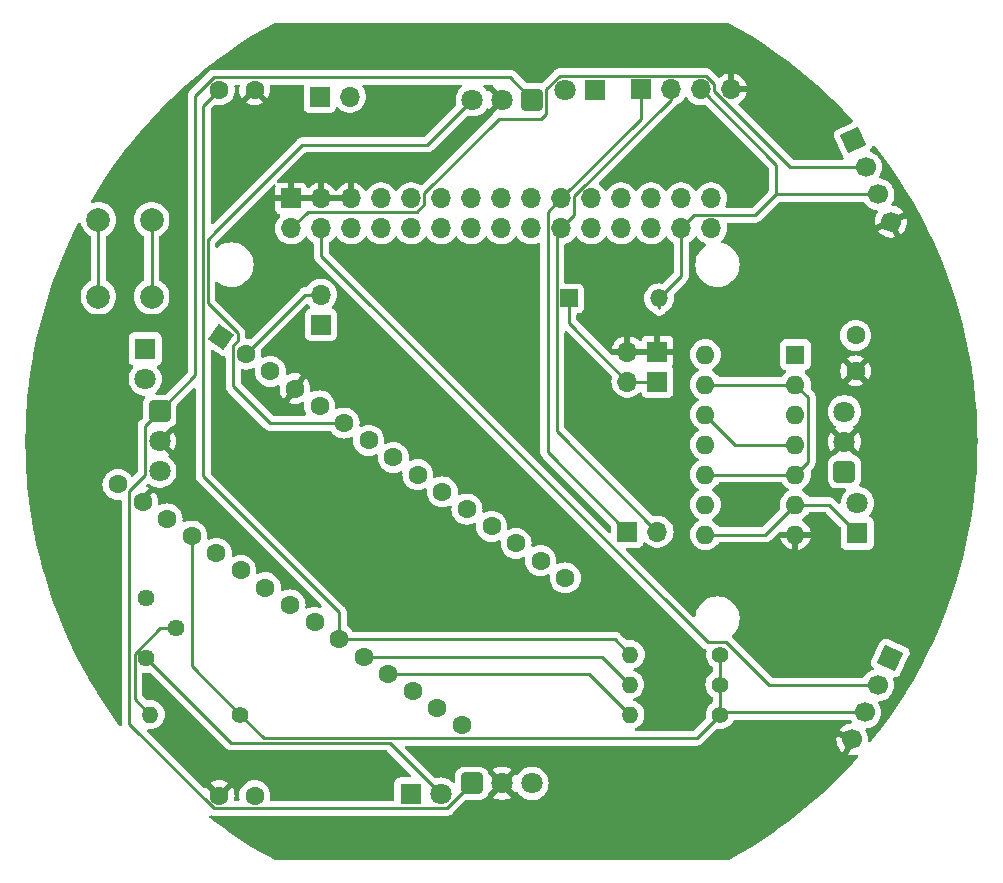
<source format=gtl>
G04 #@! TF.GenerationSoftware,KiCad,Pcbnew,7.0.5-7.0.5~ubuntu20.04.1*
G04 #@! TF.CreationDate,2023-08-30T13:21:51+01:00*
G04 #@! TF.ProjectId,Swarm-B_20230626,53776172-6d2d-4425-9f32-303233303632,rev?*
G04 #@! TF.SameCoordinates,Original*
G04 #@! TF.FileFunction,Copper,L1,Top*
G04 #@! TF.FilePolarity,Positive*
%FSLAX46Y46*%
G04 Gerber Fmt 4.6, Leading zero omitted, Abs format (unit mm)*
G04 Created by KiCad (PCBNEW 7.0.5-7.0.5~ubuntu20.04.1) date 2023-08-30 13:21:51*
%MOMM*%
%LPD*%
G01*
G04 APERTURE LIST*
G04 Aperture macros list*
%AMRoundRect*
0 Rectangle with rounded corners*
0 $1 Rounding radius*
0 $2 $3 $4 $5 $6 $7 $8 $9 X,Y pos of 4 corners*
0 Add a 4 corners polygon primitive as box body*
4,1,4,$2,$3,$4,$5,$6,$7,$8,$9,$2,$3,0*
0 Add four circle primitives for the rounded corners*
1,1,$1+$1,$2,$3*
1,1,$1+$1,$4,$5*
1,1,$1+$1,$6,$7*
1,1,$1+$1,$8,$9*
0 Add four rect primitives between the rounded corners*
20,1,$1+$1,$2,$3,$4,$5,0*
20,1,$1+$1,$4,$5,$6,$7,0*
20,1,$1+$1,$6,$7,$8,$9,0*
20,1,$1+$1,$8,$9,$2,$3,0*%
%AMHorizOval*
0 Thick line with rounded ends*
0 $1 width*
0 $2 $3 position (X,Y) of the first rounded end (center of the circle)*
0 $4 $5 position (X,Y) of the second rounded end (center of the circle)*
0 Add line between two ends*
20,1,$1,$2,$3,$4,$5,0*
0 Add two circle primitives to create the rounded ends*
1,1,$1,$2,$3*
1,1,$1,$4,$5*%
%AMRotRect*
0 Rectangle, with rotation*
0 The origin of the aperture is its center*
0 $1 length*
0 $2 width*
0 $3 Rotation angle, in degrees counterclockwise*
0 Add horizontal line*
21,1,$1,$2,0,0,$3*%
G04 Aperture macros list end*
G04 #@! TA.AperFunction,ComponentPad*
%ADD10R,1.800000X1.800000*%
G04 #@! TD*
G04 #@! TA.AperFunction,ComponentPad*
%ADD11C,1.800000*%
G04 #@! TD*
G04 #@! TA.AperFunction,ComponentPad*
%ADD12RoundRect,0.248400X-0.651600X0.651600X-0.651600X-0.651600X0.651600X-0.651600X0.651600X0.651600X0*%
G04 #@! TD*
G04 #@! TA.AperFunction,ComponentPad*
%ADD13R,1.700000X1.700000*%
G04 #@! TD*
G04 #@! TA.AperFunction,ComponentPad*
%ADD14O,1.700000X1.700000*%
G04 #@! TD*
G04 #@! TA.AperFunction,ComponentPad*
%ADD15C,1.600000*%
G04 #@! TD*
G04 #@! TA.AperFunction,ComponentPad*
%ADD16R,1.500000X1.500000*%
G04 #@! TD*
G04 #@! TA.AperFunction,ComponentPad*
%ADD17O,1.500000X1.500000*%
G04 #@! TD*
G04 #@! TA.AperFunction,ComponentPad*
%ADD18C,1.400000*%
G04 #@! TD*
G04 #@! TA.AperFunction,ComponentPad*
%ADD19O,1.400000X1.400000*%
G04 #@! TD*
G04 #@! TA.AperFunction,ComponentPad*
%ADD20C,2.000000*%
G04 #@! TD*
G04 #@! TA.AperFunction,ComponentPad*
%ADD21RotRect,1.700000X1.700000X25.000000*%
G04 #@! TD*
G04 #@! TA.AperFunction,ComponentPad*
%ADD22HorizOval,1.700000X0.000000X0.000000X0.000000X0.000000X0*%
G04 #@! TD*
G04 #@! TA.AperFunction,ComponentPad*
%ADD23RoundRect,0.248400X-0.651600X-0.651600X0.651600X-0.651600X0.651600X0.651600X-0.651600X0.651600X0*%
G04 #@! TD*
G04 #@! TA.AperFunction,ComponentPad*
%ADD24RotRect,1.700000X1.700000X335.000000*%
G04 #@! TD*
G04 #@! TA.AperFunction,ComponentPad*
%ADD25HorizOval,1.700000X0.000000X0.000000X0.000000X0.000000X0*%
G04 #@! TD*
G04 #@! TA.AperFunction,ComponentPad*
%ADD26RoundRect,0.248400X0.651600X0.651600X-0.651600X0.651600X-0.651600X-0.651600X0.651600X-0.651600X0*%
G04 #@! TD*
G04 #@! TA.AperFunction,ComponentPad*
%ADD27RoundRect,0.248400X0.651600X-0.651600X0.651600X0.651600X-0.651600X0.651600X-0.651600X-0.651600X0*%
G04 #@! TD*
G04 #@! TA.AperFunction,ComponentPad*
%ADD28RotRect,1.600000X1.600000X235.000000*%
G04 #@! TD*
G04 #@! TA.AperFunction,ComponentPad*
%ADD29HorizOval,1.600000X0.000000X0.000000X0.000000X0.000000X0*%
G04 #@! TD*
G04 #@! TA.AperFunction,ComponentPad*
%ADD30R,1.600000X1.600000*%
G04 #@! TD*
G04 #@! TA.AperFunction,ComponentPad*
%ADD31O,1.600000X1.600000*%
G04 #@! TD*
G04 #@! TA.AperFunction,ComponentPad*
%ADD32C,1.440000*%
G04 #@! TD*
G04 #@! TA.AperFunction,ViaPad*
%ADD33C,0.700000*%
G04 #@! TD*
G04 #@! TA.AperFunction,Conductor*
%ADD34C,0.250000*%
G04 #@! TD*
G04 APERTURE END LIST*
D10*
X111204000Y-124078000D03*
D11*
X113744000Y-124078000D03*
D10*
X126834000Y-64428000D03*
D11*
X124294000Y-64428000D03*
D10*
X88714000Y-86398000D03*
D11*
X88714000Y-88938000D03*
D10*
X149004000Y-101988000D03*
D11*
X149004000Y-99448000D03*
D12*
X89944000Y-91658000D03*
D11*
X89944000Y-94198000D03*
X89944000Y-96738000D03*
D13*
X103594000Y-84328000D03*
D14*
X103594000Y-81788000D03*
D15*
X148864000Y-85248000D03*
X148864000Y-88248000D03*
D16*
X124589000Y-82110000D03*
D17*
X132209000Y-82110000D03*
D13*
X129540000Y-101854000D03*
D14*
X132080000Y-101854000D03*
D13*
X132080000Y-86614000D03*
D14*
X129540000Y-86614000D03*
D13*
X132080000Y-89154000D03*
D14*
X129540000Y-89154000D03*
D18*
X96774000Y-117348000D03*
D19*
X89154000Y-117348000D03*
D18*
X137384000Y-117348000D03*
D19*
X129764000Y-117348000D03*
D13*
X103492000Y-65024000D03*
D14*
X106032000Y-65024000D03*
D20*
X84754000Y-81958000D03*
X84754000Y-75458000D03*
X89254000Y-81958000D03*
X89254000Y-75458000D03*
D15*
X94979000Y-64448000D03*
X97979000Y-64448000D03*
D13*
X130674000Y-64400000D03*
D14*
X133214000Y-64400000D03*
X135754000Y-64400000D03*
X138294000Y-64400000D03*
D18*
X137414000Y-112268000D03*
D19*
X129794000Y-112268000D03*
D15*
X97974000Y-124208000D03*
X94974000Y-124208000D03*
D18*
X137344000Y-114808000D03*
D19*
X129724000Y-114808000D03*
D21*
X148633649Y-68693935D03*
D22*
X149707099Y-70995957D03*
X150780550Y-73297979D03*
X151854000Y-75600000D03*
D23*
X116374000Y-123173000D03*
D11*
X118914000Y-123173000D03*
X121454000Y-123173000D03*
D24*
X151804000Y-112550000D03*
D25*
X150730550Y-114852022D03*
X149657099Y-117154044D03*
X148583649Y-119456065D03*
D26*
X121494000Y-65273000D03*
D11*
X118954000Y-65273000D03*
X116414000Y-65273000D03*
D27*
X147914000Y-96788000D03*
D11*
X147914000Y-94248000D03*
X147914000Y-91708000D03*
D28*
X95148197Y-85378397D03*
D29*
X97228843Y-86835281D03*
X99309489Y-88292165D03*
X101390136Y-89749049D03*
X103470782Y-91205934D03*
X105551428Y-92662818D03*
X107632074Y-94119702D03*
X109712720Y-95576586D03*
X111793367Y-97033470D03*
X113874013Y-98490354D03*
X115954659Y-99947238D03*
X118035305Y-101404123D03*
X120115951Y-102861007D03*
X122196598Y-104317891D03*
X124277244Y-105774775D03*
X115535939Y-118258652D03*
X113455293Y-116801768D03*
X111374646Y-115344884D03*
X109294000Y-113888000D03*
X107213354Y-112431116D03*
X105132708Y-110974231D03*
X103052062Y-109517347D03*
X100971415Y-108060463D03*
X98890769Y-106603579D03*
X96810123Y-105146695D03*
X94729477Y-103689811D03*
X92648831Y-102232927D03*
X90568184Y-100776042D03*
X88487538Y-99319158D03*
X86406892Y-97862274D03*
D30*
X143764000Y-86868000D03*
D31*
X143764000Y-89408000D03*
X143764000Y-91948000D03*
X143764000Y-94488000D03*
X143764000Y-97028000D03*
X143764000Y-99568000D03*
X143764000Y-102108000D03*
X136144000Y-102108000D03*
X136144000Y-99568000D03*
X136144000Y-97028000D03*
X136144000Y-94488000D03*
X136144000Y-91948000D03*
X136144000Y-89408000D03*
X136144000Y-86868000D03*
D32*
X88819000Y-107508000D03*
X91359000Y-110048000D03*
X88819000Y-112588000D03*
D13*
X101064000Y-73648000D03*
D14*
X101064000Y-76188000D03*
X103604000Y-73648000D03*
X103604000Y-76188000D03*
X106144000Y-73648000D03*
X106144000Y-76188000D03*
X108684000Y-73648000D03*
X108684000Y-76188000D03*
X111224000Y-73648000D03*
X111224000Y-76188000D03*
X113764000Y-73648000D03*
X113764000Y-76188000D03*
X116304000Y-73648000D03*
X116304000Y-76188000D03*
X118844000Y-73648000D03*
X118844000Y-76188000D03*
X121384000Y-73648000D03*
X121384000Y-76188000D03*
X123924000Y-73648000D03*
X123924000Y-76188000D03*
X126464000Y-73648000D03*
X126464000Y-76188000D03*
X129004000Y-73648000D03*
X129004000Y-76188000D03*
X131544000Y-73648000D03*
X131544000Y-76188000D03*
X134084000Y-73648000D03*
X134084000Y-76188000D03*
X136624000Y-73648000D03*
X136624000Y-76188000D03*
D33*
X116379000Y-80625000D03*
X140179000Y-99475000D03*
X136779000Y-69600000D03*
D34*
X94979000Y-64448000D02*
X93606484Y-65820516D01*
X93606484Y-65820516D02*
X93606484Y-97162484D01*
X93606484Y-97162484D02*
X105132708Y-108688708D01*
X105132708Y-108688708D02*
X105132708Y-110974231D01*
X102023315Y-69115000D02*
X94733658Y-76404658D01*
X94006484Y-82537132D02*
X94006484Y-77131832D01*
X94733658Y-76404658D02*
X94548666Y-76589649D01*
X99266818Y-92662818D02*
X96153843Y-89549843D01*
X105551428Y-92662818D02*
X99266818Y-92662818D01*
X96153843Y-89549843D02*
X96153843Y-86072303D01*
X96153843Y-86072303D02*
X96537380Y-85688766D01*
X96537380Y-85068028D02*
X94006484Y-82537132D01*
X96537380Y-85688766D02*
X96537380Y-85068028D01*
X94006484Y-77131832D02*
X94733658Y-76404658D01*
X150730550Y-114852022D02*
X141528022Y-114852022D01*
X141528022Y-114852022D02*
X137894847Y-111218847D01*
X137894847Y-111218847D02*
X136329041Y-111218847D01*
X136329041Y-111218847D02*
X103604000Y-78493806D01*
X103604000Y-78493806D02*
X103604000Y-76188000D01*
X125049000Y-73472009D02*
X125049000Y-75063000D01*
X125049000Y-75063000D02*
X123924000Y-76188000D01*
X123564000Y-93338000D02*
X123564000Y-76548000D01*
X133214000Y-65307009D02*
X125049000Y-73472009D01*
X123564000Y-76548000D02*
X123924000Y-76188000D01*
X133214000Y-64400000D02*
X133214000Y-65307009D01*
X132080000Y-101854000D02*
X123564000Y-93338000D01*
X130674000Y-66898000D02*
X123924000Y-73648000D01*
X130674000Y-64400000D02*
X130674000Y-66898000D01*
X122799000Y-74773000D02*
X123924000Y-73648000D01*
X129540000Y-101854000D02*
X122799000Y-95113000D01*
X122799000Y-95113000D02*
X122799000Y-74773000D01*
X144839000Y-95953000D02*
X143764000Y-97028000D01*
X143764000Y-97028000D02*
X136144000Y-97028000D01*
X143764000Y-89408000D02*
X144839000Y-90483000D01*
X136144000Y-89408000D02*
X143764000Y-89408000D01*
X144839000Y-90483000D02*
X144839000Y-95953000D01*
X112572000Y-69115000D02*
X102023315Y-69115000D01*
X116414000Y-65273000D02*
X112572000Y-69115000D01*
X103594000Y-81788000D02*
X102276124Y-81788000D01*
X102276124Y-81788000D02*
X97228843Y-86835281D01*
X138684000Y-94488000D02*
X136144000Y-91948000D01*
X143764000Y-94488000D02*
X138684000Y-94488000D01*
X95964652Y-119733652D02*
X109399652Y-119733652D01*
X88819000Y-112588000D02*
X95964652Y-119733652D01*
X109399652Y-119733652D02*
X113744000Y-124078000D01*
X136144000Y-102108000D02*
X141224000Y-102108000D01*
X143764000Y-99568000D02*
X146584000Y-99568000D01*
X141224000Y-102108000D02*
X143764000Y-99568000D01*
X146584000Y-99568000D02*
X149004000Y-101988000D01*
X124589000Y-82110000D02*
X124589000Y-84203000D01*
X124589000Y-84203000D02*
X129540000Y-89154000D01*
X132080000Y-89154000D02*
X129540000Y-89154000D01*
X136144000Y-86868000D02*
X136144000Y-87340000D01*
X150780550Y-73297979D02*
X142134021Y-73297979D01*
X142134021Y-70780021D02*
X135754000Y-64400000D01*
X137384000Y-117348000D02*
X137384000Y-112298000D01*
X135209000Y-75063000D02*
X140369000Y-75063000D01*
X137384000Y-112298000D02*
X137414000Y-112268000D01*
X132209000Y-82110000D02*
X134084000Y-80235000D01*
X98759652Y-119333652D02*
X96774000Y-117348000D01*
X134084000Y-80235000D02*
X134084000Y-76188000D01*
X142134021Y-73297979D02*
X140369000Y-75063000D01*
X137384000Y-117348000D02*
X135398348Y-119333652D01*
X137577956Y-117154044D02*
X137384000Y-117348000D01*
X149657099Y-117154044D02*
X137577956Y-117154044D01*
X134084000Y-76188000D02*
X135209000Y-75063000D01*
X135398348Y-119333652D02*
X98759652Y-119333652D01*
X132209000Y-82933000D02*
X132209000Y-82110000D01*
X96774000Y-117348000D02*
X92648831Y-113222831D01*
X92648831Y-113222831D02*
X92648831Y-102232927D01*
X142134021Y-73297979D02*
X142134021Y-70780021D01*
X118649060Y-66881949D02*
X112349000Y-73182009D01*
X111689991Y-74773000D02*
X102479000Y-74773000D01*
X123801000Y-63253000D02*
X122669000Y-64385000D01*
X143298966Y-70995957D02*
X138334958Y-66031949D01*
X136879000Y-63934009D02*
X136197991Y-63253000D01*
X138334958Y-66031949D02*
X136879000Y-64575991D01*
X112349000Y-74113991D02*
X111689991Y-74773000D01*
X122669000Y-66460000D02*
X122247051Y-66881949D01*
X122669000Y-64385000D02*
X122669000Y-66460000D01*
X112349000Y-73182009D02*
X112349000Y-74113991D01*
X136197991Y-63253000D02*
X123801000Y-63253000D01*
X102479000Y-74773000D02*
X101064000Y-76188000D01*
X149707099Y-70995957D02*
X143298966Y-70995957D01*
X122247051Y-66881949D02*
X118649060Y-66881949D01*
X136879000Y-64575991D02*
X136879000Y-63934009D01*
X114264000Y-125283000D02*
X94528720Y-125283000D01*
X92964000Y-88638000D02*
X89944000Y-91658000D01*
X88704000Y-92898000D02*
X89944000Y-91658000D01*
X87359223Y-118113503D02*
X87359223Y-98430223D01*
X119594000Y-63373000D02*
X94533720Y-63373000D01*
X92964000Y-64942720D02*
X92964000Y-88638000D01*
X87359223Y-98430223D02*
X88704000Y-97085446D01*
X94528720Y-125283000D02*
X87359223Y-118113503D01*
X121494000Y-65273000D02*
X119594000Y-63373000D01*
X88704000Y-97085446D02*
X88704000Y-92898000D01*
X94533720Y-63373000D02*
X92964000Y-64942720D01*
X116374000Y-123173000D02*
X114264000Y-125283000D01*
X87824000Y-112175857D02*
X87824000Y-116018000D01*
X89951857Y-110048000D02*
X87824000Y-112175857D01*
X87824000Y-116018000D02*
X89154000Y-117348000D01*
X91359000Y-110048000D02*
X89951857Y-110048000D01*
X84754000Y-75458000D02*
X84754000Y-81958000D01*
X89254000Y-75458000D02*
X89254000Y-81958000D01*
X126304000Y-113888000D02*
X109294000Y-113888000D01*
X129764000Y-117348000D02*
X126304000Y-113888000D01*
X129724000Y-114808000D02*
X127347116Y-112431116D01*
X127347116Y-112431116D02*
X107213354Y-112431116D01*
X129794000Y-112268000D02*
X128500231Y-110974231D01*
X105514593Y-111356116D02*
X105132708Y-110974231D01*
X128500231Y-110974231D02*
X105132708Y-110974231D01*
G04 #@! TA.AperFunction,Conductor*
G36*
X148448182Y-117807229D02*
G01*
X148484951Y-117843722D01*
X148536003Y-117921862D01*
X148556191Y-117988751D01*
X148537012Y-118055937D01*
X148484553Y-118102088D01*
X148443004Y-118113212D01*
X148348332Y-118121495D01*
X148348322Y-118121497D01*
X148120165Y-118182631D01*
X148120156Y-118182635D01*
X147906071Y-118282464D01*
X147906069Y-118282465D01*
X147712575Y-118417951D01*
X147712569Y-118417956D01*
X147545543Y-118584982D01*
X147486866Y-118668781D01*
X148294223Y-119045258D01*
X148201888Y-119125267D01*
X148124156Y-119246221D01*
X148083649Y-119384176D01*
X148083649Y-119498755D01*
X147275555Y-119121934D01*
X147275554Y-119121935D01*
X147249082Y-119220736D01*
X147249079Y-119220749D01*
X147228492Y-119456064D01*
X147228492Y-119456066D01*
X147249079Y-119691380D01*
X147249081Y-119691391D01*
X147310215Y-119919548D01*
X147310219Y-119919557D01*
X147410048Y-120133643D01*
X147545543Y-120327147D01*
X147712567Y-120494171D01*
X147712577Y-120494180D01*
X147796364Y-120552849D01*
X148173875Y-119743273D01*
X148201888Y-119786863D01*
X148310549Y-119881017D01*
X148441334Y-119940745D01*
X148547886Y-119956065D01*
X148619412Y-119956065D01*
X148626837Y-119954997D01*
X148249519Y-120764157D01*
X148348326Y-120790633D01*
X148348333Y-120790634D01*
X148583647Y-120811222D01*
X148583651Y-120811222D01*
X148818964Y-120790634D01*
X148818968Y-120790633D01*
X148907108Y-120767016D01*
X148976958Y-120768679D01*
X149034821Y-120807841D01*
X149062326Y-120872069D01*
X149050740Y-120940971D01*
X149032040Y-120968994D01*
X148635245Y-121417116D01*
X148633955Y-121418528D01*
X147782895Y-122321946D01*
X147781563Y-122323317D01*
X146903100Y-123200015D01*
X146901726Y-123201344D01*
X145996597Y-124050586D01*
X145995182Y-124051872D01*
X145064326Y-124872776D01*
X145062873Y-124874019D01*
X144107142Y-125665832D01*
X144105651Y-125667029D01*
X143125967Y-126428993D01*
X143124440Y-126430144D01*
X142121717Y-127161545D01*
X142120155Y-127162647D01*
X141095351Y-127862785D01*
X141093756Y-127863839D01*
X140047859Y-128532040D01*
X140046232Y-128533044D01*
X138980203Y-129168692D01*
X138978545Y-129169646D01*
X138268760Y-129563729D01*
X138048700Y-129685910D01*
X137988510Y-129701499D01*
X99755490Y-129701499D01*
X99695299Y-129685910D01*
X99265897Y-129447500D01*
X98765454Y-129169646D01*
X98763796Y-129168692D01*
X97697752Y-128533035D01*
X97696125Y-128532031D01*
X96650257Y-127863848D01*
X96648662Y-127862794D01*
X95623828Y-127162636D01*
X95622282Y-127161545D01*
X94619540Y-126430131D01*
X94618046Y-126429005D01*
X94422322Y-126276778D01*
X94188927Y-126095251D01*
X94148095Y-126038557D01*
X94144396Y-125968786D01*
X94179006Y-125908090D01*
X94240936Y-125875741D01*
X94295887Y-125877267D01*
X94303800Y-125879298D01*
X94313428Y-125881770D01*
X94331844Y-125888075D01*
X94350570Y-125896179D01*
X94350572Y-125896180D01*
X94350573Y-125896180D01*
X94350575Y-125896181D01*
X94391504Y-125902663D01*
X94397223Y-125903569D01*
X94402932Y-125904751D01*
X94448690Y-125916500D01*
X94469104Y-125916500D01*
X94488503Y-125918027D01*
X94508663Y-125921220D01*
X94555685Y-125916775D01*
X94561524Y-125916500D01*
X114180366Y-125916500D01*
X114196113Y-125918238D01*
X114196139Y-125917968D01*
X114203906Y-125918702D01*
X114203908Y-125918701D01*
X114203909Y-125918702D01*
X114213259Y-125918408D01*
X114272991Y-125916531D01*
X114274939Y-125916500D01*
X114303857Y-125916500D01*
X114305222Y-125916327D01*
X114310862Y-125915614D01*
X114316685Y-125915156D01*
X114342708Y-125914338D01*
X114363890Y-125913673D01*
X114373681Y-125910827D01*
X114383481Y-125907980D01*
X114402538Y-125904032D01*
X114422797Y-125901474D01*
X114466721Y-125884082D01*
X114472221Y-125882199D01*
X114517593Y-125869018D01*
X114535165Y-125858625D01*
X114552632Y-125850068D01*
X114571617Y-125842552D01*
X114609826Y-125814790D01*
X114614704Y-125811585D01*
X114655362Y-125787542D01*
X114669802Y-125773100D01*
X114684592Y-125760470D01*
X114701107Y-125748472D01*
X114731222Y-125712067D01*
X114735126Y-125707776D01*
X115825085Y-124617818D01*
X115886408Y-124584333D01*
X115912766Y-124581499D01*
X117076031Y-124581499D01*
X117076036Y-124581499D01*
X117179701Y-124570909D01*
X117347658Y-124515255D01*
X117498252Y-124422366D01*
X117623366Y-124297252D01*
X117716255Y-124146658D01*
X117747663Y-124051872D01*
X117771172Y-123980926D01*
X117801197Y-123932248D01*
X118469550Y-123263896D01*
X118470327Y-123274265D01*
X118519887Y-123400541D01*
X118604465Y-123506599D01*
X118716547Y-123583016D01*
X118824299Y-123616253D01*
X118115199Y-124325351D01*
X118145650Y-124349050D01*
X118349697Y-124459476D01*
X118349706Y-124459479D01*
X118569139Y-124534811D01*
X118797993Y-124573000D01*
X119030007Y-124573000D01*
X119258860Y-124534811D01*
X119478293Y-124459479D01*
X119478302Y-124459476D01*
X119682350Y-124349050D01*
X119712798Y-124325351D01*
X119002231Y-123614784D01*
X119048138Y-123607865D01*
X119170357Y-123549007D01*
X119269798Y-123456740D01*
X119337625Y-123339260D01*
X119355499Y-123260946D01*
X120065186Y-123970634D01*
X120075114Y-123955439D01*
X120128260Y-123910082D01*
X120197491Y-123900658D01*
X120260827Y-123930159D01*
X120282732Y-123955439D01*
X120338686Y-124041084D01*
X120496776Y-124212814D01*
X120496780Y-124212818D01*
X120680983Y-124356190D01*
X120680985Y-124356191D01*
X120680988Y-124356193D01*
X120800331Y-124420777D01*
X120886273Y-124467287D01*
X121000914Y-124506643D01*
X121107045Y-124543079D01*
X121107047Y-124543079D01*
X121107049Y-124543080D01*
X121337288Y-124581500D01*
X121337289Y-124581500D01*
X121570711Y-124581500D01*
X121570712Y-124581500D01*
X121800951Y-124543080D01*
X122021727Y-124467287D01*
X122227017Y-124356190D01*
X122411220Y-124212818D01*
X122569314Y-124041083D01*
X122696984Y-123845669D01*
X122790749Y-123631907D01*
X122848051Y-123405626D01*
X122867327Y-123173000D01*
X122848051Y-122940374D01*
X122790749Y-122714093D01*
X122696984Y-122500331D01*
X122654900Y-122435917D01*
X122569313Y-122304915D01*
X122411223Y-122133185D01*
X122411222Y-122133184D01*
X122411220Y-122133182D01*
X122227017Y-121989810D01*
X122227015Y-121989809D01*
X122227014Y-121989808D01*
X122227011Y-121989806D01*
X122021733Y-121878716D01*
X122021730Y-121878715D01*
X122021727Y-121878713D01*
X122021721Y-121878711D01*
X122021719Y-121878710D01*
X121800954Y-121802920D01*
X121621650Y-121773000D01*
X121570712Y-121764500D01*
X121337288Y-121764500D01*
X121291240Y-121772183D01*
X121107045Y-121802920D01*
X120886280Y-121878710D01*
X120886266Y-121878716D01*
X120680988Y-121989806D01*
X120680985Y-121989808D01*
X120496781Y-122133181D01*
X120496776Y-122133185D01*
X120338686Y-122304916D01*
X120338683Y-122304918D01*
X120282731Y-122390560D01*
X120229585Y-122435917D01*
X120160353Y-122445340D01*
X120097018Y-122415837D01*
X120075114Y-122390560D01*
X120065186Y-122375364D01*
X119358449Y-123082101D01*
X119357673Y-123071735D01*
X119308113Y-122945459D01*
X119223535Y-122839401D01*
X119111453Y-122762984D01*
X119003700Y-122729747D01*
X119712799Y-122020648D01*
X119712799Y-122020647D01*
X119682349Y-121996949D01*
X119478302Y-121886523D01*
X119478293Y-121886520D01*
X119258860Y-121811188D01*
X119030007Y-121773000D01*
X118797993Y-121773000D01*
X118569139Y-121811188D01*
X118349706Y-121886520D01*
X118349698Y-121886523D01*
X118145644Y-121996952D01*
X118115200Y-122020646D01*
X118115200Y-122020647D01*
X118825768Y-122731215D01*
X118779862Y-122738135D01*
X118657643Y-122796993D01*
X118558202Y-122889260D01*
X118490375Y-123006740D01*
X118472500Y-123085053D01*
X117801196Y-122413749D01*
X117771171Y-122365071D01*
X117716256Y-122199344D01*
X117716255Y-122199342D01*
X117623364Y-122048745D01*
X117498254Y-121923635D01*
X117347657Y-121830744D01*
X117347655Y-121830743D01*
X117179703Y-121775091D01*
X117076037Y-121764500D01*
X115671969Y-121764500D01*
X115671954Y-121764501D01*
X115568296Y-121775091D01*
X115400344Y-121830743D01*
X115400342Y-121830744D01*
X115249745Y-121923635D01*
X115124635Y-122048745D01*
X115031744Y-122199342D01*
X115031743Y-122199344D01*
X114976091Y-122367295D01*
X114976091Y-122367297D01*
X114965500Y-122470955D01*
X114965500Y-123007481D01*
X114945815Y-123074520D01*
X114893011Y-123120275D01*
X114823853Y-123130219D01*
X114760297Y-123101194D01*
X114750271Y-123091465D01*
X114701218Y-123038180D01*
X114517014Y-122894808D01*
X114517011Y-122894806D01*
X114311733Y-122783716D01*
X114311730Y-122783715D01*
X114311727Y-122783713D01*
X114311721Y-122783711D01*
X114311719Y-122783710D01*
X114090954Y-122707920D01*
X113899730Y-122676011D01*
X113860712Y-122669500D01*
X113627288Y-122669500D01*
X113588914Y-122675903D01*
X113397044Y-122707920D01*
X113375545Y-122715301D01*
X113305746Y-122718449D01*
X113247604Y-122685700D01*
X110740738Y-120178833D01*
X110707253Y-120117510D01*
X110712237Y-120047818D01*
X110754109Y-119991885D01*
X110819573Y-119967468D01*
X110828419Y-119967152D01*
X135314714Y-119967152D01*
X135330461Y-119968890D01*
X135330487Y-119968620D01*
X135338254Y-119969354D01*
X135338256Y-119969353D01*
X135338257Y-119969354D01*
X135347607Y-119969060D01*
X135407339Y-119967183D01*
X135409287Y-119967152D01*
X135438205Y-119967152D01*
X135439570Y-119966979D01*
X135445210Y-119966266D01*
X135451033Y-119965808D01*
X135477056Y-119964990D01*
X135498238Y-119964325D01*
X135508029Y-119961479D01*
X135517829Y-119958632D01*
X135536886Y-119954684D01*
X135557145Y-119952126D01*
X135601069Y-119934734D01*
X135606569Y-119932851D01*
X135651941Y-119919670D01*
X135669513Y-119909277D01*
X135686980Y-119900720D01*
X135705965Y-119893204D01*
X135744174Y-119865442D01*
X135749052Y-119862237D01*
X135789710Y-119838194D01*
X135804150Y-119823752D01*
X135818940Y-119811122D01*
X135835455Y-119799124D01*
X135865570Y-119762719D01*
X135869474Y-119758428D01*
X137053219Y-118574683D01*
X137114540Y-118541200D01*
X137167880Y-118542471D01*
X137168008Y-118541745D01*
X137172790Y-118542588D01*
X137172997Y-118542592D01*
X137173345Y-118542686D01*
X137350103Y-118558150D01*
X137383998Y-118561116D01*
X137384000Y-118561116D01*
X137384002Y-118561116D01*
X137436663Y-118556508D01*
X137594655Y-118542686D01*
X137798910Y-118487956D01*
X137990558Y-118398589D01*
X138163776Y-118277301D01*
X138313301Y-118127776D01*
X138434589Y-117954558D01*
X138479083Y-117859139D01*
X138525257Y-117806700D01*
X138591466Y-117787544D01*
X148381143Y-117787544D01*
X148448182Y-117807229D01*
G37*
G04 #@! TD.AperFunction*
G04 #@! TA.AperFunction,Conductor*
G36*
X89116183Y-113800584D02*
G01*
X89166111Y-113831016D01*
X95457564Y-120122469D01*
X95467468Y-120134830D01*
X95467678Y-120134657D01*
X95472649Y-120140665D01*
X95472652Y-120140670D01*
X95523070Y-120188015D01*
X95524379Y-120189284D01*
X95534644Y-120199549D01*
X95544877Y-120209783D01*
X95550465Y-120214118D01*
X95554897Y-120217904D01*
X95586811Y-120247872D01*
X95589332Y-120250239D01*
X95607214Y-120260069D01*
X95623481Y-120270754D01*
X95639612Y-120283267D01*
X95661490Y-120292733D01*
X95682959Y-120302023D01*
X95688185Y-120304583D01*
X95729592Y-120327347D01*
X95749368Y-120332424D01*
X95767776Y-120338727D01*
X95786502Y-120346831D01*
X95786504Y-120346832D01*
X95786505Y-120346832D01*
X95786507Y-120346833D01*
X95827436Y-120353315D01*
X95833155Y-120354221D01*
X95838864Y-120355403D01*
X95884622Y-120367152D01*
X95905036Y-120367152D01*
X95924435Y-120368679D01*
X95944595Y-120371872D01*
X95991617Y-120367427D01*
X95997456Y-120367152D01*
X109085886Y-120367152D01*
X109152925Y-120386837D01*
X109173567Y-120403471D01*
X111227914Y-122457819D01*
X111261399Y-122519142D01*
X111256415Y-122588834D01*
X111214543Y-122644767D01*
X111149079Y-122669184D01*
X111140233Y-122669500D01*
X110255345Y-122669500D01*
X110194797Y-122676011D01*
X110194795Y-122676011D01*
X110057795Y-122727111D01*
X109940739Y-122814739D01*
X109853111Y-122931795D01*
X109802011Y-123068795D01*
X109802011Y-123068797D01*
X109795500Y-123129345D01*
X109795500Y-124525500D01*
X109775815Y-124592539D01*
X109723011Y-124638294D01*
X109671500Y-124649500D01*
X99371959Y-124649500D01*
X99304920Y-124629815D01*
X99259165Y-124577011D01*
X99249221Y-124507853D01*
X99252184Y-124493406D01*
X99267543Y-124436087D01*
X99284647Y-124240583D01*
X99287498Y-124208001D01*
X99287498Y-124207998D01*
X99276549Y-124082852D01*
X99267543Y-123979913D01*
X99208284Y-123758757D01*
X99111523Y-123551251D01*
X98980198Y-123363700D01*
X98818300Y-123201802D01*
X98630749Y-123070477D01*
X98630745Y-123070475D01*
X98423249Y-122973718D01*
X98423238Y-122973714D01*
X98202089Y-122914457D01*
X98202081Y-122914456D01*
X97974002Y-122894502D01*
X97973998Y-122894502D01*
X97745918Y-122914456D01*
X97745910Y-122914457D01*
X97524761Y-122973714D01*
X97524750Y-122973718D01*
X97317254Y-123070475D01*
X97317252Y-123070476D01*
X97287277Y-123091465D01*
X97129700Y-123201802D01*
X97129698Y-123201803D01*
X97129695Y-123201806D01*
X96967806Y-123363695D01*
X96836476Y-123551252D01*
X96836475Y-123551254D01*
X96739718Y-123758750D01*
X96739714Y-123758761D01*
X96680457Y-123979910D01*
X96680456Y-123979918D01*
X96660502Y-124207998D01*
X96660502Y-124208001D01*
X96680456Y-124436081D01*
X96680457Y-124436088D01*
X96695816Y-124493406D01*
X96694153Y-124563256D01*
X96654991Y-124621119D01*
X96590762Y-124648623D01*
X96576041Y-124649500D01*
X96363160Y-124649500D01*
X96296121Y-124629815D01*
X96250366Y-124577011D01*
X96240422Y-124507853D01*
X96243385Y-124493407D01*
X96259139Y-124434609D01*
X96259141Y-124434599D01*
X96278966Y-124208002D01*
X96278966Y-124207997D01*
X96259141Y-123981400D01*
X96259139Y-123981389D01*
X96200269Y-123761682D01*
X96200265Y-123761673D01*
X96104133Y-123555516D01*
X96104131Y-123555512D01*
X96053026Y-123482526D01*
X96053025Y-123482526D01*
X95371953Y-124163597D01*
X95359165Y-124082852D01*
X95301641Y-123969955D01*
X95212045Y-123880359D01*
X95099148Y-123822835D01*
X95018400Y-123810046D01*
X95699472Y-123128974D01*
X95699471Y-123128973D01*
X95626483Y-123077866D01*
X95626481Y-123077865D01*
X95420326Y-122981734D01*
X95420317Y-122981730D01*
X95200610Y-122922860D01*
X95200599Y-122922858D01*
X94974002Y-122903034D01*
X94973998Y-122903034D01*
X94747400Y-122922858D01*
X94747389Y-122922860D01*
X94527682Y-122981730D01*
X94527673Y-122981734D01*
X94321513Y-123077868D01*
X94248527Y-123128972D01*
X94248526Y-123128973D01*
X94929600Y-123810046D01*
X94848852Y-123822835D01*
X94735955Y-123880359D01*
X94646359Y-123969955D01*
X94588835Y-124082852D01*
X94576046Y-124163599D01*
X93894973Y-123482527D01*
X93868200Y-123520763D01*
X93813623Y-123564387D01*
X93744124Y-123571580D01*
X93681770Y-123540058D01*
X93678944Y-123537320D01*
X88900376Y-118758752D01*
X88866891Y-118697429D01*
X88871875Y-118627737D01*
X88913747Y-118571804D01*
X88979211Y-118547387D01*
X88998860Y-118547542D01*
X89124156Y-118558505D01*
X89153999Y-118561116D01*
X89154000Y-118561116D01*
X89154002Y-118561116D01*
X89206663Y-118556508D01*
X89364655Y-118542686D01*
X89568910Y-118487956D01*
X89760558Y-118398589D01*
X89933776Y-118277301D01*
X90083301Y-118127776D01*
X90204589Y-117954558D01*
X90293956Y-117762910D01*
X90348686Y-117558655D01*
X90367116Y-117348000D01*
X90348686Y-117137345D01*
X90305031Y-116974424D01*
X90293958Y-116933097D01*
X90293957Y-116933096D01*
X90293956Y-116933090D01*
X90204589Y-116741442D01*
X90083301Y-116568224D01*
X90083299Y-116568221D01*
X89933778Y-116418700D01*
X89760558Y-116297411D01*
X89760556Y-116297410D01*
X89739071Y-116287391D01*
X89568910Y-116208044D01*
X89568906Y-116208043D01*
X89568902Y-116208041D01*
X89364660Y-116153315D01*
X89364656Y-116153314D01*
X89364655Y-116153314D01*
X89364654Y-116153313D01*
X89364649Y-116153313D01*
X89154002Y-116134884D01*
X89153999Y-116134884D01*
X88943350Y-116153313D01*
X88943330Y-116153317D01*
X88942973Y-116153413D01*
X88942809Y-116153409D01*
X88938012Y-116154255D01*
X88937841Y-116153290D01*
X88873124Y-116151739D01*
X88823218Y-116121314D01*
X88659372Y-115957468D01*
X88493819Y-115791914D01*
X88460334Y-115730591D01*
X88457500Y-115704233D01*
X88457500Y-113924252D01*
X88477185Y-113857213D01*
X88529989Y-113811458D01*
X88599147Y-113801514D01*
X88603033Y-113802136D01*
X88604856Y-113802457D01*
X88604858Y-113802458D01*
X88676238Y-113808703D01*
X88818998Y-113821193D01*
X88819000Y-113821193D01*
X88819002Y-113821193D01*
X88848681Y-113818596D01*
X89033142Y-113802458D01*
X89046334Y-113798923D01*
X89116183Y-113800584D01*
G37*
G04 #@! TD.AperFunction*
G04 #@! TA.AperFunction,Conductor*
G36*
X142612687Y-97681185D02*
G01*
X142647220Y-97714373D01*
X142757802Y-97872300D01*
X142919700Y-98034198D01*
X143090385Y-98153713D01*
X143107251Y-98165523D01*
X143150345Y-98185618D01*
X143202784Y-98231791D01*
X143221936Y-98298984D01*
X143201720Y-98365865D01*
X143150345Y-98410382D01*
X143107251Y-98430476D01*
X142982126Y-98518090D01*
X142919700Y-98561802D01*
X142919698Y-98561803D01*
X142919695Y-98561806D01*
X142757806Y-98723695D01*
X142757803Y-98723698D01*
X142757802Y-98723700D01*
X142675767Y-98840856D01*
X142626476Y-98911252D01*
X142626475Y-98911254D01*
X142529718Y-99118750D01*
X142529714Y-99118761D01*
X142470457Y-99339910D01*
X142470456Y-99339918D01*
X142450502Y-99567998D01*
X142450502Y-99568001D01*
X142470456Y-99796081D01*
X142470458Y-99796091D01*
X142487758Y-99860655D01*
X142486095Y-99930504D01*
X142455664Y-99980429D01*
X140997914Y-101438181D01*
X140936591Y-101471666D01*
X140910233Y-101474500D01*
X137362352Y-101474500D01*
X137295313Y-101454815D01*
X137260779Y-101421626D01*
X137150198Y-101263700D01*
X136988300Y-101101802D01*
X136800749Y-100970477D01*
X136767309Y-100954884D01*
X136757655Y-100950382D01*
X136705215Y-100904210D01*
X136686063Y-100837017D01*
X136706278Y-100770136D01*
X136757655Y-100725618D01*
X136760882Y-100724112D01*
X136800749Y-100705523D01*
X136988300Y-100574198D01*
X137150198Y-100412300D01*
X137281523Y-100224749D01*
X137378284Y-100017243D01*
X137437543Y-99796087D01*
X137457498Y-99568000D01*
X137457302Y-99565764D01*
X137450018Y-99482499D01*
X137437543Y-99339913D01*
X137378284Y-99118757D01*
X137363727Y-99087540D01*
X137337314Y-99030897D01*
X137281523Y-98911251D01*
X137150198Y-98723700D01*
X136988300Y-98561802D01*
X136800749Y-98430477D01*
X136757655Y-98410382D01*
X136705215Y-98364210D01*
X136686063Y-98297017D01*
X136706278Y-98230136D01*
X136757655Y-98185618D01*
X136761093Y-98184015D01*
X136800749Y-98165523D01*
X136988300Y-98034198D01*
X137150198Y-97872300D01*
X137260779Y-97714374D01*
X137315354Y-97670751D01*
X137362352Y-97661500D01*
X142545648Y-97661500D01*
X142612687Y-97681185D01*
G37*
G04 #@! TD.AperFunction*
G04 #@! TA.AperFunction,Conductor*
G36*
X150413505Y-69171768D02*
G01*
X150468823Y-69211965D01*
X151018145Y-69915326D01*
X151019299Y-69916851D01*
X151752704Y-70918085D01*
X151753810Y-70919645D01*
X152456018Y-71943053D01*
X152457075Y-71944646D01*
X153127364Y-72989175D01*
X153128371Y-72990800D01*
X153766164Y-74055548D01*
X153767121Y-74057204D01*
X153951673Y-74388031D01*
X154371772Y-75141100D01*
X154372659Y-75142750D01*
X154707236Y-75788547D01*
X154914183Y-76187994D01*
X154943590Y-76244754D01*
X154944443Y-76246465D01*
X155481136Y-77365575D01*
X155481936Y-77367312D01*
X155983860Y-78502428D01*
X155984607Y-78504188D01*
X156170743Y-78962882D01*
X156451296Y-79654250D01*
X156451976Y-79656004D01*
X156882970Y-80819876D01*
X156883606Y-80821679D01*
X157278526Y-81998343D01*
X157279106Y-82000164D01*
X157637534Y-83188369D01*
X157638058Y-83190208D01*
X157959690Y-84388945D01*
X157960157Y-84390799D01*
X158244673Y-85598887D01*
X158245083Y-85600755D01*
X158492205Y-86817004D01*
X158492557Y-86818883D01*
X158702071Y-88042229D01*
X158702363Y-88044106D01*
X158726897Y-88219759D01*
X158874052Y-89273318D01*
X158874287Y-89275215D01*
X159007988Y-90509077D01*
X159008165Y-90510981D01*
X159103762Y-91748470D01*
X159103880Y-91750378D01*
X159125323Y-92213579D01*
X159160429Y-92971953D01*
X159161272Y-92990150D01*
X159161330Y-92992040D01*
X159168883Y-93481802D01*
X159180468Y-94233044D01*
X159180468Y-94234956D01*
X159173233Y-94704135D01*
X159161520Y-95463712D01*
X159161331Y-95475939D01*
X159161272Y-95477827D01*
X159133189Y-96084497D01*
X159103880Y-96717622D01*
X159103762Y-96719530D01*
X159008165Y-97957019D01*
X159007988Y-97958923D01*
X158874287Y-99192785D01*
X158874052Y-99194682D01*
X158724333Y-100266599D01*
X158705991Y-100397925D01*
X158702365Y-100423882D01*
X158702071Y-100425771D01*
X158492557Y-101649117D01*
X158492205Y-101650997D01*
X158245083Y-102867244D01*
X158244673Y-102869112D01*
X157960157Y-104077201D01*
X157959690Y-104079055D01*
X157638058Y-105277791D01*
X157637534Y-105279630D01*
X157279106Y-106467836D01*
X157278526Y-106469657D01*
X156883606Y-107646321D01*
X156882970Y-107648124D01*
X156451976Y-108811995D01*
X156451285Y-108813778D01*
X155984606Y-109963812D01*
X155983859Y-109965572D01*
X155481935Y-111100688D01*
X155481135Y-111102425D01*
X154944443Y-112221535D01*
X154943590Y-112223246D01*
X154372658Y-113325250D01*
X154371756Y-113326926D01*
X154327789Y-113405744D01*
X153767120Y-114410796D01*
X153766163Y-114412452D01*
X153128371Y-115477200D01*
X153127364Y-115478825D01*
X152457075Y-116523353D01*
X152456018Y-116524946D01*
X151753810Y-117548355D01*
X151752704Y-117549915D01*
X151019299Y-118551149D01*
X151018145Y-118552674D01*
X150254199Y-119530840D01*
X150252999Y-119532329D01*
X150147809Y-119658776D01*
X150089802Y-119697725D01*
X150019947Y-119699130D01*
X149960421Y-119662545D01*
X149930124Y-119599586D01*
X149928954Y-119568666D01*
X149938806Y-119456065D01*
X149938806Y-119456063D01*
X149918218Y-119220749D01*
X149918216Y-119220738D01*
X149857082Y-118992581D01*
X149857078Y-118992572D01*
X149757249Y-118778487D01*
X149757248Y-118778485D01*
X149704596Y-118703290D01*
X149682269Y-118637084D01*
X149699279Y-118569317D01*
X149750227Y-118521504D01*
X149785759Y-118509858D01*
X149991734Y-118475488D01*
X150204673Y-118402386D01*
X150402675Y-118295233D01*
X150580339Y-118156950D01*
X150691635Y-118036052D01*
X150732814Y-117991320D01*
X150732815Y-117991318D01*
X150732821Y-117991312D01*
X150855959Y-117802835D01*
X150946395Y-117596660D01*
X151001663Y-117378412D01*
X151012100Y-117252458D01*
X151020255Y-117154049D01*
X151020255Y-117154038D01*
X151001664Y-116929684D01*
X151001662Y-116929672D01*
X150953996Y-116741443D01*
X150946395Y-116711428D01*
X150855959Y-116505253D01*
X150853088Y-116500859D01*
X150799411Y-116418700D01*
X150784876Y-116396453D01*
X150764689Y-116329564D01*
X150783868Y-116262379D01*
X150836327Y-116216228D01*
X150868268Y-116206325D01*
X151065185Y-116173466D01*
X151278124Y-116100364D01*
X151476126Y-115993211D01*
X151653790Y-115854928D01*
X151806272Y-115689290D01*
X151929410Y-115500813D01*
X152019846Y-115294638D01*
X152075114Y-115076390D01*
X152089973Y-114897075D01*
X152093706Y-114852027D01*
X152093706Y-114852016D01*
X152075115Y-114627662D01*
X152075113Y-114627650D01*
X152067435Y-114597330D01*
X152019846Y-114409406D01*
X151996206Y-114355513D01*
X151987304Y-114286215D01*
X152017281Y-114223103D01*
X152076621Y-114186216D01*
X152119585Y-114182095D01*
X152247719Y-114192282D01*
X152247719Y-114192281D01*
X152247720Y-114192282D01*
X152390837Y-114162335D01*
X152390836Y-114162335D01*
X152390842Y-114162334D01*
X152519730Y-114093278D01*
X152623942Y-113990707D01*
X152655438Y-113938570D01*
X153415000Y-112309684D01*
X153434694Y-112252044D01*
X153446282Y-112106281D01*
X153436043Y-112057350D01*
X153416335Y-111963162D01*
X153416334Y-111963161D01*
X153416334Y-111963158D01*
X153408673Y-111948860D01*
X153347280Y-111834274D01*
X153347279Y-111834271D01*
X153244706Y-111730057D01*
X153192570Y-111698561D01*
X151563690Y-110939002D01*
X151546214Y-110933031D01*
X151506044Y-110919306D01*
X151360279Y-110907717D01*
X151217162Y-110937664D01*
X151217150Y-110937669D01*
X151088274Y-111006719D01*
X151088271Y-111006720D01*
X150984057Y-111109293D01*
X150952561Y-111161429D01*
X150193002Y-112790309D01*
X150173306Y-112847956D01*
X150161717Y-112993720D01*
X150191664Y-113136837D01*
X150191669Y-113136849D01*
X150259094Y-113262692D01*
X150260722Y-113265730D01*
X150320961Y-113326933D01*
X150351587Y-113358049D01*
X150384584Y-113419636D01*
X150379046Y-113489286D01*
X150336732Y-113544885D01*
X150303475Y-113562312D01*
X150182980Y-113603678D01*
X150182969Y-113603683D01*
X149984977Y-113710830D01*
X149984972Y-113710834D01*
X149807311Y-113849114D01*
X149807306Y-113849119D01*
X149654834Y-114014745D01*
X149654826Y-114014756D01*
X149558402Y-114162344D01*
X149505256Y-114207701D01*
X149454594Y-114218522D01*
X141841789Y-114218522D01*
X141774750Y-114198837D01*
X141754108Y-114182203D01*
X138401935Y-110830030D01*
X138392034Y-110817670D01*
X138391824Y-110817845D01*
X138381877Y-110805822D01*
X138384007Y-110804059D01*
X138355307Y-110755195D01*
X138358109Y-110685382D01*
X138387908Y-110637379D01*
X138577231Y-110448056D01*
X138577241Y-110448046D01*
X138737584Y-110233852D01*
X138865813Y-109999019D01*
X138959316Y-109748327D01*
X139016190Y-109486880D01*
X139035278Y-109220000D01*
X139033703Y-109197986D01*
X139027854Y-109116201D01*
X139016190Y-108953120D01*
X138959316Y-108691673D01*
X138865813Y-108440981D01*
X138862610Y-108435116D01*
X138737587Y-108206153D01*
X138737582Y-108206145D01*
X138577247Y-107991961D01*
X138577231Y-107991943D01*
X138388056Y-107802768D01*
X138388038Y-107802752D01*
X138173854Y-107642417D01*
X138173846Y-107642412D01*
X137939024Y-107514189D01*
X137939020Y-107514187D01*
X137688322Y-107420682D01*
X137426888Y-107363811D01*
X137426881Y-107363810D01*
X137160001Y-107344722D01*
X137159999Y-107344722D01*
X136893118Y-107363810D01*
X136893111Y-107363811D01*
X136631677Y-107420682D01*
X136380979Y-107514187D01*
X136380975Y-107514189D01*
X136146153Y-107642412D01*
X136146145Y-107642417D01*
X135931961Y-107802752D01*
X135931943Y-107802768D01*
X135742768Y-107991943D01*
X135742752Y-107991961D01*
X135582417Y-108206145D01*
X135582412Y-108206153D01*
X135454189Y-108440975D01*
X135454187Y-108440979D01*
X135360682Y-108691677D01*
X135303811Y-108953111D01*
X135303810Y-108953118D01*
X135300179Y-109003882D01*
X135275761Y-109069346D01*
X135219827Y-109111217D01*
X135150136Y-109116201D01*
X135088814Y-109082716D01*
X129430279Y-103424181D01*
X129396794Y-103362858D01*
X129401778Y-103293166D01*
X129443650Y-103237233D01*
X129509114Y-103212816D01*
X129517960Y-103212500D01*
X130438638Y-103212500D01*
X130438654Y-103212499D01*
X130465692Y-103209591D01*
X130499201Y-103205989D01*
X130636204Y-103154889D01*
X130753261Y-103067261D01*
X130840889Y-102950204D01*
X130886138Y-102828887D01*
X130928009Y-102772956D01*
X130993474Y-102748539D01*
X131061746Y-102763391D01*
X131093545Y-102788236D01*
X131156760Y-102856906D01*
X131334424Y-102995189D01*
X131334425Y-102995189D01*
X131334427Y-102995191D01*
X131388303Y-103024347D01*
X131532426Y-103102342D01*
X131745365Y-103175444D01*
X131967431Y-103212500D01*
X132192569Y-103212500D01*
X132414635Y-103175444D01*
X132627574Y-103102342D01*
X132825576Y-102995189D01*
X133003240Y-102856906D01*
X133119832Y-102730255D01*
X133155715Y-102691276D01*
X133155716Y-102691274D01*
X133155722Y-102691268D01*
X133278860Y-102502791D01*
X133369296Y-102296616D01*
X133417060Y-102108001D01*
X134830502Y-102108001D01*
X134850456Y-102336081D01*
X134850457Y-102336089D01*
X134909714Y-102557238D01*
X134909718Y-102557249D01*
X135004487Y-102760482D01*
X135006477Y-102764749D01*
X135137802Y-102952300D01*
X135299700Y-103114198D01*
X135487251Y-103245523D01*
X135612091Y-103303736D01*
X135694750Y-103342281D01*
X135694752Y-103342281D01*
X135694757Y-103342284D01*
X135915913Y-103401543D01*
X136078832Y-103415796D01*
X136143998Y-103421498D01*
X136144000Y-103421498D01*
X136144002Y-103421498D01*
X136201021Y-103416509D01*
X136372087Y-103401543D01*
X136593243Y-103342284D01*
X136800749Y-103245523D01*
X136988300Y-103114198D01*
X137150198Y-102952300D01*
X137260779Y-102794374D01*
X137315354Y-102750751D01*
X137362352Y-102741500D01*
X141140366Y-102741500D01*
X141156113Y-102743238D01*
X141156139Y-102742968D01*
X141163906Y-102743702D01*
X141163908Y-102743701D01*
X141163909Y-102743702D01*
X141173259Y-102743408D01*
X141232991Y-102741531D01*
X141234939Y-102741500D01*
X141263857Y-102741500D01*
X141265222Y-102741327D01*
X141270862Y-102740614D01*
X141276685Y-102740156D01*
X141302708Y-102739338D01*
X141323890Y-102738673D01*
X141333681Y-102735827D01*
X141343481Y-102732980D01*
X141362538Y-102729032D01*
X141382797Y-102726474D01*
X141426721Y-102709082D01*
X141432221Y-102707199D01*
X141477593Y-102694018D01*
X141495165Y-102683625D01*
X141512632Y-102675068D01*
X141531617Y-102667552D01*
X141569826Y-102639790D01*
X141574704Y-102636585D01*
X141615362Y-102612542D01*
X141629802Y-102598100D01*
X141644592Y-102585470D01*
X141661107Y-102573472D01*
X141691222Y-102537067D01*
X141695136Y-102532766D01*
X142335122Y-101892780D01*
X142396441Y-101859298D01*
X142423978Y-101861267D01*
X142423978Y-101858000D01*
X143448314Y-101858000D01*
X143436359Y-101869955D01*
X143378835Y-101982852D01*
X143359014Y-102108000D01*
X143378835Y-102233148D01*
X143436359Y-102346045D01*
X143448314Y-102358000D01*
X142485128Y-102358000D01*
X142537730Y-102554317D01*
X142537734Y-102554326D01*
X142633865Y-102760482D01*
X142764342Y-102946820D01*
X142925179Y-103107657D01*
X143111517Y-103238134D01*
X143317673Y-103334265D01*
X143317682Y-103334269D01*
X143513999Y-103386872D01*
X143514000Y-103386871D01*
X143514000Y-102423686D01*
X143525955Y-102435641D01*
X143638852Y-102493165D01*
X143732519Y-102508000D01*
X143795481Y-102508000D01*
X143889148Y-102493165D01*
X144002045Y-102435641D01*
X144014000Y-102423686D01*
X144014000Y-103386872D01*
X144210317Y-103334269D01*
X144210326Y-103334265D01*
X144416482Y-103238134D01*
X144602820Y-103107657D01*
X144763657Y-102946820D01*
X144894134Y-102760482D01*
X144990265Y-102554326D01*
X144990269Y-102554317D01*
X145042872Y-102358000D01*
X144079686Y-102358000D01*
X144091641Y-102346045D01*
X144149165Y-102233148D01*
X144168986Y-102108000D01*
X144149165Y-101982852D01*
X144091641Y-101869955D01*
X144079686Y-101858000D01*
X145042872Y-101858000D01*
X145042872Y-101857999D01*
X144990269Y-101661682D01*
X144990265Y-101661673D01*
X144894134Y-101455517D01*
X144763657Y-101269179D01*
X144602820Y-101108342D01*
X144416481Y-100977865D01*
X144416479Y-100977864D01*
X144367599Y-100955071D01*
X144315159Y-100908899D01*
X144296007Y-100841706D01*
X144316223Y-100774824D01*
X144367599Y-100730307D01*
X144420749Y-100705523D01*
X144608300Y-100574198D01*
X144770198Y-100412300D01*
X144880779Y-100254374D01*
X144935354Y-100210751D01*
X144982352Y-100201500D01*
X146270234Y-100201500D01*
X146337273Y-100221185D01*
X146357915Y-100237819D01*
X147559181Y-101439085D01*
X147592666Y-101500408D01*
X147595500Y-101526766D01*
X147595500Y-102936654D01*
X147602011Y-102997202D01*
X147602011Y-102997204D01*
X147636286Y-103089096D01*
X147653111Y-103134204D01*
X147740739Y-103251261D01*
X147857796Y-103338889D01*
X147994799Y-103389989D01*
X148022050Y-103392918D01*
X148055345Y-103396499D01*
X148055362Y-103396500D01*
X149952638Y-103396500D01*
X149952654Y-103396499D01*
X149979692Y-103393591D01*
X150013201Y-103389989D01*
X150150204Y-103338889D01*
X150267261Y-103251261D01*
X150354889Y-103134204D01*
X150400555Y-103011768D01*
X150405988Y-102997204D01*
X150405988Y-102997203D01*
X150405989Y-102997201D01*
X150410816Y-102952304D01*
X150412499Y-102936654D01*
X150412500Y-102936637D01*
X150412500Y-101039362D01*
X150412499Y-101039345D01*
X150408712Y-101004129D01*
X150405989Y-100978799D01*
X150405640Y-100977864D01*
X150369697Y-100881498D01*
X150354889Y-100841796D01*
X150267261Y-100724739D01*
X150150204Y-100637111D01*
X150150204Y-100637110D01*
X150080037Y-100610939D01*
X150024104Y-100569067D01*
X149999688Y-100503602D01*
X150014541Y-100435329D01*
X150032138Y-100410780D01*
X150119314Y-100316083D01*
X150246984Y-100120669D01*
X150340749Y-99906907D01*
X150398051Y-99680626D01*
X150407383Y-99568001D01*
X150417327Y-99448005D01*
X150417327Y-99447994D01*
X150398051Y-99215377D01*
X150398051Y-99215374D01*
X150340749Y-98989093D01*
X150246984Y-98775331D01*
X150209812Y-98718435D01*
X150119313Y-98579915D01*
X149961223Y-98408185D01*
X149961222Y-98408184D01*
X149961220Y-98408182D01*
X149777017Y-98264810D01*
X149777015Y-98264809D01*
X149777014Y-98264808D01*
X149777011Y-98264806D01*
X149571733Y-98153716D01*
X149571730Y-98153715D01*
X149571727Y-98153713D01*
X149571721Y-98153711D01*
X149571719Y-98153710D01*
X149350954Y-98077920D01*
X149270213Y-98064447D01*
X149207328Y-98033996D01*
X149170888Y-97974381D01*
X149172464Y-97904529D01*
X149185085Y-97877040D01*
X149256255Y-97761658D01*
X149311909Y-97593701D01*
X149322500Y-97490037D01*
X149322499Y-96085964D01*
X149311909Y-95982299D01*
X149281483Y-95890476D01*
X149256256Y-95814344D01*
X149256255Y-95814342D01*
X149216100Y-95749242D01*
X149163366Y-95663748D01*
X149163365Y-95663747D01*
X149163364Y-95663745D01*
X149038254Y-95538635D01*
X148887657Y-95445744D01*
X148887655Y-95445743D01*
X148721929Y-95390829D01*
X148673251Y-95360804D01*
X148002231Y-94689784D01*
X148048138Y-94682865D01*
X148170357Y-94624007D01*
X148269798Y-94531740D01*
X148337625Y-94414260D01*
X148355499Y-94335947D01*
X149065186Y-95045634D01*
X149149484Y-94916606D01*
X149242682Y-94704135D01*
X149299638Y-94479218D01*
X149318798Y-94248005D01*
X149318798Y-94247994D01*
X149299638Y-94016781D01*
X149242682Y-93791864D01*
X149149483Y-93579390D01*
X149065186Y-93450364D01*
X148358449Y-94157101D01*
X148357673Y-94146735D01*
X148308113Y-94020459D01*
X148223535Y-93914401D01*
X148111453Y-93837984D01*
X148003700Y-93804747D01*
X148712799Y-93095648D01*
X148712798Y-93095647D01*
X148694288Y-93081240D01*
X148653473Y-93024531D01*
X148649798Y-92954758D01*
X148684428Y-92894074D01*
X148694286Y-92885532D01*
X148871220Y-92747818D01*
X149029314Y-92576083D01*
X149156984Y-92380669D01*
X149250749Y-92166907D01*
X149308051Y-91940626D01*
X149318170Y-91818513D01*
X149327327Y-91708005D01*
X149327327Y-91707994D01*
X149314476Y-91552915D01*
X149308051Y-91475374D01*
X149250749Y-91249093D01*
X149156984Y-91035331D01*
X149117773Y-90975314D01*
X149029313Y-90839915D01*
X148871223Y-90668185D01*
X148871222Y-90668184D01*
X148871220Y-90668182D01*
X148687017Y-90524810D01*
X148687015Y-90524809D01*
X148687014Y-90524808D01*
X148687011Y-90524806D01*
X148481733Y-90413716D01*
X148481730Y-90413715D01*
X148481727Y-90413713D01*
X148481721Y-90413711D01*
X148481719Y-90413710D01*
X148260954Y-90337920D01*
X148082123Y-90308079D01*
X148030712Y-90299500D01*
X147797288Y-90299500D01*
X147751240Y-90307184D01*
X147567045Y-90337920D01*
X147346280Y-90413710D01*
X147346266Y-90413716D01*
X147140988Y-90524806D01*
X147140985Y-90524808D01*
X146956781Y-90668181D01*
X146956776Y-90668185D01*
X146798686Y-90839915D01*
X146671015Y-91035331D01*
X146577251Y-91249092D01*
X146519948Y-91475377D01*
X146500673Y-91707994D01*
X146500673Y-91708005D01*
X146519948Y-91940622D01*
X146577251Y-92166907D01*
X146671015Y-92380668D01*
X146798686Y-92576084D01*
X146913793Y-92701122D01*
X146956780Y-92747818D01*
X147133713Y-92885532D01*
X147174526Y-92942241D01*
X147178201Y-93012014D01*
X147143569Y-93072697D01*
X147133711Y-93081239D01*
X147115200Y-93095645D01*
X147115200Y-93095647D01*
X147825768Y-93806215D01*
X147779862Y-93813135D01*
X147657643Y-93871993D01*
X147558202Y-93964260D01*
X147490375Y-94081740D01*
X147472500Y-94160053D01*
X146762812Y-93450365D01*
X146678516Y-93579391D01*
X146678514Y-93579395D01*
X146585317Y-93791864D01*
X146528361Y-94016781D01*
X146509202Y-94247994D01*
X146509202Y-94248005D01*
X146528361Y-94479218D01*
X146585317Y-94704135D01*
X146678516Y-94916609D01*
X146762811Y-95045633D01*
X147469550Y-94338896D01*
X147470327Y-94349265D01*
X147519887Y-94475541D01*
X147604465Y-94581599D01*
X147716547Y-94658016D01*
X147824299Y-94691253D01*
X147154748Y-95360803D01*
X147106070Y-95390828D01*
X146940344Y-95445743D01*
X146940342Y-95445744D01*
X146789745Y-95538635D01*
X146664635Y-95663745D01*
X146571744Y-95814342D01*
X146571743Y-95814344D01*
X146516091Y-95982295D01*
X146516091Y-95982296D01*
X146505500Y-96085955D01*
X146505500Y-97490030D01*
X146505501Y-97490045D01*
X146516091Y-97593703D01*
X146571743Y-97761655D01*
X146571744Y-97761657D01*
X146664635Y-97912254D01*
X146789745Y-98037364D01*
X146789747Y-98037365D01*
X146789748Y-98037366D01*
X146852919Y-98076331D01*
X146940342Y-98130255D01*
X146940344Y-98130256D01*
X147063284Y-98170993D01*
X147108299Y-98185909D01*
X147211963Y-98196500D01*
X147958957Y-98196499D01*
X148025995Y-98216183D01*
X148071750Y-98268987D01*
X148081694Y-98338146D01*
X148052669Y-98401702D01*
X148050186Y-98404482D01*
X147888683Y-98579919D01*
X147761015Y-98775331D01*
X147667251Y-98989092D01*
X147609948Y-99215377D01*
X147595105Y-99394502D01*
X147569952Y-99459687D01*
X147513550Y-99500925D01*
X147443806Y-99505123D01*
X147383848Y-99471943D01*
X147091088Y-99179183D01*
X147081187Y-99166823D01*
X147080977Y-99166998D01*
X147076001Y-99160984D01*
X147076000Y-99160982D01*
X147025614Y-99113667D01*
X147024239Y-99112334D01*
X147003768Y-99091863D01*
X147001792Y-99090331D01*
X146998183Y-99087531D01*
X146993750Y-99083744D01*
X146959321Y-99051414D01*
X146959319Y-99051412D01*
X146941431Y-99041578D01*
X146925170Y-99030897D01*
X146909039Y-99018384D01*
X146865693Y-98999627D01*
X146860445Y-98997056D01*
X146833251Y-98982106D01*
X146819060Y-98974305D01*
X146815660Y-98973432D01*
X146799287Y-98969228D01*
X146780881Y-98962926D01*
X146762144Y-98954818D01*
X146762146Y-98954818D01*
X146715496Y-98947430D01*
X146709781Y-98946246D01*
X146689502Y-98941040D01*
X146664032Y-98934500D01*
X146664030Y-98934500D01*
X146643616Y-98934500D01*
X146624217Y-98932973D01*
X146604058Y-98929780D01*
X146604057Y-98929780D01*
X146557034Y-98934225D01*
X146551196Y-98934500D01*
X144982352Y-98934500D01*
X144915313Y-98914815D01*
X144880779Y-98881626D01*
X144770198Y-98723700D01*
X144608300Y-98561802D01*
X144420749Y-98430477D01*
X144377655Y-98410382D01*
X144325215Y-98364210D01*
X144306063Y-98297017D01*
X144326278Y-98230136D01*
X144377655Y-98185618D01*
X144381093Y-98184015D01*
X144420749Y-98165523D01*
X144608300Y-98034198D01*
X144770198Y-97872300D01*
X144901523Y-97684749D01*
X144998284Y-97477243D01*
X145057543Y-97256087D01*
X145077019Y-97033471D01*
X145077498Y-97028001D01*
X145077498Y-97027998D01*
X145065432Y-96890084D01*
X145057543Y-96799913D01*
X145040240Y-96735341D01*
X145041904Y-96665491D01*
X145072333Y-96615569D01*
X145227815Y-96460087D01*
X145240180Y-96450183D01*
X145240006Y-96449973D01*
X145246012Y-96445003D01*
X145246018Y-96445000D01*
X145293364Y-96394580D01*
X145294635Y-96393267D01*
X145315135Y-96372769D01*
X145319458Y-96367195D01*
X145323257Y-96362747D01*
X145355585Y-96328322D01*
X145365420Y-96310432D01*
X145376098Y-96294174D01*
X145388614Y-96278040D01*
X145407374Y-96234686D01*
X145409935Y-96229458D01*
X145432695Y-96188060D01*
X145437774Y-96168274D01*
X145444072Y-96149882D01*
X145452181Y-96131145D01*
X145459336Y-96085969D01*
X145459569Y-96084497D01*
X145460751Y-96078786D01*
X145472500Y-96033030D01*
X145472500Y-96012615D01*
X145474027Y-95993214D01*
X145477220Y-95973057D01*
X145472775Y-95926033D01*
X145472500Y-95920195D01*
X145472500Y-90566632D01*
X145474239Y-90550880D01*
X145473968Y-90550855D01*
X145474702Y-90543093D01*
X145472531Y-90473995D01*
X145472500Y-90472047D01*
X145472500Y-90443147D01*
X145472500Y-90443144D01*
X145471614Y-90436141D01*
X145471157Y-90430322D01*
X145470650Y-90414198D01*
X145469674Y-90383111D01*
X145463974Y-90363492D01*
X145460031Y-90344446D01*
X145457474Y-90324204D01*
X145457474Y-90324203D01*
X145440081Y-90280274D01*
X145438204Y-90274792D01*
X145425019Y-90229407D01*
X145414620Y-90211824D01*
X145406066Y-90194363D01*
X145398552Y-90175383D01*
X145385128Y-90156907D01*
X145370795Y-90137179D01*
X145367586Y-90132294D01*
X145343544Y-90091641D01*
X145343543Y-90091640D01*
X145343542Y-90091638D01*
X145329108Y-90077204D01*
X145316471Y-90062409D01*
X145304472Y-90045893D01*
X145304470Y-90045890D01*
X145268073Y-90015781D01*
X145263751Y-90011847D01*
X145072335Y-89820431D01*
X145038850Y-89759108D01*
X145040240Y-89700658D01*
X145057543Y-89636087D01*
X145077498Y-89408000D01*
X145076527Y-89396907D01*
X145067906Y-89298363D01*
X145057543Y-89179913D01*
X144998284Y-88958757D01*
X144993692Y-88948910D01*
X144959736Y-88876091D01*
X144901523Y-88751251D01*
X144770198Y-88563700D01*
X144608300Y-88401802D01*
X144600627Y-88396429D01*
X144557006Y-88341853D01*
X144549814Y-88272355D01*
X144562126Y-88248002D01*
X147559034Y-88248002D01*
X147578858Y-88474599D01*
X147578860Y-88474610D01*
X147637730Y-88694317D01*
X147637734Y-88694326D01*
X147733865Y-88900481D01*
X147733866Y-88900483D01*
X147784973Y-88973471D01*
X147784973Y-88973472D01*
X148466045Y-88292399D01*
X148478835Y-88373148D01*
X148536359Y-88486045D01*
X148625955Y-88575641D01*
X148738852Y-88633165D01*
X148819599Y-88645953D01*
X148138526Y-89327025D01*
X148138526Y-89327026D01*
X148211512Y-89378131D01*
X148211516Y-89378133D01*
X148417673Y-89474265D01*
X148417682Y-89474269D01*
X148637389Y-89533139D01*
X148637400Y-89533141D01*
X148863998Y-89552966D01*
X148864002Y-89552966D01*
X149090599Y-89533141D01*
X149090610Y-89533139D01*
X149310317Y-89474269D01*
X149310331Y-89474264D01*
X149516478Y-89378136D01*
X149589472Y-89327025D01*
X148908401Y-88645953D01*
X148989148Y-88633165D01*
X149102045Y-88575641D01*
X149191641Y-88486045D01*
X149249165Y-88373148D01*
X149261953Y-88292400D01*
X149943025Y-88973472D01*
X149994136Y-88900478D01*
X150090264Y-88694331D01*
X150090269Y-88694317D01*
X150149139Y-88474610D01*
X150149141Y-88474599D01*
X150168966Y-88248002D01*
X150168966Y-88247997D01*
X150149141Y-88021400D01*
X150149139Y-88021389D01*
X150090269Y-87801682D01*
X150090265Y-87801673D01*
X149994133Y-87595516D01*
X149994131Y-87595512D01*
X149943026Y-87522526D01*
X149943025Y-87522526D01*
X149261953Y-88203598D01*
X149249165Y-88122852D01*
X149191641Y-88009955D01*
X149102045Y-87920359D01*
X148989148Y-87862835D01*
X148908400Y-87850046D01*
X149589472Y-87168974D01*
X149589471Y-87168973D01*
X149516483Y-87117866D01*
X149516481Y-87117865D01*
X149310326Y-87021734D01*
X149310317Y-87021730D01*
X149090610Y-86962860D01*
X149090599Y-86962858D01*
X148864002Y-86943034D01*
X148863998Y-86943034D01*
X148637400Y-86962858D01*
X148637389Y-86962860D01*
X148417682Y-87021730D01*
X148417673Y-87021734D01*
X148211513Y-87117868D01*
X148138527Y-87168972D01*
X148138526Y-87168973D01*
X148819600Y-87850046D01*
X148738852Y-87862835D01*
X148625955Y-87920359D01*
X148536359Y-88009955D01*
X148478835Y-88122852D01*
X148466046Y-88203598D01*
X147784973Y-87522526D01*
X147733868Y-87595513D01*
X147637734Y-87801673D01*
X147637730Y-87801682D01*
X147578860Y-88021389D01*
X147578858Y-88021400D01*
X147559034Y-88247997D01*
X147559034Y-88248002D01*
X144562126Y-88248002D01*
X144581338Y-88210001D01*
X144641568Y-88174588D01*
X144658489Y-88171570D01*
X144673201Y-88169989D01*
X144810204Y-88118889D01*
X144927261Y-88031261D01*
X145014889Y-87914204D01*
X145061593Y-87788988D01*
X145065988Y-87777204D01*
X145065988Y-87777203D01*
X145065989Y-87777201D01*
X145069591Y-87743692D01*
X145072499Y-87716654D01*
X145072500Y-87716637D01*
X145072500Y-86019362D01*
X145072499Y-86019345D01*
X145069157Y-85988270D01*
X145065989Y-85958799D01*
X145014889Y-85821796D01*
X144927261Y-85704739D01*
X144810204Y-85617111D01*
X144810203Y-85617110D01*
X144673203Y-85566011D01*
X144612654Y-85559500D01*
X144612638Y-85559500D01*
X142915362Y-85559500D01*
X142915345Y-85559500D01*
X142854797Y-85566011D01*
X142854795Y-85566011D01*
X142717795Y-85617111D01*
X142600739Y-85704739D01*
X142513111Y-85821795D01*
X142462011Y-85958795D01*
X142462011Y-85958797D01*
X142455500Y-86019345D01*
X142455500Y-87716654D01*
X142462011Y-87777202D01*
X142462011Y-87777204D01*
X142507135Y-87898182D01*
X142513111Y-87914204D01*
X142600739Y-88031261D01*
X142717796Y-88118889D01*
X142804135Y-88151092D01*
X142854793Y-88169987D01*
X142854799Y-88169989D01*
X142869499Y-88171569D01*
X142934048Y-88198305D01*
X142973897Y-88255696D01*
X142976393Y-88325521D01*
X142940742Y-88385611D01*
X142927377Y-88396425D01*
X142927371Y-88396431D01*
X142919696Y-88401805D01*
X142757806Y-88563695D01*
X142757803Y-88563698D01*
X142757802Y-88563700D01*
X142647220Y-88721625D01*
X142592646Y-88765249D01*
X142545648Y-88774500D01*
X137362352Y-88774500D01*
X137295313Y-88754815D01*
X137260779Y-88721626D01*
X137150198Y-88563700D01*
X136988300Y-88401802D01*
X136800749Y-88270477D01*
X136789713Y-88265331D01*
X136757655Y-88250382D01*
X136705215Y-88204210D01*
X136686063Y-88137017D01*
X136706278Y-88070136D01*
X136757655Y-88025618D01*
X136766724Y-88021389D01*
X136800749Y-88005523D01*
X136988300Y-87874198D01*
X137150198Y-87712300D01*
X137281523Y-87524749D01*
X137378284Y-87317243D01*
X137437543Y-87096087D01*
X137457498Y-86868000D01*
X137454635Y-86835281D01*
X137451796Y-86802832D01*
X137437543Y-86639913D01*
X137378284Y-86418757D01*
X137371475Y-86404156D01*
X137281524Y-86211254D01*
X137281523Y-86211252D01*
X137281523Y-86211251D01*
X137150198Y-86023700D01*
X136988300Y-85861802D01*
X136800749Y-85730477D01*
X136800745Y-85730475D01*
X136593249Y-85633718D01*
X136593238Y-85633714D01*
X136372089Y-85574457D01*
X136372081Y-85574456D01*
X136144002Y-85554502D01*
X136143998Y-85554502D01*
X135915918Y-85574456D01*
X135915910Y-85574457D01*
X135694761Y-85633714D01*
X135694750Y-85633718D01*
X135487254Y-85730475D01*
X135487252Y-85730476D01*
X135469472Y-85742926D01*
X135299700Y-85861802D01*
X135299698Y-85861803D01*
X135299695Y-85861806D01*
X135137806Y-86023695D01*
X135006476Y-86211252D01*
X135006475Y-86211254D01*
X134909718Y-86418750D01*
X134909714Y-86418761D01*
X134850457Y-86639910D01*
X134850456Y-86639918D01*
X134830502Y-86867998D01*
X134830502Y-86868001D01*
X134850456Y-87096081D01*
X134850457Y-87096089D01*
X134909714Y-87317238D01*
X134909718Y-87317249D01*
X134993155Y-87496180D01*
X135006477Y-87524749D01*
X135137802Y-87712300D01*
X135299700Y-87874198D01*
X135440524Y-87972804D01*
X135487251Y-88005523D01*
X135530345Y-88025618D01*
X135582784Y-88071791D01*
X135601936Y-88138984D01*
X135581720Y-88205865D01*
X135530345Y-88250382D01*
X135487251Y-88270476D01*
X135421192Y-88316732D01*
X135299700Y-88401802D01*
X135299698Y-88401803D01*
X135299695Y-88401806D01*
X135137806Y-88563695D01*
X135137803Y-88563698D01*
X135137802Y-88563700D01*
X135111297Y-88601553D01*
X135006476Y-88751252D01*
X135006475Y-88751254D01*
X134909718Y-88958750D01*
X134909714Y-88958761D01*
X134850457Y-89179910D01*
X134850456Y-89179918D01*
X134830502Y-89407998D01*
X134830502Y-89408001D01*
X134850456Y-89636081D01*
X134850457Y-89636089D01*
X134909714Y-89857238D01*
X134909718Y-89857249D01*
X135000837Y-90052654D01*
X135006477Y-90064749D01*
X135137802Y-90252300D01*
X135299700Y-90414198D01*
X135457664Y-90524806D01*
X135487251Y-90545523D01*
X135530345Y-90565618D01*
X135582784Y-90611791D01*
X135601936Y-90678984D01*
X135581720Y-90745865D01*
X135530345Y-90790382D01*
X135487251Y-90810476D01*
X135373942Y-90889817D01*
X135299700Y-90941802D01*
X135299698Y-90941803D01*
X135299695Y-90941806D01*
X135137806Y-91103695D01*
X135137803Y-91103698D01*
X135137802Y-91103700D01*
X135119578Y-91129727D01*
X135006476Y-91291252D01*
X135006475Y-91291254D01*
X134909718Y-91498750D01*
X134909714Y-91498761D01*
X134850457Y-91719910D01*
X134850456Y-91719918D01*
X134830502Y-91947998D01*
X134830502Y-91948001D01*
X134850456Y-92176081D01*
X134850457Y-92176089D01*
X134909714Y-92397238D01*
X134909718Y-92397249D01*
X134984127Y-92556820D01*
X135006477Y-92604749D01*
X135137802Y-92792300D01*
X135299700Y-92954198D01*
X135476621Y-93078080D01*
X135487251Y-93085523D01*
X135530345Y-93105618D01*
X135582784Y-93151791D01*
X135601936Y-93218984D01*
X135581720Y-93285865D01*
X135530345Y-93330382D01*
X135487251Y-93350476D01*
X135416005Y-93400364D01*
X135299700Y-93481802D01*
X135299698Y-93481803D01*
X135299695Y-93481806D01*
X135137806Y-93643695D01*
X135137803Y-93643698D01*
X135137802Y-93643700D01*
X135069067Y-93741864D01*
X135006476Y-93831252D01*
X135006475Y-93831254D01*
X134909718Y-94038750D01*
X134909714Y-94038761D01*
X134850457Y-94259910D01*
X134850456Y-94259918D01*
X134830502Y-94487998D01*
X134830502Y-94488001D01*
X134850456Y-94716081D01*
X134850457Y-94716089D01*
X134909714Y-94937238D01*
X134909718Y-94937249D01*
X134998362Y-95127347D01*
X135006477Y-95144749D01*
X135137802Y-95332300D01*
X135299700Y-95494198D01*
X135428159Y-95584146D01*
X135487251Y-95625523D01*
X135530345Y-95645618D01*
X135582784Y-95691791D01*
X135601936Y-95758984D01*
X135581720Y-95825865D01*
X135530345Y-95870382D01*
X135487251Y-95890476D01*
X135369315Y-95973057D01*
X135299700Y-96021802D01*
X135299698Y-96021803D01*
X135299695Y-96021806D01*
X135137806Y-96183695D01*
X135137803Y-96183698D01*
X135137802Y-96183700D01*
X135103047Y-96233335D01*
X135006476Y-96371252D01*
X135006475Y-96371254D01*
X134909718Y-96578750D01*
X134909714Y-96578761D01*
X134850457Y-96799910D01*
X134850456Y-96799918D01*
X134830502Y-97027998D01*
X134830502Y-97028001D01*
X134850456Y-97256081D01*
X134850457Y-97256089D01*
X134909714Y-97477238D01*
X134909718Y-97477249D01*
X135004815Y-97681185D01*
X135006477Y-97684749D01*
X135137802Y-97872300D01*
X135299700Y-98034198D01*
X135470385Y-98153713D01*
X135487251Y-98165523D01*
X135530345Y-98185618D01*
X135582784Y-98231791D01*
X135601936Y-98298984D01*
X135581720Y-98365865D01*
X135530345Y-98410382D01*
X135487251Y-98430476D01*
X135362126Y-98518090D01*
X135299700Y-98561802D01*
X135299698Y-98561803D01*
X135299695Y-98561806D01*
X135137806Y-98723695D01*
X135137803Y-98723698D01*
X135137802Y-98723700D01*
X135055767Y-98840856D01*
X135006476Y-98911252D01*
X135006475Y-98911254D01*
X134909718Y-99118750D01*
X134909714Y-99118761D01*
X134850457Y-99339910D01*
X134850456Y-99339918D01*
X134830502Y-99567998D01*
X134830502Y-99568001D01*
X134850456Y-99796081D01*
X134850457Y-99796089D01*
X134909714Y-100017238D01*
X134909718Y-100017249D01*
X135004815Y-100221185D01*
X135006477Y-100224749D01*
X135137802Y-100412300D01*
X135299700Y-100574198D01*
X135470839Y-100694031D01*
X135487251Y-100705523D01*
X135530345Y-100725618D01*
X135582784Y-100771791D01*
X135601936Y-100838984D01*
X135581720Y-100905865D01*
X135530345Y-100950382D01*
X135487251Y-100970476D01*
X135388873Y-101039362D01*
X135299700Y-101101802D01*
X135299698Y-101101803D01*
X135299695Y-101101806D01*
X135137806Y-101263695D01*
X135006476Y-101451252D01*
X135006475Y-101451254D01*
X134909718Y-101658750D01*
X134909714Y-101658761D01*
X134850457Y-101879910D01*
X134850456Y-101879918D01*
X134830502Y-102107998D01*
X134830502Y-102108001D01*
X133417060Y-102108001D01*
X133424564Y-102078368D01*
X133426064Y-102060268D01*
X133443156Y-101854005D01*
X133443156Y-101853994D01*
X133424565Y-101629640D01*
X133424563Y-101629628D01*
X133385279Y-101474500D01*
X133369296Y-101411384D01*
X133278860Y-101205209D01*
X133265512Y-101184779D01*
X133200168Y-101084762D01*
X133155722Y-101016732D01*
X133155719Y-101016729D01*
X133155715Y-101016723D01*
X133003243Y-100851097D01*
X133003238Y-100851092D01*
X132869982Y-100747374D01*
X132825576Y-100712811D01*
X132825575Y-100712810D01*
X132825572Y-100712808D01*
X132627580Y-100605661D01*
X132627577Y-100605659D01*
X132627574Y-100605658D01*
X132627571Y-100605657D01*
X132627569Y-100605656D01*
X132414637Y-100532556D01*
X132192569Y-100495500D01*
X131967431Y-100495500D01*
X131745358Y-100532556D01*
X131741115Y-100533631D01*
X131671295Y-100530998D01*
X131623007Y-100501103D01*
X127936031Y-96814127D01*
X124233819Y-93111914D01*
X124200334Y-93050591D01*
X124197500Y-93024233D01*
X124197500Y-85006765D01*
X124217185Y-84939726D01*
X124269989Y-84893971D01*
X124339147Y-84884027D01*
X124402703Y-84913052D01*
X124409181Y-84919084D01*
X128190936Y-88700840D01*
X128224421Y-88762163D01*
X128223461Y-88818960D01*
X128195435Y-88929633D01*
X128176844Y-89153994D01*
X128176844Y-89154005D01*
X128195434Y-89378359D01*
X128195436Y-89378371D01*
X128250703Y-89596614D01*
X128341140Y-89802792D01*
X128464276Y-89991265D01*
X128464284Y-89991276D01*
X128616756Y-90156902D01*
X128616761Y-90156907D01*
X128675981Y-90203000D01*
X128794424Y-90295189D01*
X128794425Y-90295189D01*
X128794427Y-90295191D01*
X128848037Y-90324203D01*
X128992426Y-90402342D01*
X129205365Y-90475444D01*
X129427431Y-90512500D01*
X129652569Y-90512500D01*
X129874635Y-90475444D01*
X130087574Y-90402342D01*
X130285576Y-90295189D01*
X130463240Y-90156906D01*
X130526452Y-90088239D01*
X130586337Y-90052250D01*
X130656175Y-90054349D01*
X130713791Y-90093873D01*
X130733861Y-90128888D01*
X130764802Y-90211840D01*
X130779111Y-90250204D01*
X130866739Y-90367261D01*
X130983796Y-90454889D01*
X131120799Y-90505989D01*
X131148050Y-90508918D01*
X131181345Y-90512499D01*
X131181362Y-90512500D01*
X132978638Y-90512500D01*
X132978654Y-90512499D01*
X133005692Y-90509591D01*
X133039201Y-90505989D01*
X133176204Y-90454889D01*
X133293261Y-90367261D01*
X133380889Y-90250204D01*
X133431989Y-90113201D01*
X133436601Y-90070302D01*
X133438499Y-90052654D01*
X133438499Y-90052647D01*
X133438500Y-90052638D01*
X133438500Y-88255362D01*
X133438499Y-88255352D01*
X133438499Y-88255345D01*
X133433623Y-88210001D01*
X133431989Y-88194799D01*
X133424125Y-88173716D01*
X133401653Y-88113465D01*
X133380889Y-88057796D01*
X133301105Y-87951218D01*
X133276689Y-87885754D01*
X133291541Y-87817481D01*
X133301107Y-87802596D01*
X133373352Y-87706089D01*
X133373354Y-87706086D01*
X133423596Y-87571379D01*
X133423598Y-87571372D01*
X133429999Y-87511844D01*
X133430000Y-87511827D01*
X133430000Y-86864000D01*
X132513686Y-86864000D01*
X132539493Y-86823844D01*
X132580000Y-86685889D01*
X132580000Y-86542111D01*
X132539493Y-86404156D01*
X132513686Y-86364000D01*
X133430000Y-86364000D01*
X133430000Y-85716172D01*
X133429999Y-85716155D01*
X133423598Y-85656627D01*
X133423596Y-85656620D01*
X133373354Y-85521913D01*
X133373350Y-85521906D01*
X133287190Y-85406812D01*
X133287187Y-85406809D01*
X133172093Y-85320649D01*
X133172086Y-85320645D01*
X133037379Y-85270403D01*
X133037372Y-85270401D01*
X132977844Y-85264000D01*
X132330000Y-85264000D01*
X132329999Y-86178498D01*
X132222315Y-86129320D01*
X132115763Y-86114000D01*
X132044237Y-86114000D01*
X131937685Y-86129320D01*
X131830000Y-86178498D01*
X131830000Y-85264000D01*
X131182155Y-85264000D01*
X131122627Y-85270401D01*
X131122620Y-85270403D01*
X130987913Y-85320645D01*
X130987906Y-85320649D01*
X130872812Y-85406809D01*
X130872809Y-85406812D01*
X130786649Y-85521906D01*
X130786646Y-85521911D01*
X130737385Y-85653987D01*
X130695513Y-85709920D01*
X130630049Y-85734337D01*
X130561776Y-85719485D01*
X130533522Y-85698334D01*
X130411082Y-85575894D01*
X130217578Y-85440399D01*
X130003492Y-85340570D01*
X130003486Y-85340567D01*
X129790000Y-85283364D01*
X129790000Y-86178498D01*
X129682315Y-86129320D01*
X129575763Y-86114000D01*
X129504237Y-86114000D01*
X129397685Y-86129320D01*
X129290000Y-86178498D01*
X129290000Y-85283364D01*
X129289999Y-85283364D01*
X129076513Y-85340567D01*
X129076507Y-85340570D01*
X128862422Y-85440399D01*
X128862420Y-85440400D01*
X128668926Y-85575886D01*
X128668920Y-85575891D01*
X128501891Y-85742920D01*
X128501886Y-85742926D01*
X128366400Y-85936420D01*
X128366399Y-85936422D01*
X128266570Y-86150507D01*
X128266567Y-86150513D01*
X128209364Y-86363999D01*
X128209364Y-86364000D01*
X129106314Y-86364000D01*
X129080507Y-86404156D01*
X129040000Y-86542111D01*
X129040000Y-86685889D01*
X129080507Y-86823844D01*
X129106314Y-86864000D01*
X128197267Y-86864000D01*
X128130228Y-86844315D01*
X128109586Y-86827681D01*
X126529906Y-85248001D01*
X147550502Y-85248001D01*
X147570456Y-85476081D01*
X147570457Y-85476089D01*
X147629714Y-85697238D01*
X147629718Y-85697249D01*
X147706452Y-85861806D01*
X147726477Y-85904749D01*
X147857802Y-86092300D01*
X148019700Y-86254198D01*
X148207251Y-86385523D01*
X148332091Y-86443736D01*
X148414750Y-86482281D01*
X148414752Y-86482281D01*
X148414757Y-86482284D01*
X148635913Y-86541543D01*
X148798832Y-86555796D01*
X148863998Y-86561498D01*
X148864000Y-86561498D01*
X148864002Y-86561498D01*
X148921021Y-86556509D01*
X149092087Y-86541543D01*
X149313243Y-86482284D01*
X149520749Y-86385523D01*
X149708300Y-86254198D01*
X149870198Y-86092300D01*
X150001523Y-85904749D01*
X150098284Y-85697243D01*
X150157543Y-85476087D01*
X150177498Y-85248000D01*
X150175630Y-85226654D01*
X150160967Y-85059054D01*
X150157543Y-85019913D01*
X150098284Y-84798757D01*
X150001523Y-84591251D01*
X149870198Y-84403700D01*
X149708300Y-84241802D01*
X149520749Y-84110477D01*
X149520745Y-84110475D01*
X149313249Y-84013718D01*
X149313238Y-84013714D01*
X149092089Y-83954457D01*
X149092081Y-83954456D01*
X148864002Y-83934502D01*
X148863998Y-83934502D01*
X148635918Y-83954456D01*
X148635910Y-83954457D01*
X148414761Y-84013714D01*
X148414750Y-84013718D01*
X148207254Y-84110475D01*
X148207252Y-84110476D01*
X148207249Y-84110477D01*
X148207251Y-84110477D01*
X148019700Y-84241802D01*
X148019698Y-84241803D01*
X148019695Y-84241806D01*
X147857806Y-84403695D01*
X147726476Y-84591252D01*
X147726475Y-84591254D01*
X147629718Y-84798750D01*
X147629714Y-84798761D01*
X147570457Y-85019910D01*
X147570456Y-85019918D01*
X147550502Y-85247998D01*
X147550502Y-85248001D01*
X126529906Y-85248001D01*
X125258819Y-83976914D01*
X125225334Y-83915591D01*
X125222500Y-83889233D01*
X125222500Y-83492500D01*
X125242185Y-83425461D01*
X125294989Y-83379706D01*
X125346500Y-83368500D01*
X125387638Y-83368500D01*
X125387654Y-83368499D01*
X125414692Y-83365591D01*
X125448201Y-83361989D01*
X125585204Y-83310889D01*
X125702261Y-83223261D01*
X125789889Y-83106204D01*
X125838449Y-82976011D01*
X125840988Y-82969204D01*
X125840988Y-82969203D01*
X125840989Y-82969201D01*
X125845291Y-82929189D01*
X125847499Y-82908654D01*
X125847500Y-82908637D01*
X125847500Y-81311362D01*
X125847499Y-81311345D01*
X125843165Y-81271040D01*
X125840989Y-81250799D01*
X125832652Y-81228448D01*
X125809265Y-81165744D01*
X125789889Y-81113796D01*
X125702261Y-80996739D01*
X125585204Y-80909111D01*
X125585204Y-80909110D01*
X125448203Y-80858011D01*
X125387654Y-80851500D01*
X125387638Y-80851500D01*
X124321500Y-80851500D01*
X124254461Y-80831815D01*
X124208706Y-80779011D01*
X124197500Y-80727500D01*
X124197500Y-77618966D01*
X124217185Y-77551927D01*
X124269989Y-77506172D01*
X124281237Y-77501685D01*
X124430927Y-77450296D01*
X124471574Y-77436342D01*
X124669576Y-77329189D01*
X124847240Y-77190906D01*
X124999722Y-77025268D01*
X125090193Y-76886790D01*
X125143338Y-76841437D01*
X125212569Y-76832013D01*
X125275905Y-76861515D01*
X125297804Y-76886787D01*
X125388278Y-77025268D01*
X125388283Y-77025273D01*
X125388284Y-77025276D01*
X125449214Y-77091462D01*
X125540760Y-77190906D01*
X125718424Y-77329189D01*
X125718425Y-77329189D01*
X125718427Y-77329191D01*
X125787243Y-77366432D01*
X125916426Y-77436342D01*
X126129365Y-77509444D01*
X126351431Y-77546500D01*
X126576569Y-77546500D01*
X126798635Y-77509444D01*
X127011574Y-77436342D01*
X127209576Y-77329189D01*
X127387240Y-77190906D01*
X127539722Y-77025268D01*
X127630193Y-76886790D01*
X127683338Y-76841437D01*
X127752569Y-76832013D01*
X127815905Y-76861515D01*
X127837804Y-76886787D01*
X127928278Y-77025268D01*
X127928283Y-77025273D01*
X127928284Y-77025276D01*
X127989214Y-77091462D01*
X128080760Y-77190906D01*
X128258424Y-77329189D01*
X128258425Y-77329189D01*
X128258427Y-77329191D01*
X128327243Y-77366432D01*
X128456426Y-77436342D01*
X128669365Y-77509444D01*
X128891431Y-77546500D01*
X129116569Y-77546500D01*
X129338635Y-77509444D01*
X129551574Y-77436342D01*
X129749576Y-77329189D01*
X129927240Y-77190906D01*
X130079722Y-77025268D01*
X130170193Y-76886790D01*
X130223338Y-76841437D01*
X130292569Y-76832013D01*
X130355905Y-76861515D01*
X130377804Y-76886787D01*
X130468278Y-77025268D01*
X130468283Y-77025273D01*
X130468284Y-77025276D01*
X130529214Y-77091462D01*
X130620760Y-77190906D01*
X130798424Y-77329189D01*
X130798425Y-77329189D01*
X130798427Y-77329191D01*
X130867243Y-77366432D01*
X130996426Y-77436342D01*
X131209365Y-77509444D01*
X131431431Y-77546500D01*
X131656569Y-77546500D01*
X131878635Y-77509444D01*
X132091574Y-77436342D01*
X132289576Y-77329189D01*
X132467240Y-77190906D01*
X132619722Y-77025268D01*
X132710193Y-76886791D01*
X132763336Y-76841437D01*
X132832567Y-76832013D01*
X132895903Y-76861515D01*
X132917807Y-76886793D01*
X133008276Y-77025265D01*
X133008284Y-77025276D01*
X133069214Y-77091462D01*
X133160760Y-77190906D01*
X133338424Y-77329189D01*
X133338426Y-77329190D01*
X133338433Y-77329195D01*
X133385516Y-77354674D01*
X133435107Y-77403892D01*
X133450500Y-77463729D01*
X133450500Y-79921232D01*
X133430815Y-79988271D01*
X133414181Y-80008913D01*
X132580605Y-80842488D01*
X132519282Y-80875973D01*
X132460833Y-80874582D01*
X132428382Y-80865887D01*
X132428365Y-80865884D01*
X132209002Y-80846693D01*
X132208998Y-80846693D01*
X131989634Y-80865884D01*
X131989627Y-80865885D01*
X131776920Y-80922881D01*
X131577346Y-81015944D01*
X131577342Y-81015946D01*
X131396967Y-81142247D01*
X131396960Y-81142252D01*
X131241252Y-81297960D01*
X131241247Y-81297967D01*
X131114946Y-81478342D01*
X131114944Y-81478346D01*
X131021881Y-81677920D01*
X130964885Y-81890627D01*
X130964884Y-81890634D01*
X130945693Y-82109997D01*
X130945693Y-82110002D01*
X130963281Y-82311045D01*
X130964885Y-82329371D01*
X131021880Y-82542076D01*
X131021881Y-82542079D01*
X131021882Y-82542081D01*
X131114942Y-82741650D01*
X131114944Y-82741654D01*
X131241251Y-82922038D01*
X131396962Y-83077749D01*
X131577346Y-83204056D01*
X131577347Y-83204056D01*
X131577348Y-83204057D01*
X131617153Y-83222618D01*
X131665067Y-83262116D01*
X131743525Y-83370104D01*
X131743528Y-83370107D01*
X131866856Y-83472133D01*
X132011682Y-83540283D01*
X132168906Y-83570275D01*
X132328650Y-83560225D01*
X132480875Y-83510764D01*
X132616018Y-83425000D01*
X132725586Y-83308321D01*
X132743473Y-83275783D01*
X132793017Y-83226520D01*
X132799733Y-83223137D01*
X132840650Y-83204058D01*
X132840650Y-83204057D01*
X132840654Y-83204056D01*
X133021038Y-83077749D01*
X133176749Y-82922038D01*
X133303056Y-82741654D01*
X133396120Y-82542076D01*
X133453115Y-82329371D01*
X133472307Y-82110000D01*
X133453115Y-81890629D01*
X133444417Y-81858168D01*
X133446078Y-81788319D01*
X133476508Y-81738394D01*
X134472815Y-80742087D01*
X134485180Y-80732183D01*
X134485006Y-80731973D01*
X134491014Y-80727002D01*
X134491018Y-80727000D01*
X134538393Y-80676549D01*
X134539665Y-80675237D01*
X134560134Y-80654770D01*
X134564463Y-80649187D01*
X134568242Y-80644763D01*
X134600586Y-80610321D01*
X134610423Y-80592424D01*
X134621097Y-80576174D01*
X134633613Y-80560041D01*
X134652372Y-80516689D01*
X134654933Y-80511462D01*
X134677695Y-80470060D01*
X134682774Y-80450274D01*
X134689072Y-80431882D01*
X134697181Y-80413145D01*
X134704568Y-80366501D01*
X134705748Y-80360794D01*
X134717500Y-80315030D01*
X134717500Y-80294609D01*
X134719027Y-80275209D01*
X134722219Y-80255057D01*
X134717775Y-80208040D01*
X134717500Y-80202203D01*
X134717500Y-77463729D01*
X134737185Y-77396690D01*
X134782484Y-77354674D01*
X134829566Y-77329195D01*
X134829572Y-77329191D01*
X134829576Y-77329189D01*
X135007240Y-77190906D01*
X135159722Y-77025268D01*
X135250193Y-76886790D01*
X135303338Y-76841437D01*
X135372569Y-76832013D01*
X135435905Y-76861515D01*
X135457804Y-76886787D01*
X135548278Y-77025268D01*
X135548283Y-77025273D01*
X135548284Y-77025276D01*
X135609214Y-77091462D01*
X135700760Y-77190906D01*
X135878424Y-77329189D01*
X135878425Y-77329189D01*
X135878427Y-77329191D01*
X135947243Y-77366432D01*
X136076426Y-77436342D01*
X136102710Y-77445365D01*
X136117072Y-77450296D01*
X136174088Y-77490681D01*
X136200219Y-77555481D01*
X136187168Y-77624120D01*
X136148752Y-77666505D01*
X136149693Y-77667762D01*
X135931961Y-77830752D01*
X135931943Y-77830768D01*
X135742768Y-78019943D01*
X135742752Y-78019961D01*
X135582417Y-78234145D01*
X135582412Y-78234153D01*
X135454189Y-78468975D01*
X135454187Y-78468979D01*
X135360682Y-78719677D01*
X135303811Y-78981111D01*
X135303810Y-78981118D01*
X135284722Y-79247998D01*
X135284722Y-79248001D01*
X135303810Y-79514881D01*
X135303811Y-79514888D01*
X135360682Y-79776322D01*
X135454187Y-80027020D01*
X135454189Y-80027024D01*
X135582412Y-80261846D01*
X135582417Y-80261854D01*
X135742752Y-80476038D01*
X135742768Y-80476056D01*
X135931943Y-80665231D01*
X135931961Y-80665247D01*
X136146145Y-80825582D01*
X136146153Y-80825587D01*
X136380975Y-80953810D01*
X136380979Y-80953812D01*
X136380981Y-80953813D01*
X136631673Y-81047316D01*
X136631676Y-81047316D01*
X136631677Y-81047317D01*
X136729441Y-81068584D01*
X136893120Y-81104190D01*
X137139440Y-81121807D01*
X137159999Y-81123278D01*
X137160000Y-81123278D01*
X137160001Y-81123278D01*
X137179089Y-81121912D01*
X137426880Y-81104190D01*
X137688327Y-81047316D01*
X137939019Y-80953813D01*
X138173852Y-80825584D01*
X138388046Y-80665241D01*
X138577241Y-80476046D01*
X138737584Y-80261852D01*
X138865813Y-80027019D01*
X138959316Y-79776327D01*
X139016190Y-79514880D01*
X139035278Y-79248000D01*
X139016190Y-78981120D01*
X138969169Y-78764968D01*
X138959317Y-78719677D01*
X138950863Y-78697012D01*
X138865813Y-78468981D01*
X138846556Y-78433715D01*
X138737587Y-78234153D01*
X138737582Y-78234145D01*
X138577247Y-78019961D01*
X138577231Y-78019943D01*
X138388056Y-77830768D01*
X138388038Y-77830752D01*
X138173854Y-77670417D01*
X138173846Y-77670412D01*
X137939024Y-77542189D01*
X137939020Y-77542187D01*
X137830429Y-77501685D01*
X137688327Y-77448684D01*
X137688323Y-77448683D01*
X137578064Y-77424697D01*
X137516741Y-77391212D01*
X137483257Y-77329888D01*
X137488241Y-77260197D01*
X137528259Y-77205679D01*
X137547240Y-77190906D01*
X137699722Y-77025268D01*
X137822860Y-76836791D01*
X137913296Y-76630616D01*
X137968564Y-76412368D01*
X137973946Y-76347416D01*
X137987156Y-76188005D01*
X137987156Y-76187994D01*
X137968565Y-75963640D01*
X137968563Y-75963627D01*
X137940027Y-75850940D01*
X137942652Y-75781120D01*
X137982609Y-75723802D01*
X138047210Y-75697186D01*
X138060233Y-75696500D01*
X140285366Y-75696500D01*
X140301113Y-75698238D01*
X140301139Y-75697968D01*
X140308906Y-75698702D01*
X140308908Y-75698701D01*
X140308909Y-75698702D01*
X140318259Y-75698408D01*
X140377991Y-75696531D01*
X140379939Y-75696500D01*
X140408857Y-75696500D01*
X140410222Y-75696327D01*
X140415862Y-75695614D01*
X140421685Y-75695156D01*
X140447708Y-75694338D01*
X140468890Y-75693673D01*
X140478681Y-75690827D01*
X140488481Y-75687980D01*
X140507538Y-75684032D01*
X140527797Y-75681474D01*
X140571721Y-75664082D01*
X140577221Y-75662199D01*
X140622593Y-75649018D01*
X140640165Y-75638625D01*
X140657632Y-75630068D01*
X140676617Y-75622552D01*
X140714826Y-75594790D01*
X140719704Y-75591585D01*
X140760362Y-75567542D01*
X140774802Y-75553100D01*
X140789592Y-75540470D01*
X140806107Y-75528472D01*
X140836222Y-75492067D01*
X140840126Y-75487776D01*
X142360105Y-73967798D01*
X142421429Y-73934313D01*
X142447787Y-73931479D01*
X149504594Y-73931479D01*
X149571633Y-73951164D01*
X149608402Y-73987657D01*
X149704826Y-74135244D01*
X149704834Y-74135255D01*
X149857306Y-74300881D01*
X149857311Y-74300886D01*
X149890310Y-74326570D01*
X150034974Y-74439168D01*
X150034975Y-74439168D01*
X150034977Y-74439170D01*
X150120169Y-74485273D01*
X150232976Y-74546321D01*
X150445915Y-74619423D01*
X150651886Y-74653793D01*
X150714772Y-74684243D01*
X150751211Y-74743858D01*
X150749636Y-74813710D01*
X150733053Y-74847224D01*
X150680399Y-74922422D01*
X150580570Y-75136507D01*
X150580566Y-75136516D01*
X150519432Y-75364673D01*
X150519430Y-75364684D01*
X150498843Y-75599998D01*
X150498843Y-75600001D01*
X150519430Y-75835315D01*
X150519432Y-75835326D01*
X150545905Y-75934128D01*
X150545906Y-75934129D01*
X151354000Y-75557308D01*
X151354000Y-75671889D01*
X151394507Y-75809844D01*
X151472239Y-75930798D01*
X151564573Y-76010805D01*
X150757214Y-76387283D01*
X150815884Y-76471070D01*
X150815893Y-76471081D01*
X150982917Y-76638105D01*
X151176421Y-76773600D01*
X151390507Y-76873429D01*
X151390516Y-76873433D01*
X151618673Y-76934567D01*
X151618684Y-76934569D01*
X151853998Y-76955157D01*
X151854002Y-76955157D01*
X152089320Y-76934568D01*
X152188129Y-76908092D01*
X151810810Y-76098932D01*
X151818237Y-76100000D01*
X151889763Y-76100000D01*
X151996315Y-76084680D01*
X152127100Y-76024952D01*
X152235761Y-75930798D01*
X152263772Y-75887210D01*
X152641283Y-76696782D01*
X152725082Y-76638105D01*
X152892105Y-76471082D01*
X153027600Y-76277578D01*
X153127429Y-76063492D01*
X153127433Y-76063483D01*
X153188567Y-75835326D01*
X153188569Y-75835315D01*
X153209157Y-75600001D01*
X153209157Y-75599998D01*
X153188569Y-75364684D01*
X153188568Y-75364677D01*
X153162092Y-75265870D01*
X152354000Y-75642689D01*
X152354000Y-75528111D01*
X152313493Y-75390156D01*
X152235761Y-75269202D01*
X152143425Y-75189193D01*
X152950782Y-74812717D01*
X152950782Y-74812716D01*
X152892108Y-74728919D01*
X152725082Y-74561894D01*
X152531578Y-74426399D01*
X152317492Y-74326570D01*
X152317483Y-74326566D01*
X152089326Y-74265432D01*
X152089316Y-74265430D01*
X151994644Y-74257147D01*
X151929576Y-74231694D01*
X151888598Y-74175102D01*
X151884721Y-74105340D01*
X151901643Y-74065800D01*
X151979410Y-73946770D01*
X152069846Y-73740595D01*
X152125114Y-73522347D01*
X152125115Y-73522338D01*
X152143706Y-73297984D01*
X152143706Y-73297973D01*
X152125115Y-73073619D01*
X152125113Y-73073607D01*
X152108158Y-73006655D01*
X152069846Y-72855363D01*
X151979410Y-72649188D01*
X151976737Y-72645097D01*
X151908387Y-72540479D01*
X151856272Y-72460711D01*
X151856269Y-72460708D01*
X151856265Y-72460702D01*
X151703793Y-72295076D01*
X151703788Y-72295071D01*
X151526127Y-72156791D01*
X151526122Y-72156787D01*
X151328130Y-72049640D01*
X151328127Y-72049638D01*
X151328124Y-72049637D01*
X151328121Y-72049636D01*
X151328119Y-72049635D01*
X151115187Y-71976535D01*
X150918276Y-71943677D01*
X150855390Y-71913227D01*
X150818951Y-71853612D01*
X150820526Y-71783760D01*
X150834874Y-71753550D01*
X150905959Y-71644748D01*
X150996395Y-71438573D01*
X151051663Y-71220325D01*
X151051664Y-71220316D01*
X151070255Y-70995962D01*
X151070255Y-70995951D01*
X151051664Y-70771597D01*
X151051662Y-70771585D01*
X150996395Y-70553342D01*
X150980240Y-70516513D01*
X150905959Y-70347166D01*
X150903088Y-70342772D01*
X150834123Y-70237213D01*
X150782821Y-70158689D01*
X150782818Y-70158686D01*
X150782814Y-70158680D01*
X150630342Y-69993054D01*
X150630337Y-69993049D01*
X150452676Y-69854769D01*
X150452671Y-69854765D01*
X150254679Y-69747618D01*
X150254676Y-69747616D01*
X150254673Y-69747615D01*
X150254670Y-69747614D01*
X150254668Y-69747613D01*
X150134173Y-69706247D01*
X150077158Y-69665861D01*
X150051027Y-69601062D01*
X150064079Y-69532422D01*
X150086060Y-69501985D01*
X150176927Y-69409665D01*
X150245983Y-69280777D01*
X150249725Y-69262892D01*
X150282721Y-69201308D01*
X150343776Y-69167337D01*
X150413505Y-69171768D01*
G37*
G04 #@! TD.AperFunction*
G04 #@! TA.AperFunction,Conductor*
G36*
X99672495Y-72464237D02*
G01*
X99728428Y-72506109D01*
X99752845Y-72571573D01*
X99745343Y-72623751D01*
X99720403Y-72690617D01*
X99720401Y-72690627D01*
X99714000Y-72750155D01*
X99714000Y-72750172D01*
X99713999Y-73397999D01*
X99714000Y-73398000D01*
X100630314Y-73398000D01*
X100604507Y-73438156D01*
X100564000Y-73576111D01*
X100564000Y-73719889D01*
X100604507Y-73857844D01*
X100630314Y-73898000D01*
X99714000Y-73898000D01*
X99714000Y-74545844D01*
X99720401Y-74605372D01*
X99720403Y-74605379D01*
X99770645Y-74740086D01*
X99770649Y-74740093D01*
X99856809Y-74855187D01*
X99856812Y-74855190D01*
X99971906Y-74941350D01*
X99971913Y-74941354D01*
X100091810Y-74986073D01*
X100147744Y-75027944D01*
X100172161Y-75093409D01*
X100157309Y-75161682D01*
X100139706Y-75186238D01*
X99988284Y-75350723D01*
X99988276Y-75350734D01*
X99865140Y-75539207D01*
X99774703Y-75745385D01*
X99719436Y-75963628D01*
X99719434Y-75963640D01*
X99700844Y-76187994D01*
X99700844Y-76188005D01*
X99719434Y-76412359D01*
X99719436Y-76412371D01*
X99774703Y-76630614D01*
X99865140Y-76836792D01*
X99988276Y-77025265D01*
X99988284Y-77025276D01*
X100049214Y-77091462D01*
X100140760Y-77190906D01*
X100318424Y-77329189D01*
X100318425Y-77329189D01*
X100318427Y-77329191D01*
X100387243Y-77366432D01*
X100516426Y-77436342D01*
X100729365Y-77509444D01*
X100951431Y-77546500D01*
X101176569Y-77546500D01*
X101398635Y-77509444D01*
X101611574Y-77436342D01*
X101809576Y-77329189D01*
X101987240Y-77190906D01*
X102139722Y-77025268D01*
X102230193Y-76886790D01*
X102283338Y-76841437D01*
X102352569Y-76832013D01*
X102415905Y-76861515D01*
X102437804Y-76886787D01*
X102528278Y-77025268D01*
X102528283Y-77025273D01*
X102528284Y-77025276D01*
X102589214Y-77091462D01*
X102680760Y-77190906D01*
X102858424Y-77329189D01*
X102858426Y-77329190D01*
X102858433Y-77329195D01*
X102905516Y-77354674D01*
X102955107Y-77403892D01*
X102970500Y-77463729D01*
X102970500Y-78410172D01*
X102968761Y-78425919D01*
X102969032Y-78425945D01*
X102968297Y-78433712D01*
X102970469Y-78502796D01*
X102970500Y-78504744D01*
X102970500Y-78533665D01*
X102971384Y-78540662D01*
X102971842Y-78546485D01*
X102973326Y-78593695D01*
X102973327Y-78593697D01*
X102979022Y-78613301D01*
X102982967Y-78632348D01*
X102985526Y-78652603D01*
X102985527Y-78652606D01*
X102985528Y-78652609D01*
X103002914Y-78696522D01*
X103004806Y-78702050D01*
X103017981Y-78747398D01*
X103028372Y-78764968D01*
X103036932Y-78782441D01*
X103044447Y-78801423D01*
X103072209Y-78839633D01*
X103075416Y-78844516D01*
X103099458Y-78885168D01*
X103099462Y-78885172D01*
X103113889Y-78899599D01*
X103126526Y-78914394D01*
X103138528Y-78930913D01*
X103174931Y-78961028D01*
X103179231Y-78964941D01*
X127665568Y-103451279D01*
X135821953Y-111607664D01*
X135831857Y-111620025D01*
X135832067Y-111619852D01*
X135837038Y-111625860D01*
X135837041Y-111625865D01*
X135887459Y-111673210D01*
X135888768Y-111674479D01*
X135899033Y-111684744D01*
X135909266Y-111694978D01*
X135914854Y-111699313D01*
X135919286Y-111703099D01*
X135939984Y-111722534D01*
X135953721Y-111735434D01*
X135971603Y-111745264D01*
X135987870Y-111755949D01*
X136004001Y-111768462D01*
X136025879Y-111777928D01*
X136047348Y-111787218D01*
X136052574Y-111789778D01*
X136093981Y-111812542D01*
X136113757Y-111817619D01*
X136132164Y-111823921D01*
X136150896Y-111832028D01*
X136150899Y-111832028D01*
X136153767Y-111832862D01*
X136155754Y-111834131D01*
X136158058Y-111835128D01*
X136157897Y-111835499D01*
X136212656Y-111870463D01*
X136241867Y-111933933D01*
X136238957Y-111984034D01*
X136219315Y-112057339D01*
X136219313Y-112057350D01*
X136200884Y-112267998D01*
X136200884Y-112268001D01*
X136219313Y-112478649D01*
X136219315Y-112478660D01*
X136274041Y-112682902D01*
X136274043Y-112682906D01*
X136274044Y-112682910D01*
X136329643Y-112802142D01*
X136363410Y-112874556D01*
X136363411Y-112874558D01*
X136484700Y-113047778D01*
X136634220Y-113197298D01*
X136634223Y-113197300D01*
X136634224Y-113197301D01*
X136697623Y-113241693D01*
X136741248Y-113296267D01*
X136750500Y-113343267D01*
X136750500Y-113683717D01*
X136730815Y-113750756D01*
X136697623Y-113785292D01*
X136564222Y-113878699D01*
X136414700Y-114028221D01*
X136293411Y-114201441D01*
X136293410Y-114201443D01*
X136204045Y-114393088D01*
X136204041Y-114393097D01*
X136149315Y-114597339D01*
X136149313Y-114597350D01*
X136130884Y-114807998D01*
X136130884Y-114808001D01*
X136149313Y-115018649D01*
X136149315Y-115018660D01*
X136204041Y-115222902D01*
X136204043Y-115222906D01*
X136204044Y-115222910D01*
X136260922Y-115344885D01*
X136293410Y-115414556D01*
X136293411Y-115414558D01*
X136414700Y-115587778D01*
X136564221Y-115737299D01*
X136564224Y-115737301D01*
X136697624Y-115830708D01*
X136741248Y-115885283D01*
X136750500Y-115932282D01*
X136750500Y-116251724D01*
X136730815Y-116318763D01*
X136697625Y-116353298D01*
X136604224Y-116418699D01*
X136454697Y-116568225D01*
X136333411Y-116741441D01*
X136333410Y-116741443D01*
X136244045Y-116933088D01*
X136244041Y-116933097D01*
X136189315Y-117137339D01*
X136189313Y-117137350D01*
X136170884Y-117347998D01*
X136170884Y-117348001D01*
X136189313Y-117558649D01*
X136189315Y-117558659D01*
X136189409Y-117559009D01*
X136189405Y-117559169D01*
X136190255Y-117563989D01*
X136189286Y-117564159D01*
X136187744Y-117628858D01*
X136157314Y-117678780D01*
X135172262Y-118663833D01*
X135110939Y-118697318D01*
X135084581Y-118700152D01*
X130283182Y-118700152D01*
X130216143Y-118680467D01*
X130170388Y-118627663D01*
X130160444Y-118558505D01*
X130189469Y-118494949D01*
X130230777Y-118463770D01*
X130235229Y-118461694D01*
X130370558Y-118398589D01*
X130543776Y-118277301D01*
X130693301Y-118127776D01*
X130814589Y-117954558D01*
X130903956Y-117762910D01*
X130958686Y-117558655D01*
X130977116Y-117348000D01*
X130958686Y-117137345D01*
X130915031Y-116974424D01*
X130903958Y-116933097D01*
X130903957Y-116933096D01*
X130903956Y-116933090D01*
X130814589Y-116741442D01*
X130693301Y-116568224D01*
X130693299Y-116568221D01*
X130543778Y-116418700D01*
X130370558Y-116297411D01*
X130370556Y-116297410D01*
X130349071Y-116287391D01*
X130178910Y-116208044D01*
X130178906Y-116208043D01*
X130178902Y-116208041D01*
X130120586Y-116192416D01*
X130060925Y-116156051D01*
X130030396Y-116093204D01*
X130038691Y-116023829D01*
X130083176Y-115969951D01*
X130120587Y-115952866D01*
X130138900Y-115947959D01*
X130138901Y-115947958D01*
X130138910Y-115947956D01*
X130330558Y-115858589D01*
X130503776Y-115737301D01*
X130653301Y-115587776D01*
X130774589Y-115414558D01*
X130863956Y-115222910D01*
X130918686Y-115018655D01*
X130937116Y-114808000D01*
X130918686Y-114597345D01*
X130863956Y-114393090D01*
X130774589Y-114201442D01*
X130653301Y-114028224D01*
X130653299Y-114028221D01*
X130503778Y-113878700D01*
X130330558Y-113757411D01*
X130330556Y-113757410D01*
X130260319Y-113724658D01*
X130138910Y-113668044D01*
X130138906Y-113668043D01*
X130138902Y-113668041D01*
X130135586Y-113667153D01*
X130134287Y-113666361D01*
X130133816Y-113666190D01*
X130133850Y-113666095D01*
X130075925Y-113630788D01*
X130045396Y-113567941D01*
X130053691Y-113498566D01*
X130098176Y-113444688D01*
X130135586Y-113427603D01*
X130208910Y-113407956D01*
X130400558Y-113318589D01*
X130573776Y-113197301D01*
X130723301Y-113047776D01*
X130844589Y-112874558D01*
X130933956Y-112682910D01*
X130988686Y-112478655D01*
X131007116Y-112268000D01*
X130988686Y-112057345D01*
X130933956Y-111853090D01*
X130844589Y-111661442D01*
X130749440Y-111525555D01*
X130723299Y-111488221D01*
X130573778Y-111338700D01*
X130400558Y-111217411D01*
X130400556Y-111217410D01*
X130280504Y-111161429D01*
X130208910Y-111128044D01*
X130208906Y-111128043D01*
X130208902Y-111128041D01*
X130004660Y-111073315D01*
X130004656Y-111073314D01*
X130004655Y-111073314D01*
X130004654Y-111073313D01*
X130004649Y-111073313D01*
X129794002Y-111054884D01*
X129793999Y-111054884D01*
X129583350Y-111073313D01*
X129583330Y-111073317D01*
X129582973Y-111073413D01*
X129582809Y-111073409D01*
X129578012Y-111074255D01*
X129577841Y-111073290D01*
X129513124Y-111071739D01*
X129463218Y-111041314D01*
X129262585Y-110840681D01*
X129007315Y-110585410D01*
X128997418Y-110573054D01*
X128997208Y-110573229D01*
X128992233Y-110567217D01*
X128992231Y-110567213D01*
X128941852Y-110519904D01*
X128940484Y-110518579D01*
X128920001Y-110498096D01*
X128920000Y-110498095D01*
X128919998Y-110498093D01*
X128917481Y-110496141D01*
X128914414Y-110493762D01*
X128909981Y-110489975D01*
X128875552Y-110457645D01*
X128875550Y-110457643D01*
X128857662Y-110447809D01*
X128841401Y-110437128D01*
X128825270Y-110424615D01*
X128781924Y-110405858D01*
X128776676Y-110403287D01*
X128749482Y-110388337D01*
X128735291Y-110380536D01*
X128731891Y-110379663D01*
X128715518Y-110375459D01*
X128697112Y-110369157D01*
X128678375Y-110361049D01*
X128678377Y-110361049D01*
X128631727Y-110353661D01*
X128626012Y-110352477D01*
X128605843Y-110347299D01*
X128580263Y-110340731D01*
X128580261Y-110340731D01*
X128559847Y-110340731D01*
X128540448Y-110339204D01*
X128520289Y-110336011D01*
X128520288Y-110336011D01*
X128473265Y-110340456D01*
X128467427Y-110340731D01*
X106351060Y-110340731D01*
X106284021Y-110321046D01*
X106249487Y-110287857D01*
X106138906Y-110129931D01*
X105977008Y-109968033D01*
X105819081Y-109857451D01*
X105775458Y-109802875D01*
X105766208Y-109755883D01*
X105766208Y-108772338D01*
X105767946Y-108756589D01*
X105767676Y-108756564D01*
X105768410Y-108748801D01*
X105766239Y-108679715D01*
X105766208Y-108677767D01*
X105766208Y-108648854D01*
X105765323Y-108641855D01*
X105764864Y-108636022D01*
X105763381Y-108588818D01*
X105763380Y-108588816D01*
X105757685Y-108569216D01*
X105753740Y-108550165D01*
X105751182Y-108529911D01*
X105733792Y-108485992D01*
X105731901Y-108480465D01*
X105720430Y-108440981D01*
X105718726Y-108435115D01*
X105708331Y-108417539D01*
X105699772Y-108400064D01*
X105692262Y-108381096D01*
X105692262Y-108381095D01*
X105692261Y-108381093D01*
X105692260Y-108381091D01*
X105664497Y-108342879D01*
X105661295Y-108338005D01*
X105644217Y-108309126D01*
X105637252Y-108297348D01*
X105637247Y-108297342D01*
X105622814Y-108282909D01*
X105610177Y-108268114D01*
X105598179Y-108251600D01*
X105561792Y-108221498D01*
X105557470Y-108217565D01*
X94276303Y-96936397D01*
X94242818Y-96875074D01*
X94239984Y-96848716D01*
X94239984Y-86578044D01*
X94259669Y-86511005D01*
X94312473Y-86465250D01*
X94381631Y-86455306D01*
X94435106Y-86476468D01*
X95092836Y-86937016D01*
X95146181Y-86966420D01*
X95287717Y-87003143D01*
X95392411Y-86999819D01*
X95460039Y-87017367D01*
X95507446Y-87068692D01*
X95520343Y-87123757D01*
X95520343Y-89466209D01*
X95518604Y-89481956D01*
X95518875Y-89481982D01*
X95518140Y-89489749D01*
X95520312Y-89558833D01*
X95520343Y-89560781D01*
X95520343Y-89589699D01*
X95521227Y-89596699D01*
X95521685Y-89602522D01*
X95523169Y-89649732D01*
X95523170Y-89649734D01*
X95528865Y-89669338D01*
X95532810Y-89688385D01*
X95535369Y-89708640D01*
X95535370Y-89708643D01*
X95535371Y-89708646D01*
X95552757Y-89752559D01*
X95554649Y-89758087D01*
X95567824Y-89803435D01*
X95567825Y-89803436D01*
X95577875Y-89820431D01*
X95578215Y-89821005D01*
X95586775Y-89838478D01*
X95594290Y-89857460D01*
X95622052Y-89895670D01*
X95625259Y-89900553D01*
X95649301Y-89941205D01*
X95649305Y-89941209D01*
X95663732Y-89955636D01*
X95676370Y-89970432D01*
X95688371Y-89986950D01*
X95688373Y-89986952D01*
X95693600Y-89991276D01*
X95724774Y-90017065D01*
X95729074Y-90020978D01*
X97363268Y-91655172D01*
X98759728Y-93051632D01*
X98769634Y-93063996D01*
X98769844Y-93063823D01*
X98774818Y-93069836D01*
X98825220Y-93117166D01*
X98826594Y-93118498D01*
X98847048Y-93138952D01*
X98852620Y-93143274D01*
X98857060Y-93147067D01*
X98891496Y-93179404D01*
X98909385Y-93189238D01*
X98925649Y-93199921D01*
X98941777Y-93212431D01*
X98954646Y-93218000D01*
X98985116Y-93231185D01*
X98990363Y-93233755D01*
X99031758Y-93256513D01*
X99051536Y-93261591D01*
X99069939Y-93267892D01*
X99088670Y-93275998D01*
X99088671Y-93275998D01*
X99088673Y-93275999D01*
X99116068Y-93280337D01*
X99135315Y-93283386D01*
X99141031Y-93284569D01*
X99186788Y-93296318D01*
X99207208Y-93296318D01*
X99226607Y-93297845D01*
X99246759Y-93301036D01*
X99246760Y-93301037D01*
X99246760Y-93301036D01*
X99246761Y-93301037D01*
X99293776Y-93296593D01*
X99299614Y-93296318D01*
X104333076Y-93296318D01*
X104400115Y-93316003D01*
X104434648Y-93349191D01*
X104545230Y-93507118D01*
X104707128Y-93669016D01*
X104894679Y-93800341D01*
X104983767Y-93841883D01*
X105102178Y-93897099D01*
X105102180Y-93897099D01*
X105102185Y-93897102D01*
X105323341Y-93956361D01*
X105484482Y-93970459D01*
X105551426Y-93976316D01*
X105551428Y-93976316D01*
X105551430Y-93976316D01*
X105618374Y-93970459D01*
X105779515Y-93956361D01*
X106000671Y-93897102D01*
X106157752Y-93823854D01*
X106226825Y-93813363D01*
X106290609Y-93841883D01*
X106328849Y-93900359D01*
X106333681Y-93947044D01*
X106318576Y-94119699D01*
X106318576Y-94119703D01*
X106338530Y-94347783D01*
X106338531Y-94347791D01*
X106397788Y-94568940D01*
X106397792Y-94568951D01*
X106494549Y-94776447D01*
X106494551Y-94776451D01*
X106625876Y-94964002D01*
X106787774Y-95125900D01*
X106975325Y-95257225D01*
X107064413Y-95298767D01*
X107182824Y-95353983D01*
X107182826Y-95353983D01*
X107182831Y-95353986D01*
X107403987Y-95413245D01*
X107566906Y-95427498D01*
X107632072Y-95433200D01*
X107632074Y-95433200D01*
X107632076Y-95433200D01*
X107689095Y-95428211D01*
X107860161Y-95413245D01*
X108081317Y-95353986D01*
X108238398Y-95280738D01*
X108307471Y-95270247D01*
X108371255Y-95298767D01*
X108409495Y-95357243D01*
X108414327Y-95403928D01*
X108399222Y-95576583D01*
X108399222Y-95576587D01*
X108419176Y-95804667D01*
X108419177Y-95804675D01*
X108478434Y-96025824D01*
X108478438Y-96025835D01*
X108575195Y-96233331D01*
X108575197Y-96233335D01*
X108706522Y-96420886D01*
X108868420Y-96582784D01*
X109055971Y-96714109D01*
X109179431Y-96771679D01*
X109263470Y-96810867D01*
X109263472Y-96810867D01*
X109263477Y-96810870D01*
X109484633Y-96870129D01*
X109647552Y-96884382D01*
X109712718Y-96890084D01*
X109712720Y-96890084D01*
X109712722Y-96890084D01*
X109769741Y-96885095D01*
X109940807Y-96870129D01*
X110161963Y-96810870D01*
X110319043Y-96737622D01*
X110388119Y-96727131D01*
X110451903Y-96755651D01*
X110490142Y-96814127D01*
X110494974Y-96860812D01*
X110479869Y-97033467D01*
X110479869Y-97033471D01*
X110499823Y-97261551D01*
X110499824Y-97261559D01*
X110559081Y-97482708D01*
X110559085Y-97482719D01*
X110642452Y-97661500D01*
X110655844Y-97690219D01*
X110787169Y-97877770D01*
X110949067Y-98039668D01*
X111136618Y-98170993D01*
X111225706Y-98212535D01*
X111344117Y-98267751D01*
X111344119Y-98267751D01*
X111344124Y-98267754D01*
X111565280Y-98327013D01*
X111728199Y-98341266D01*
X111793365Y-98346968D01*
X111793367Y-98346968D01*
X111793369Y-98346968D01*
X111850388Y-98341979D01*
X112021454Y-98327013D01*
X112242610Y-98267754D01*
X112399691Y-98194506D01*
X112468764Y-98184015D01*
X112532548Y-98212535D01*
X112570788Y-98271011D01*
X112575620Y-98317696D01*
X112560515Y-98490351D01*
X112560515Y-98490355D01*
X112580469Y-98718435D01*
X112580470Y-98718443D01*
X112639727Y-98939592D01*
X112639731Y-98939603D01*
X112720277Y-99112334D01*
X112736490Y-99147103D01*
X112867815Y-99334654D01*
X113029713Y-99496552D01*
X113217264Y-99627877D01*
X113306352Y-99669419D01*
X113424763Y-99724635D01*
X113424765Y-99724635D01*
X113424770Y-99724638D01*
X113645926Y-99783897D01*
X113808845Y-99798150D01*
X113874011Y-99803852D01*
X113874013Y-99803852D01*
X113874015Y-99803852D01*
X113931034Y-99798863D01*
X114102100Y-99783897D01*
X114323256Y-99724638D01*
X114480337Y-99651390D01*
X114549410Y-99640899D01*
X114613194Y-99669419D01*
X114651434Y-99727895D01*
X114656266Y-99774580D01*
X114641161Y-99947235D01*
X114641161Y-99947239D01*
X114661115Y-100175319D01*
X114661116Y-100175327D01*
X114720373Y-100396476D01*
X114720377Y-100396487D01*
X114808754Y-100586011D01*
X114817136Y-100603987D01*
X114948461Y-100791538D01*
X115110359Y-100953436D01*
X115297910Y-101084761D01*
X115348480Y-101108342D01*
X115505409Y-101181519D01*
X115505411Y-101181519D01*
X115505416Y-101181522D01*
X115726572Y-101240781D01*
X115889491Y-101255034D01*
X115954657Y-101260736D01*
X115954659Y-101260736D01*
X115954661Y-101260736D01*
X116011680Y-101255747D01*
X116182746Y-101240781D01*
X116403902Y-101181522D01*
X116560983Y-101108274D01*
X116630056Y-101097783D01*
X116693840Y-101126303D01*
X116732080Y-101184779D01*
X116736912Y-101231464D01*
X116721807Y-101404120D01*
X116721807Y-101404124D01*
X116741761Y-101632204D01*
X116741762Y-101632212D01*
X116801019Y-101853361D01*
X116801023Y-101853372D01*
X116897500Y-102060268D01*
X116897782Y-102060872D01*
X117029107Y-102248423D01*
X117191005Y-102410321D01*
X117378556Y-102541646D01*
X117499653Y-102598114D01*
X117586055Y-102638404D01*
X117586057Y-102638404D01*
X117586062Y-102638407D01*
X117807218Y-102697666D01*
X117970137Y-102711919D01*
X118035303Y-102717621D01*
X118035305Y-102717621D01*
X118035307Y-102717621D01*
X118092326Y-102712632D01*
X118263392Y-102697666D01*
X118484548Y-102638407D01*
X118641629Y-102565159D01*
X118710702Y-102554668D01*
X118774486Y-102583188D01*
X118812726Y-102641664D01*
X118817558Y-102688349D01*
X118802453Y-102861004D01*
X118802453Y-102861008D01*
X118822407Y-103089088D01*
X118822408Y-103089096D01*
X118881665Y-103310245D01*
X118881669Y-103310256D01*
X118978426Y-103517752D01*
X118978428Y-103517756D01*
X119109753Y-103705307D01*
X119271651Y-103867205D01*
X119459202Y-103998530D01*
X119548290Y-104040072D01*
X119666701Y-104095288D01*
X119666703Y-104095288D01*
X119666708Y-104095291D01*
X119887864Y-104154550D01*
X120050783Y-104168803D01*
X120115949Y-104174505D01*
X120115951Y-104174505D01*
X120115953Y-104174505D01*
X120172972Y-104169516D01*
X120344038Y-104154550D01*
X120565194Y-104095291D01*
X120722274Y-104022043D01*
X120791350Y-104011552D01*
X120855134Y-104040072D01*
X120893373Y-104098548D01*
X120898205Y-104145233D01*
X120883100Y-104317888D01*
X120883100Y-104317892D01*
X120903054Y-104545972D01*
X120903055Y-104545980D01*
X120962312Y-104767129D01*
X120962316Y-104767140D01*
X121058794Y-104974037D01*
X121059075Y-104974640D01*
X121190400Y-105162191D01*
X121352298Y-105324089D01*
X121539849Y-105455414D01*
X121628937Y-105496956D01*
X121747348Y-105552172D01*
X121747350Y-105552172D01*
X121747355Y-105552175D01*
X121968511Y-105611434D01*
X122131430Y-105625687D01*
X122196596Y-105631389D01*
X122196598Y-105631389D01*
X122196600Y-105631389D01*
X122253619Y-105626400D01*
X122424685Y-105611434D01*
X122645841Y-105552175D01*
X122802922Y-105478927D01*
X122871995Y-105468436D01*
X122935779Y-105496956D01*
X122974019Y-105555432D01*
X122978851Y-105602117D01*
X122963746Y-105774772D01*
X122963746Y-105774776D01*
X122983700Y-106002856D01*
X122983701Y-106002864D01*
X123042958Y-106224013D01*
X123042962Y-106224024D01*
X123116152Y-106380980D01*
X123139721Y-106431524D01*
X123271046Y-106619075D01*
X123432944Y-106780973D01*
X123620495Y-106912298D01*
X123745335Y-106970511D01*
X123827994Y-107009056D01*
X123827996Y-107009056D01*
X123828001Y-107009059D01*
X124049157Y-107068318D01*
X124212076Y-107082571D01*
X124277242Y-107088273D01*
X124277244Y-107088273D01*
X124277246Y-107088273D01*
X124334265Y-107083284D01*
X124505331Y-107068318D01*
X124726487Y-107009059D01*
X124933993Y-106912298D01*
X125121544Y-106780973D01*
X125283442Y-106619075D01*
X125414767Y-106431524D01*
X125511528Y-106224018D01*
X125570787Y-106002862D01*
X125590742Y-105774775D01*
X125570787Y-105546688D01*
X125511528Y-105325532D01*
X125508465Y-105318964D01*
X125428135Y-105146695D01*
X125414767Y-105118026D01*
X125283442Y-104930475D01*
X125121544Y-104768577D01*
X124933993Y-104637252D01*
X124883565Y-104613737D01*
X124726493Y-104540493D01*
X124726482Y-104540489D01*
X124505333Y-104481232D01*
X124505325Y-104481231D01*
X124277246Y-104461277D01*
X124277242Y-104461277D01*
X124049162Y-104481231D01*
X124049154Y-104481232D01*
X123828005Y-104540489D01*
X123827994Y-104540493D01*
X123670922Y-104613737D01*
X123601845Y-104624229D01*
X123538061Y-104595709D01*
X123499822Y-104537232D01*
X123494990Y-104490550D01*
X123510096Y-104317891D01*
X123490141Y-104089804D01*
X123430882Y-103868648D01*
X123427818Y-103862078D01*
X123347489Y-103689811D01*
X123334121Y-103661142D01*
X123202796Y-103473591D01*
X123040898Y-103311693D01*
X122853347Y-103180368D01*
X122853343Y-103180366D01*
X122645847Y-103083609D01*
X122645836Y-103083605D01*
X122424687Y-103024348D01*
X122424679Y-103024347D01*
X122196600Y-103004393D01*
X122196596Y-103004393D01*
X121968516Y-103024347D01*
X121968508Y-103024348D01*
X121747359Y-103083605D01*
X121747357Y-103083606D01*
X121590275Y-103156854D01*
X121521197Y-103167345D01*
X121457414Y-103138825D01*
X121419175Y-103080348D01*
X121414343Y-103033666D01*
X121429449Y-102861007D01*
X121409494Y-102632920D01*
X121350235Y-102411764D01*
X121347172Y-102405196D01*
X121274068Y-102248423D01*
X121253474Y-102204258D01*
X121122149Y-102016707D01*
X120960251Y-101854809D01*
X120772700Y-101723484D01*
X120772696Y-101723482D01*
X120565200Y-101626725D01*
X120565189Y-101626721D01*
X120344040Y-101567464D01*
X120344032Y-101567463D01*
X120115953Y-101547509D01*
X120115949Y-101547509D01*
X119887869Y-101567463D01*
X119887861Y-101567464D01*
X119666712Y-101626721D01*
X119666701Y-101626725D01*
X119509629Y-101699969D01*
X119440552Y-101710461D01*
X119376768Y-101681941D01*
X119338529Y-101623464D01*
X119333697Y-101576782D01*
X119348803Y-101404123D01*
X119328848Y-101176036D01*
X119269589Y-100954880D01*
X119268913Y-100953431D01*
X119231041Y-100872214D01*
X119172828Y-100747374D01*
X119041503Y-100559823D01*
X118879605Y-100397925D01*
X118692054Y-100266600D01*
X118692050Y-100266598D01*
X118484554Y-100169841D01*
X118484543Y-100169837D01*
X118263394Y-100110580D01*
X118263386Y-100110579D01*
X118035307Y-100090625D01*
X118035303Y-100090625D01*
X117807223Y-100110579D01*
X117807215Y-100110580D01*
X117586066Y-100169837D01*
X117586055Y-100169841D01*
X117428983Y-100243085D01*
X117359906Y-100253577D01*
X117296122Y-100225057D01*
X117257883Y-100166580D01*
X117253051Y-100119895D01*
X117253104Y-100119296D01*
X117268157Y-99947238D01*
X117264628Y-99906907D01*
X117254932Y-99796081D01*
X117248202Y-99719151D01*
X117188943Y-99497995D01*
X117185880Y-99491427D01*
X117115231Y-99339918D01*
X117092182Y-99290489D01*
X116960857Y-99102938D01*
X116798959Y-98941040D01*
X116611408Y-98809715D01*
X116560980Y-98786200D01*
X116403908Y-98712956D01*
X116403897Y-98712952D01*
X116182748Y-98653695D01*
X116182740Y-98653694D01*
X115954661Y-98633740D01*
X115954657Y-98633740D01*
X115726577Y-98653694D01*
X115726569Y-98653695D01*
X115505420Y-98712952D01*
X115505409Y-98712956D01*
X115348337Y-98786200D01*
X115279260Y-98796692D01*
X115215476Y-98768172D01*
X115177237Y-98709695D01*
X115172405Y-98663013D01*
X115187511Y-98490354D01*
X115167556Y-98262267D01*
X115108297Y-98041111D01*
X115105234Y-98034543D01*
X115031790Y-97877040D01*
X115011536Y-97833605D01*
X114880211Y-97646054D01*
X114718313Y-97484156D01*
X114530762Y-97352831D01*
X114480334Y-97329316D01*
X114323262Y-97256072D01*
X114323251Y-97256068D01*
X114102102Y-97196811D01*
X114102094Y-97196810D01*
X113874015Y-97176856D01*
X113874011Y-97176856D01*
X113645931Y-97196810D01*
X113645923Y-97196811D01*
X113424774Y-97256068D01*
X113424763Y-97256072D01*
X113267691Y-97329316D01*
X113198614Y-97339808D01*
X113134830Y-97311288D01*
X113096591Y-97252811D01*
X113091759Y-97206129D01*
X113106865Y-97033470D01*
X113106386Y-97028000D01*
X113093007Y-96875074D01*
X113086910Y-96805383D01*
X113027651Y-96584227D01*
X113025100Y-96578757D01*
X112969766Y-96460092D01*
X112930890Y-96376721D01*
X112799565Y-96189170D01*
X112637667Y-96027272D01*
X112450116Y-95895947D01*
X112450112Y-95895945D01*
X112242616Y-95799188D01*
X112242605Y-95799184D01*
X112021456Y-95739927D01*
X112021448Y-95739926D01*
X111793369Y-95719972D01*
X111793365Y-95719972D01*
X111565285Y-95739926D01*
X111565277Y-95739927D01*
X111344128Y-95799184D01*
X111344126Y-95799185D01*
X111187044Y-95872433D01*
X111117966Y-95882924D01*
X111054183Y-95854404D01*
X111015944Y-95795927D01*
X111011112Y-95749245D01*
X111026218Y-95576586D01*
X111006263Y-95348499D01*
X110947004Y-95127343D01*
X110946479Y-95126218D01*
X110861361Y-94943680D01*
X110850243Y-94919837D01*
X110718918Y-94732286D01*
X110557020Y-94570388D01*
X110369469Y-94439063D01*
X110369465Y-94439061D01*
X110161969Y-94342304D01*
X110161958Y-94342300D01*
X109940809Y-94283043D01*
X109940801Y-94283042D01*
X109712722Y-94263088D01*
X109712718Y-94263088D01*
X109484638Y-94283042D01*
X109484630Y-94283043D01*
X109263481Y-94342300D01*
X109263470Y-94342304D01*
X109106398Y-94415548D01*
X109037321Y-94426040D01*
X108973537Y-94397520D01*
X108935298Y-94339043D01*
X108930466Y-94292361D01*
X108945572Y-94119702D01*
X108925617Y-93891615D01*
X108866358Y-93670459D01*
X108863295Y-93663891D01*
X108769598Y-93462956D01*
X108769597Y-93462954D01*
X108769597Y-93462953D01*
X108638272Y-93275402D01*
X108476374Y-93113504D01*
X108288823Y-92982179D01*
X108288819Y-92982177D01*
X108081323Y-92885420D01*
X108081312Y-92885416D01*
X107860163Y-92826159D01*
X107860155Y-92826158D01*
X107632076Y-92806204D01*
X107632072Y-92806204D01*
X107403992Y-92826158D01*
X107403984Y-92826159D01*
X107182835Y-92885416D01*
X107182824Y-92885420D01*
X107025752Y-92958664D01*
X106956675Y-92969156D01*
X106892891Y-92940636D01*
X106854652Y-92882159D01*
X106849820Y-92835477D01*
X106864926Y-92662818D01*
X106861091Y-92618989D01*
X106854230Y-92540567D01*
X106844971Y-92434731D01*
X106785712Y-92213575D01*
X106768234Y-92176094D01*
X106699792Y-92029318D01*
X106688951Y-92006069D01*
X106557626Y-91818518D01*
X106395728Y-91656620D01*
X106208177Y-91525295D01*
X106157749Y-91501780D01*
X106000677Y-91428536D01*
X106000666Y-91428532D01*
X105779517Y-91369275D01*
X105779509Y-91369274D01*
X105551430Y-91349320D01*
X105551426Y-91349320D01*
X105323346Y-91369274D01*
X105323338Y-91369275D01*
X105102189Y-91428532D01*
X105102178Y-91428536D01*
X104945106Y-91501780D01*
X104876029Y-91512272D01*
X104812245Y-91483752D01*
X104774006Y-91425275D01*
X104769174Y-91378593D01*
X104784280Y-91205934D01*
X104764325Y-90977847D01*
X104705066Y-90756691D01*
X104608305Y-90549185D01*
X104476980Y-90361634D01*
X104315082Y-90199736D01*
X104127531Y-90068411D01*
X104119678Y-90064749D01*
X103920031Y-89971652D01*
X103920020Y-89971648D01*
X103698871Y-89912391D01*
X103698863Y-89912390D01*
X103470784Y-89892436D01*
X103470780Y-89892436D01*
X103242700Y-89912390D01*
X103242692Y-89912391D01*
X103021543Y-89971648D01*
X103021541Y-89971649D01*
X102855565Y-90049044D01*
X102786487Y-90059535D01*
X102722704Y-90031015D01*
X102684464Y-89972538D01*
X102679633Y-89925853D01*
X102695102Y-89749049D01*
X102695102Y-89749046D01*
X102675277Y-89522449D01*
X102675275Y-89522438D01*
X102616405Y-89302731D01*
X102616401Y-89302722D01*
X102520270Y-89096566D01*
X102389796Y-88910232D01*
X102326790Y-88847226D01*
X101776713Y-89632817D01*
X101775301Y-89623901D01*
X101717777Y-89511004D01*
X101628181Y-89421408D01*
X101515284Y-89363884D01*
X101421617Y-89349049D01*
X101365025Y-89349049D01*
X101917214Y-88560438D01*
X101917214Y-88560437D01*
X101836467Y-88522784D01*
X101836453Y-88522779D01*
X101616746Y-88463909D01*
X101616735Y-88463907D01*
X101390138Y-88444083D01*
X101390134Y-88444083D01*
X101163536Y-88463907D01*
X101163525Y-88463909D01*
X100943818Y-88522779D01*
X100943804Y-88522784D01*
X100782958Y-88597788D01*
X100713881Y-88608280D01*
X100650097Y-88579760D01*
X100611858Y-88521283D01*
X100607026Y-88474599D01*
X100607962Y-88463907D01*
X100622987Y-88292165D01*
X100621089Y-88270476D01*
X100612298Y-88169987D01*
X100603032Y-88064078D01*
X100543773Y-87842922D01*
X100540710Y-87836354D01*
X100479966Y-87706086D01*
X100447012Y-87635416D01*
X100315687Y-87447865D01*
X100153789Y-87285967D01*
X99966238Y-87154642D01*
X99915810Y-87131127D01*
X99758738Y-87057883D01*
X99758727Y-87057879D01*
X99537578Y-86998622D01*
X99537570Y-86998621D01*
X99309491Y-86978667D01*
X99309487Y-86978667D01*
X99081407Y-86998621D01*
X99081399Y-86998622D01*
X98860250Y-87057879D01*
X98860239Y-87057883D01*
X98703167Y-87131127D01*
X98634090Y-87141619D01*
X98570306Y-87113099D01*
X98532067Y-87054622D01*
X98527235Y-87007940D01*
X98542341Y-86835281D01*
X98541340Y-86823844D01*
X98525249Y-86639918D01*
X98522386Y-86607194D01*
X98505083Y-86542622D01*
X98506747Y-86472772D01*
X98537176Y-86422850D01*
X102338932Y-82621094D01*
X102400253Y-82587611D01*
X102469945Y-82592595D01*
X102517840Y-82624793D01*
X102596923Y-82710699D01*
X102663489Y-82783008D01*
X102694412Y-82845661D01*
X102686552Y-82915088D01*
X102642406Y-82969244D01*
X102615596Y-82983172D01*
X102497794Y-83027111D01*
X102380739Y-83114739D01*
X102293111Y-83231795D01*
X102242011Y-83368795D01*
X102242011Y-83368797D01*
X102235500Y-83429345D01*
X102235500Y-85226654D01*
X102242011Y-85287202D01*
X102242011Y-85287204D01*
X102279905Y-85388799D01*
X102293111Y-85424204D01*
X102380739Y-85541261D01*
X102497796Y-85628889D01*
X102634799Y-85679989D01*
X102662050Y-85682918D01*
X102695345Y-85686499D01*
X102695362Y-85686500D01*
X104492638Y-85686500D01*
X104492654Y-85686499D01*
X104519692Y-85683591D01*
X104553201Y-85679989D01*
X104690204Y-85628889D01*
X104807261Y-85541261D01*
X104894889Y-85424204D01*
X104945989Y-85287201D01*
X104950203Y-85248001D01*
X104952499Y-85226654D01*
X104952500Y-85226637D01*
X104952500Y-83429362D01*
X104952499Y-83429345D01*
X104949032Y-83397104D01*
X104945989Y-83368799D01*
X104945877Y-83368500D01*
X104896834Y-83237011D01*
X104894889Y-83231796D01*
X104807261Y-83114739D01*
X104690204Y-83027111D01*
X104690203Y-83027110D01*
X104572404Y-82983172D01*
X104516471Y-82941300D01*
X104492055Y-82875835D01*
X104506908Y-82807562D01*
X104524504Y-82783014D01*
X104669722Y-82625268D01*
X104792860Y-82436791D01*
X104883296Y-82230616D01*
X104938564Y-82012368D01*
X104938565Y-82012359D01*
X104957156Y-81788005D01*
X104957156Y-81787994D01*
X104938565Y-81563640D01*
X104938563Y-81563628D01*
X104883296Y-81345385D01*
X104873270Y-81322528D01*
X104792860Y-81139209D01*
X104769980Y-81104189D01*
X104669723Y-80950734D01*
X104669715Y-80950723D01*
X104517243Y-80785097D01*
X104517238Y-80785092D01*
X104363262Y-80665247D01*
X104339576Y-80646811D01*
X104339575Y-80646810D01*
X104339572Y-80646808D01*
X104141580Y-80539661D01*
X104141577Y-80539659D01*
X104141574Y-80539658D01*
X104141571Y-80539657D01*
X104141569Y-80539656D01*
X103928637Y-80466556D01*
X103706569Y-80429500D01*
X103481431Y-80429500D01*
X103259362Y-80466556D01*
X103046430Y-80539656D01*
X103046419Y-80539661D01*
X102848427Y-80646808D01*
X102848422Y-80646812D01*
X102670761Y-80785092D01*
X102670756Y-80785097D01*
X102518284Y-80950723D01*
X102518276Y-80950734D01*
X102422981Y-81096594D01*
X102369835Y-81141951D01*
X102323070Y-81152711D01*
X102267134Y-81154469D01*
X102265185Y-81154500D01*
X102236261Y-81154500D01*
X102229267Y-81155384D01*
X102223444Y-81155842D01*
X102176235Y-81157326D01*
X102176232Y-81157327D01*
X102156629Y-81163022D01*
X102137583Y-81166966D01*
X102117327Y-81169526D01*
X102117325Y-81169526D01*
X102117323Y-81169527D01*
X102073406Y-81186914D01*
X102067880Y-81188806D01*
X102022530Y-81201982D01*
X102004957Y-81212374D01*
X101987494Y-81220929D01*
X101968509Y-81228446D01*
X101968507Y-81228447D01*
X101930303Y-81256204D01*
X101925420Y-81259412D01*
X101884761Y-81283458D01*
X101870320Y-81297898D01*
X101855532Y-81310527D01*
X101839021Y-81322523D01*
X101839016Y-81322528D01*
X101808914Y-81358914D01*
X101804982Y-81363236D01*
X97641272Y-85526945D01*
X97579949Y-85560430D01*
X97521498Y-85559039D01*
X97456930Y-85541738D01*
X97456929Y-85541737D01*
X97456925Y-85541737D01*
X97284072Y-85526614D01*
X97219003Y-85501161D01*
X97178025Y-85444570D01*
X97170880Y-85403086D01*
X97170880Y-85151654D01*
X97172618Y-85135909D01*
X97172347Y-85135884D01*
X97173081Y-85128121D01*
X97170911Y-85059054D01*
X97170880Y-85057106D01*
X97170880Y-85028178D01*
X97170880Y-85028172D01*
X97169995Y-85021168D01*
X97169536Y-85015339D01*
X97168053Y-84968137D01*
X97162359Y-84948542D01*
X97158412Y-84929485D01*
X97155854Y-84909231D01*
X97138468Y-84865319D01*
X97136576Y-84859792D01*
X97131155Y-84841135D01*
X97123398Y-84814434D01*
X97113005Y-84796861D01*
X97104443Y-84779383D01*
X97096932Y-84760411D01*
X97096930Y-84760408D01*
X97096929Y-84760406D01*
X97069174Y-84722205D01*
X97065966Y-84717321D01*
X97058013Y-84703875D01*
X97041922Y-84676665D01*
X97027488Y-84662231D01*
X97014849Y-84647434D01*
X97002851Y-84630920D01*
X96966464Y-84600818D01*
X96962142Y-84596885D01*
X94676302Y-82311045D01*
X94642817Y-82249722D01*
X94639983Y-82223373D01*
X94639983Y-80805185D01*
X94659668Y-80738147D01*
X94712472Y-80692392D01*
X94781630Y-80682448D01*
X94838293Y-80705919D01*
X94998145Y-80825582D01*
X94998153Y-80825587D01*
X95232975Y-80953810D01*
X95232979Y-80953812D01*
X95232981Y-80953813D01*
X95483673Y-81047316D01*
X95483676Y-81047316D01*
X95483677Y-81047317D01*
X95581441Y-81068584D01*
X95745120Y-81104190D01*
X95991440Y-81121807D01*
X96011999Y-81123278D01*
X96012000Y-81123278D01*
X96012001Y-81123278D01*
X96031089Y-81121912D01*
X96278880Y-81104190D01*
X96540327Y-81047316D01*
X96791019Y-80953813D01*
X97025852Y-80825584D01*
X97240046Y-80665241D01*
X97429241Y-80476046D01*
X97589584Y-80261852D01*
X97717813Y-80027019D01*
X97811316Y-79776327D01*
X97868190Y-79514880D01*
X97887278Y-79248000D01*
X97868190Y-78981120D01*
X97821169Y-78764968D01*
X97811317Y-78719677D01*
X97802863Y-78697012D01*
X97717813Y-78468981D01*
X97698556Y-78433715D01*
X97589587Y-78234153D01*
X97589582Y-78234145D01*
X97429247Y-78019961D01*
X97429231Y-78019943D01*
X97240056Y-77830768D01*
X97240038Y-77830752D01*
X97025854Y-77670417D01*
X97025846Y-77670412D01*
X96791024Y-77542189D01*
X96791020Y-77542187D01*
X96540322Y-77448682D01*
X96278888Y-77391811D01*
X96278881Y-77391810D01*
X96012001Y-77372722D01*
X96011999Y-77372722D01*
X95745118Y-77391810D01*
X95745111Y-77391811D01*
X95483677Y-77448682D01*
X95232979Y-77542187D01*
X95232975Y-77542189D01*
X94998153Y-77670412D01*
X94838293Y-77790081D01*
X94772828Y-77814497D01*
X94704555Y-77799645D01*
X94655150Y-77750239D01*
X94639983Y-77690813D01*
X94639983Y-77445594D01*
X94659668Y-77378559D01*
X94676297Y-77357922D01*
X95209792Y-76824428D01*
X95209792Y-76824427D01*
X99541482Y-72492736D01*
X99602803Y-72459253D01*
X99672495Y-72464237D01*
G37*
G04 #@! TD.AperFunction*
G04 #@! TA.AperFunction,Conductor*
G36*
X138048700Y-58782089D02*
G01*
X138978559Y-59298361D01*
X138980217Y-59299315D01*
X140046247Y-59934964D01*
X140047850Y-59935953D01*
X140570807Y-60270059D01*
X141093742Y-60604151D01*
X141095337Y-60605205D01*
X142120171Y-61305363D01*
X142121684Y-61306430D01*
X143124469Y-62037875D01*
X143125953Y-62038994D01*
X144105653Y-62800970D01*
X144107144Y-62802167D01*
X145062873Y-63593981D01*
X145064326Y-63595223D01*
X145995201Y-64416143D01*
X145996570Y-64417387D01*
X146882239Y-65248371D01*
X146901709Y-65266639D01*
X146903061Y-65267947D01*
X147781562Y-66144682D01*
X147781563Y-66144683D01*
X147782895Y-66146054D01*
X148097541Y-66480057D01*
X148611455Y-67025587D01*
X148643096Y-67087881D01*
X148636034Y-67157393D01*
X148592513Y-67212053D01*
X148573602Y-67222995D01*
X147245078Y-67842496D01*
X147192942Y-67873992D01*
X147090369Y-67978206D01*
X147090368Y-67978209D01*
X147021318Y-68107085D01*
X147021313Y-68107097D01*
X146991366Y-68250214D01*
X147002955Y-68395978D01*
X147022651Y-68453625D01*
X147782210Y-70082505D01*
X147813706Y-70134641D01*
X147829395Y-70150083D01*
X147863365Y-70211138D01*
X147858934Y-70280867D01*
X147817508Y-70337131D01*
X147752239Y-70362067D01*
X147742412Y-70362457D01*
X143612733Y-70362457D01*
X143545694Y-70342772D01*
X143525052Y-70326138D01*
X138958990Y-65760076D01*
X138925505Y-65698753D01*
X138930489Y-65629061D01*
X138972361Y-65573128D01*
X138975547Y-65570820D01*
X139165082Y-65438105D01*
X139332105Y-65271082D01*
X139467600Y-65077578D01*
X139567429Y-64863492D01*
X139567432Y-64863486D01*
X139624636Y-64650000D01*
X138727686Y-64650000D01*
X138753493Y-64609844D01*
X138794000Y-64471889D01*
X138794000Y-64328111D01*
X138753493Y-64190156D01*
X138727686Y-64150000D01*
X139624636Y-64150000D01*
X139624635Y-64149999D01*
X139567432Y-63936513D01*
X139567429Y-63936507D01*
X139467600Y-63722422D01*
X139467599Y-63722420D01*
X139332113Y-63528926D01*
X139332108Y-63528920D01*
X139165082Y-63361894D01*
X138971578Y-63226399D01*
X138757492Y-63126570D01*
X138757486Y-63126567D01*
X138544000Y-63069364D01*
X138544000Y-63964498D01*
X138436315Y-63915320D01*
X138329763Y-63900000D01*
X138258237Y-63900000D01*
X138151685Y-63915320D01*
X138044000Y-63964498D01*
X138044000Y-63069364D01*
X138043999Y-63069364D01*
X137830513Y-63126567D01*
X137830507Y-63126570D01*
X137616422Y-63226399D01*
X137616420Y-63226400D01*
X137422922Y-63361888D01*
X137400533Y-63384278D01*
X137339209Y-63417762D01*
X137269517Y-63412776D01*
X137225172Y-63384276D01*
X136705079Y-62864183D01*
X136695178Y-62851823D01*
X136694968Y-62851998D01*
X136689992Y-62845984D01*
X136689991Y-62845982D01*
X136639605Y-62798667D01*
X136638230Y-62797334D01*
X136617759Y-62776863D01*
X136615783Y-62775331D01*
X136612174Y-62772531D01*
X136607741Y-62768744D01*
X136598235Y-62759818D01*
X136573312Y-62736414D01*
X136573310Y-62736412D01*
X136555422Y-62726578D01*
X136539161Y-62715897D01*
X136523030Y-62703384D01*
X136479684Y-62684627D01*
X136474436Y-62682056D01*
X136447010Y-62666979D01*
X136433051Y-62659305D01*
X136429651Y-62658432D01*
X136413278Y-62654228D01*
X136394872Y-62647926D01*
X136376135Y-62639818D01*
X136376137Y-62639818D01*
X136329487Y-62632430D01*
X136323772Y-62631246D01*
X136303603Y-62626068D01*
X136278023Y-62619500D01*
X136278021Y-62619500D01*
X136257607Y-62619500D01*
X136238208Y-62617973D01*
X136218049Y-62614780D01*
X136218048Y-62614780D01*
X136171025Y-62619225D01*
X136165187Y-62619500D01*
X123884632Y-62619500D01*
X123868880Y-62617760D01*
X123868855Y-62618032D01*
X123861093Y-62617297D01*
X123791997Y-62619469D01*
X123790049Y-62619500D01*
X123761144Y-62619500D01*
X123761141Y-62619500D01*
X123761129Y-62619501D01*
X123754137Y-62620384D01*
X123748320Y-62620841D01*
X123701114Y-62622325D01*
X123701107Y-62622326D01*
X123681500Y-62628022D01*
X123662461Y-62631965D01*
X123642211Y-62634524D01*
X123642201Y-62634526D01*
X123598291Y-62651911D01*
X123592765Y-62653803D01*
X123547412Y-62666979D01*
X123547407Y-62666981D01*
X123529833Y-62677374D01*
X123512372Y-62685928D01*
X123493386Y-62693446D01*
X123493384Y-62693447D01*
X123455172Y-62721208D01*
X123450290Y-62724415D01*
X123409637Y-62748457D01*
X123395201Y-62762894D01*
X123380415Y-62775523D01*
X123363893Y-62787528D01*
X123363891Y-62787529D01*
X123363891Y-62787530D01*
X123363888Y-62787532D01*
X123333780Y-62823925D01*
X123329849Y-62828246D01*
X122326216Y-63831877D01*
X122264893Y-63865362D01*
X122225933Y-63867554D01*
X122196046Y-63864500D01*
X122196037Y-63864500D01*
X121032767Y-63864500D01*
X120965728Y-63844815D01*
X120945086Y-63828181D01*
X120101088Y-62984183D01*
X120091187Y-62971823D01*
X120090977Y-62971998D01*
X120086002Y-62965986D01*
X120086000Y-62965982D01*
X120035621Y-62918673D01*
X120034253Y-62917348D01*
X120013770Y-62896865D01*
X120013769Y-62896864D01*
X120013767Y-62896862D01*
X120011250Y-62894910D01*
X120008183Y-62892531D01*
X120003750Y-62888744D01*
X119997524Y-62882898D01*
X119969321Y-62856414D01*
X119969319Y-62856412D01*
X119951431Y-62846578D01*
X119935170Y-62835897D01*
X119919039Y-62823384D01*
X119875693Y-62804627D01*
X119870445Y-62802056D01*
X119843024Y-62786982D01*
X119829060Y-62779305D01*
X119814346Y-62775527D01*
X119809287Y-62774228D01*
X119790881Y-62767926D01*
X119772144Y-62759818D01*
X119772146Y-62759818D01*
X119725496Y-62752430D01*
X119719781Y-62751246D01*
X119699612Y-62746068D01*
X119674032Y-62739500D01*
X119674030Y-62739500D01*
X119653616Y-62739500D01*
X119634217Y-62737973D01*
X119614058Y-62734780D01*
X119614057Y-62734780D01*
X119567034Y-62739225D01*
X119561196Y-62739500D01*
X94617354Y-62739500D01*
X94601606Y-62737761D01*
X94601581Y-62738032D01*
X94593813Y-62737297D01*
X94524729Y-62739469D01*
X94522781Y-62739500D01*
X94493857Y-62739500D01*
X94486863Y-62740384D01*
X94481040Y-62740842D01*
X94433831Y-62742326D01*
X94433828Y-62742327D01*
X94414225Y-62748022D01*
X94395179Y-62751966D01*
X94374923Y-62754526D01*
X94374921Y-62754526D01*
X94374919Y-62754527D01*
X94331002Y-62771914D01*
X94325476Y-62773806D01*
X94280126Y-62786982D01*
X94262553Y-62797374D01*
X94245090Y-62805929D01*
X94226105Y-62813446D01*
X94226103Y-62813447D01*
X94187899Y-62841204D01*
X94183016Y-62844412D01*
X94142357Y-62868458D01*
X94127916Y-62882898D01*
X94113128Y-62895527D01*
X94096617Y-62907523D01*
X94096612Y-62907528D01*
X94066510Y-62943914D01*
X94062578Y-62948236D01*
X92575179Y-64435634D01*
X92562820Y-64445538D01*
X92562993Y-64445747D01*
X92556981Y-64450720D01*
X92509673Y-64501097D01*
X92508320Y-64502493D01*
X92487873Y-64522941D01*
X92487857Y-64522959D01*
X92483531Y-64528534D01*
X92479747Y-64532964D01*
X92447419Y-64567391D01*
X92447412Y-64567401D01*
X92437579Y-64585287D01*
X92426903Y-64601540D01*
X92414386Y-64617677D01*
X92414385Y-64617679D01*
X92395625Y-64661030D01*
X92393055Y-64666276D01*
X92370303Y-64707661D01*
X92370303Y-64707662D01*
X92365225Y-64727440D01*
X92358925Y-64745842D01*
X92350818Y-64764577D01*
X92343431Y-64811215D01*
X92342246Y-64816936D01*
X92330500Y-64862685D01*
X92330500Y-64883104D01*
X92328973Y-64902503D01*
X92325780Y-64922661D01*
X92325780Y-64922662D01*
X92330225Y-64969686D01*
X92330500Y-64975524D01*
X92330500Y-88324232D01*
X92310815Y-88391271D01*
X92294181Y-88411913D01*
X90492913Y-90213181D01*
X90431590Y-90246666D01*
X90405232Y-90249500D01*
X89683361Y-90249500D01*
X89616322Y-90229815D01*
X89570567Y-90177011D01*
X89560623Y-90107853D01*
X89589648Y-90044297D01*
X89607193Y-90027652D01*
X89671220Y-89977818D01*
X89829314Y-89806083D01*
X89956984Y-89610669D01*
X90050749Y-89396907D01*
X90108051Y-89170626D01*
X90127327Y-88938000D01*
X90108051Y-88705374D01*
X90050749Y-88479093D01*
X89956984Y-88265331D01*
X89892219Y-88166201D01*
X89829313Y-88069915D01*
X89742143Y-87975224D01*
X89711220Y-87912570D01*
X89719080Y-87843144D01*
X89763227Y-87788988D01*
X89790032Y-87775061D01*
X89860204Y-87748889D01*
X89977261Y-87661261D01*
X90064889Y-87544204D01*
X90115989Y-87407201D01*
X90119591Y-87373692D01*
X90122499Y-87346654D01*
X90122500Y-87346637D01*
X90122500Y-85449362D01*
X90122499Y-85449345D01*
X90119157Y-85418270D01*
X90115989Y-85388799D01*
X90064889Y-85251796D01*
X89977261Y-85134739D01*
X89860204Y-85047111D01*
X89860203Y-85047110D01*
X89723203Y-84996011D01*
X89662654Y-84989500D01*
X89662638Y-84989500D01*
X87765362Y-84989500D01*
X87765345Y-84989500D01*
X87704797Y-84996011D01*
X87704795Y-84996011D01*
X87567795Y-85047111D01*
X87450739Y-85134739D01*
X87363111Y-85251795D01*
X87312011Y-85388795D01*
X87312011Y-85388797D01*
X87305500Y-85449345D01*
X87305500Y-87346654D01*
X87312011Y-87407202D01*
X87312011Y-87407204D01*
X87357688Y-87529665D01*
X87363111Y-87544204D01*
X87450739Y-87661261D01*
X87567796Y-87748889D01*
X87567795Y-87748889D01*
X87637961Y-87775060D01*
X87693895Y-87816931D01*
X87718311Y-87882396D01*
X87703459Y-87950669D01*
X87685857Y-87975224D01*
X87598683Y-88069919D01*
X87471015Y-88265331D01*
X87377251Y-88479092D01*
X87319948Y-88705377D01*
X87300673Y-88937994D01*
X87300673Y-88938005D01*
X87319948Y-89170622D01*
X87377251Y-89396907D01*
X87471015Y-89610668D01*
X87598686Y-89806084D01*
X87751919Y-89972538D01*
X87756780Y-89977818D01*
X87940983Y-90121190D01*
X87940985Y-90121191D01*
X87940988Y-90121193D01*
X88060331Y-90185777D01*
X88146273Y-90232287D01*
X88260914Y-90271643D01*
X88367045Y-90308079D01*
X88367047Y-90308079D01*
X88367049Y-90308080D01*
X88597288Y-90346500D01*
X88597289Y-90346500D01*
X88598388Y-90346591D01*
X88598809Y-90346753D01*
X88602347Y-90347344D01*
X88602225Y-90348071D01*
X88663575Y-90371738D01*
X88704818Y-90428136D01*
X88709023Y-90497879D01*
X88693697Y-90535266D01*
X88601744Y-90684342D01*
X88601743Y-90684344D01*
X88546091Y-90852295D01*
X88546091Y-90852297D01*
X88535500Y-90955955D01*
X88535500Y-92119231D01*
X88515815Y-92186270D01*
X88499181Y-92206912D01*
X88315179Y-92390914D01*
X88302820Y-92400818D01*
X88302993Y-92401027D01*
X88296981Y-92406000D01*
X88249672Y-92456378D01*
X88248319Y-92457774D01*
X88227873Y-92478221D01*
X88227857Y-92478239D01*
X88223531Y-92483814D01*
X88219747Y-92488244D01*
X88187419Y-92522671D01*
X88187412Y-92522681D01*
X88177579Y-92540567D01*
X88166903Y-92556820D01*
X88154386Y-92572957D01*
X88154385Y-92572959D01*
X88135625Y-92616310D01*
X88133055Y-92621556D01*
X88110303Y-92662941D01*
X88110303Y-92662942D01*
X88105225Y-92682720D01*
X88098925Y-92701122D01*
X88090818Y-92719857D01*
X88083431Y-92766495D01*
X88082246Y-92772216D01*
X88070500Y-92817965D01*
X88070500Y-92838384D01*
X88068973Y-92857784D01*
X88065779Y-92877941D01*
X88065779Y-92877942D01*
X88070224Y-92924963D01*
X88070499Y-92930800D01*
X88070499Y-96771679D01*
X88050814Y-96838718D01*
X88034180Y-96859360D01*
X87708049Y-97185491D01*
X87646726Y-97218976D01*
X87577034Y-97213992D01*
X87521101Y-97172120D01*
X87518811Y-97168960D01*
X87413090Y-97017974D01*
X87251192Y-96856076D01*
X87063641Y-96724751D01*
X87063637Y-96724749D01*
X86856141Y-96627992D01*
X86856130Y-96627988D01*
X86634981Y-96568731D01*
X86634973Y-96568730D01*
X86406894Y-96548776D01*
X86406890Y-96548776D01*
X86178810Y-96568730D01*
X86178802Y-96568731D01*
X85957653Y-96627988D01*
X85957642Y-96627992D01*
X85750146Y-96724749D01*
X85750144Y-96724750D01*
X85704188Y-96756929D01*
X85562592Y-96856076D01*
X85562590Y-96856077D01*
X85562587Y-96856080D01*
X85400698Y-97017969D01*
X85400695Y-97017972D01*
X85400694Y-97017974D01*
X85393674Y-97028000D01*
X85269368Y-97205526D01*
X85269367Y-97205528D01*
X85172610Y-97413024D01*
X85172606Y-97413035D01*
X85113349Y-97634184D01*
X85113348Y-97634192D01*
X85093394Y-97862272D01*
X85093394Y-97862275D01*
X85113348Y-98090355D01*
X85113349Y-98090363D01*
X85172606Y-98311512D01*
X85172610Y-98311523D01*
X85256001Y-98490355D01*
X85269369Y-98519023D01*
X85400694Y-98706574D01*
X85562592Y-98868472D01*
X85750143Y-98999797D01*
X85860837Y-99051414D01*
X85957642Y-99096555D01*
X85957644Y-99096555D01*
X85957649Y-99096558D01*
X86178805Y-99155817D01*
X86335214Y-99169501D01*
X86406890Y-99175772D01*
X86406892Y-99175772D01*
X86406893Y-99175772D01*
X86420504Y-99174581D01*
X86590918Y-99159671D01*
X86659415Y-99173437D01*
X86709598Y-99222052D01*
X86725723Y-99283199D01*
X86725723Y-118029869D01*
X86723984Y-118045616D01*
X86724255Y-118045642D01*
X86723520Y-118053409D01*
X86725692Y-118122493D01*
X86725723Y-118124441D01*
X86725723Y-118153361D01*
X86726607Y-118160358D01*
X86727065Y-118166180D01*
X86727238Y-118171673D01*
X86709671Y-118239298D01*
X86658333Y-118286691D01*
X86589521Y-118298805D01*
X86525084Y-118271794D01*
X86503265Y-118248848D01*
X86347391Y-118036051D01*
X85991284Y-117549899D01*
X85990189Y-117548354D01*
X85287981Y-116524946D01*
X85286924Y-116523353D01*
X85285121Y-116520544D01*
X84616635Y-115478824D01*
X84615628Y-115477199D01*
X83977835Y-114412451D01*
X83976878Y-114410795D01*
X83858637Y-114198837D01*
X83372214Y-113326876D01*
X83371340Y-113325249D01*
X83368628Y-113320014D01*
X82800393Y-112223214D01*
X82799556Y-112221534D01*
X82262863Y-111102424D01*
X82262063Y-111100687D01*
X81760139Y-109965571D01*
X81759396Y-109963821D01*
X81292690Y-108813716D01*
X81292023Y-108811995D01*
X81289029Y-108803911D01*
X80861021Y-107648102D01*
X80860393Y-107646320D01*
X80465473Y-106469656D01*
X80464901Y-106467861D01*
X80106454Y-105279592D01*
X80105941Y-105277791D01*
X80074926Y-105162195D01*
X79784297Y-104079010D01*
X79783852Y-104077241D01*
X79499324Y-102869103D01*
X79498926Y-102867292D01*
X79293854Y-101857999D01*
X79251794Y-101650995D01*
X79251442Y-101649116D01*
X79113178Y-100841795D01*
X79041925Y-100425752D01*
X79041644Y-100423946D01*
X78889498Y-99334658D01*
X78869947Y-99194681D01*
X78869712Y-99192784D01*
X78864762Y-99147099D01*
X78736007Y-97958879D01*
X78735834Y-97957018D01*
X78733066Y-97921193D01*
X78681687Y-97256089D01*
X78640237Y-96719529D01*
X78640121Y-96717664D01*
X78582724Y-95477761D01*
X78582670Y-95476022D01*
X78563531Y-94234907D01*
X78563531Y-94233092D01*
X78582670Y-92991974D01*
X78582724Y-92990239D01*
X78640121Y-91750330D01*
X78640237Y-91748469D01*
X78682148Y-91205932D01*
X78735835Y-90510960D01*
X78736006Y-90509125D01*
X78869713Y-89275200D01*
X78869947Y-89273317D01*
X78889062Y-89136465D01*
X79041645Y-88044042D01*
X79041928Y-88042228D01*
X79043807Y-88031261D01*
X79191484Y-87168973D01*
X79251442Y-86818882D01*
X79251794Y-86817002D01*
X79498929Y-85600694D01*
X79499326Y-85598887D01*
X79504743Y-85575886D01*
X79783856Y-84390741D01*
X79784293Y-84389004D01*
X80105950Y-83190173D01*
X80106449Y-83188424D01*
X80464907Y-82000118D01*
X80465473Y-81998342D01*
X80860393Y-80821678D01*
X80861029Y-80819876D01*
X81292033Y-79655977D01*
X81292690Y-79654282D01*
X81759406Y-78504155D01*
X81760140Y-78502427D01*
X82180431Y-77551927D01*
X82262072Y-77367293D01*
X82262864Y-77365574D01*
X82266537Y-77357917D01*
X82799564Y-76246446D01*
X82800380Y-76244809D01*
X83051319Y-75760450D01*
X83099635Y-75709982D01*
X83167568Y-75693647D01*
X83233549Y-75716631D01*
X83276629Y-75771640D01*
X83281993Y-75788547D01*
X83314895Y-75925595D01*
X83314895Y-75925597D01*
X83405757Y-76144959D01*
X83405759Y-76144962D01*
X83529820Y-76347410D01*
X83529821Y-76347413D01*
X83529824Y-76347416D01*
X83684031Y-76527969D01*
X83804213Y-76630614D01*
X83864586Y-76682178D01*
X83864588Y-76682179D01*
X84061290Y-76802718D01*
X84108165Y-76854529D01*
X84120500Y-76908445D01*
X84120500Y-80507554D01*
X84100815Y-80574593D01*
X84061290Y-80613281D01*
X83864589Y-80733820D01*
X83864586Y-80733821D01*
X83684031Y-80888031D01*
X83529821Y-81068586D01*
X83529820Y-81068589D01*
X83405759Y-81271037D01*
X83405757Y-81271040D01*
X83314895Y-81490402D01*
X83314895Y-81490404D01*
X83259465Y-81721285D01*
X83240835Y-81958000D01*
X83259465Y-82194714D01*
X83314895Y-82425595D01*
X83314895Y-82425597D01*
X83405757Y-82644959D01*
X83405759Y-82644962D01*
X83529820Y-82847410D01*
X83529821Y-82847413D01*
X83529824Y-82847416D01*
X83684031Y-83027969D01*
X83785626Y-83114739D01*
X83864586Y-83182178D01*
X83864588Y-83182178D01*
X83945554Y-83231795D01*
X84067037Y-83306240D01*
X84067040Y-83306242D01*
X84286403Y-83397104D01*
X84286404Y-83397104D01*
X84286406Y-83397105D01*
X84517289Y-83452535D01*
X84754000Y-83471165D01*
X84990711Y-83452535D01*
X85221594Y-83397105D01*
X85221596Y-83397104D01*
X85221597Y-83397104D01*
X85440959Y-83306242D01*
X85440960Y-83306241D01*
X85440963Y-83306240D01*
X85643416Y-83182176D01*
X85823969Y-83027969D01*
X85978176Y-82847416D01*
X86102240Y-82644963D01*
X86110398Y-82625269D01*
X86193104Y-82425597D01*
X86193104Y-82425596D01*
X86193105Y-82425594D01*
X86248535Y-82194711D01*
X86267165Y-81958000D01*
X87740835Y-81958000D01*
X87759465Y-82194714D01*
X87814895Y-82425595D01*
X87814895Y-82425597D01*
X87905757Y-82644959D01*
X87905759Y-82644962D01*
X88029820Y-82847410D01*
X88029821Y-82847413D01*
X88029824Y-82847416D01*
X88184031Y-83027969D01*
X88285626Y-83114739D01*
X88364586Y-83182178D01*
X88364588Y-83182178D01*
X88445554Y-83231795D01*
X88567037Y-83306240D01*
X88567040Y-83306242D01*
X88786403Y-83397104D01*
X88786404Y-83397104D01*
X88786406Y-83397105D01*
X89017289Y-83452535D01*
X89254000Y-83471165D01*
X89490711Y-83452535D01*
X89721594Y-83397105D01*
X89721596Y-83397104D01*
X89721597Y-83397104D01*
X89940959Y-83306242D01*
X89940960Y-83306241D01*
X89940963Y-83306240D01*
X90143416Y-83182176D01*
X90323969Y-83027969D01*
X90478176Y-82847416D01*
X90602240Y-82644963D01*
X90610398Y-82625269D01*
X90693104Y-82425597D01*
X90693104Y-82425596D01*
X90693105Y-82425594D01*
X90748535Y-82194711D01*
X90767165Y-81958000D01*
X90748535Y-81721289D01*
X90693105Y-81490406D01*
X90693104Y-81490403D01*
X90693104Y-81490402D01*
X90602242Y-81271040D01*
X90602240Y-81271037D01*
X90559923Y-81201982D01*
X90478178Y-81068588D01*
X90478178Y-81068586D01*
X90433217Y-81015944D01*
X90323969Y-80888031D01*
X90148478Y-80738147D01*
X90143413Y-80733821D01*
X90143410Y-80733820D01*
X89946710Y-80613281D01*
X89899835Y-80561469D01*
X89887500Y-80507554D01*
X89887500Y-76908445D01*
X89907185Y-76841406D01*
X89946710Y-76802718D01*
X90143411Y-76682179D01*
X90143413Y-76682178D01*
X90143413Y-76682177D01*
X90143416Y-76682176D01*
X90323969Y-76527969D01*
X90478176Y-76347416D01*
X90602240Y-76144963D01*
X90677350Y-75963632D01*
X90693104Y-75925597D01*
X90693104Y-75925596D01*
X90693105Y-75925594D01*
X90748535Y-75694711D01*
X90767165Y-75458000D01*
X90748535Y-75221289D01*
X90693105Y-74990406D01*
X90693104Y-74990403D01*
X90693104Y-74990402D01*
X90602242Y-74771040D01*
X90602240Y-74771037D01*
X90478179Y-74568589D01*
X90478178Y-74568586D01*
X90407024Y-74485276D01*
X90323969Y-74388031D01*
X90154072Y-74242925D01*
X90143413Y-74233821D01*
X90143410Y-74233820D01*
X89940962Y-74109759D01*
X89940959Y-74109757D01*
X89721596Y-74018895D01*
X89490714Y-73963465D01*
X89310922Y-73949315D01*
X89254000Y-73944835D01*
X89253999Y-73944835D01*
X89017285Y-73963465D01*
X88786404Y-74018895D01*
X88786402Y-74018895D01*
X88567040Y-74109757D01*
X88567037Y-74109759D01*
X88364589Y-74233820D01*
X88364586Y-74233821D01*
X88184031Y-74388031D01*
X88029821Y-74568586D01*
X88029820Y-74568589D01*
X87905759Y-74771037D01*
X87905757Y-74771040D01*
X87814895Y-74990402D01*
X87814895Y-74990404D01*
X87759465Y-75221285D01*
X87740835Y-75458000D01*
X87759465Y-75694714D01*
X87814895Y-75925595D01*
X87814895Y-75925597D01*
X87905757Y-76144959D01*
X87905759Y-76144962D01*
X88029820Y-76347410D01*
X88029821Y-76347413D01*
X88029824Y-76347416D01*
X88184031Y-76527969D01*
X88304213Y-76630614D01*
X88364586Y-76682178D01*
X88364588Y-76682179D01*
X88561290Y-76802718D01*
X88608165Y-76854529D01*
X88620500Y-76908445D01*
X88620500Y-80507554D01*
X88600815Y-80574593D01*
X88561290Y-80613281D01*
X88364589Y-80733820D01*
X88364586Y-80733821D01*
X88184031Y-80888031D01*
X88029821Y-81068586D01*
X88029820Y-81068589D01*
X87905759Y-81271037D01*
X87905757Y-81271040D01*
X87814895Y-81490402D01*
X87814895Y-81490404D01*
X87759465Y-81721285D01*
X87740835Y-81958000D01*
X86267165Y-81958000D01*
X86248535Y-81721289D01*
X86193105Y-81490406D01*
X86193104Y-81490403D01*
X86193104Y-81490402D01*
X86102242Y-81271040D01*
X86102240Y-81271037D01*
X86059923Y-81201982D01*
X85978178Y-81068588D01*
X85978178Y-81068586D01*
X85933217Y-81015944D01*
X85823969Y-80888031D01*
X85648478Y-80738147D01*
X85643413Y-80733821D01*
X85643410Y-80733820D01*
X85446710Y-80613281D01*
X85399835Y-80561469D01*
X85387500Y-80507554D01*
X85387500Y-76908445D01*
X85407185Y-76841406D01*
X85446710Y-76802718D01*
X85643411Y-76682179D01*
X85643413Y-76682178D01*
X85643413Y-76682177D01*
X85643416Y-76682176D01*
X85823969Y-76527969D01*
X85978176Y-76347416D01*
X86102240Y-76144963D01*
X86177350Y-75963632D01*
X86193104Y-75925597D01*
X86193104Y-75925596D01*
X86193105Y-75925594D01*
X86248535Y-75694711D01*
X86267165Y-75458000D01*
X86248535Y-75221289D01*
X86193105Y-74990406D01*
X86193104Y-74990403D01*
X86193104Y-74990402D01*
X86102242Y-74771040D01*
X86102240Y-74771037D01*
X85978179Y-74568589D01*
X85978178Y-74568586D01*
X85907024Y-74485276D01*
X85823969Y-74388031D01*
X85654072Y-74242925D01*
X85643413Y-74233821D01*
X85643410Y-74233820D01*
X85440962Y-74109759D01*
X85440959Y-74109757D01*
X85221596Y-74018895D01*
X84990714Y-73963465D01*
X84754000Y-73944835D01*
X84517285Y-73963465D01*
X84286407Y-74018894D01*
X84251829Y-74033216D01*
X84182360Y-74040682D01*
X84119881Y-74009405D01*
X84084231Y-73949315D01*
X84086727Y-73879490D01*
X84097999Y-73854943D01*
X84512286Y-73163320D01*
X84615628Y-72990799D01*
X84616617Y-72989203D01*
X85286945Y-71944613D01*
X85287981Y-71943053D01*
X85990204Y-70919622D01*
X85991262Y-70918130D01*
X86724718Y-69916826D01*
X86725854Y-69915325D01*
X86942382Y-69638080D01*
X87489808Y-68937148D01*
X87490976Y-68935699D01*
X88284778Y-67981484D01*
X88285951Y-67980117D01*
X89108772Y-67050862D01*
X89110044Y-67049471D01*
X89462536Y-66675293D01*
X89961117Y-66146039D01*
X89962391Y-66144727D01*
X90840951Y-65267933D01*
X90842273Y-65266655D01*
X90861760Y-65248371D01*
X91747449Y-64417369D01*
X91748793Y-64416148D01*
X92679693Y-63595205D01*
X92681067Y-63594029D01*
X93583969Y-62845984D01*
X93636857Y-62802167D01*
X93638348Y-62800970D01*
X94422323Y-62191222D01*
X94618050Y-62038992D01*
X94619529Y-62037877D01*
X95622332Y-61306418D01*
X95623844Y-61305352D01*
X96648680Y-60605192D01*
X96650210Y-60604181D01*
X97696166Y-59935942D01*
X97697767Y-59934955D01*
X98763797Y-59299307D01*
X98765428Y-59298367D01*
X99695300Y-58782089D01*
X99755492Y-58766500D01*
X137988508Y-58766500D01*
X138048700Y-58782089D01*
G37*
G04 #@! TD.AperFunction*
G04 #@! TA.AperFunction,Conductor*
G36*
X92892318Y-89708100D02*
G01*
X92948251Y-89749972D01*
X92972668Y-89815436D01*
X92972984Y-89824282D01*
X92972984Y-97078850D01*
X92971245Y-97094597D01*
X92971516Y-97094623D01*
X92970781Y-97102390D01*
X92972953Y-97171474D01*
X92972984Y-97173422D01*
X92972984Y-97202343D01*
X92973868Y-97209340D01*
X92974326Y-97215163D01*
X92975810Y-97262373D01*
X92975811Y-97262375D01*
X92981506Y-97281979D01*
X92985451Y-97301026D01*
X92988010Y-97321281D01*
X92988011Y-97321284D01*
X92988012Y-97321287D01*
X93005398Y-97365200D01*
X93007290Y-97370728D01*
X93020465Y-97416076D01*
X93030856Y-97433646D01*
X93039416Y-97451119D01*
X93046931Y-97470101D01*
X93074693Y-97508311D01*
X93077900Y-97513194D01*
X93101942Y-97553846D01*
X93101946Y-97553850D01*
X93116373Y-97568277D01*
X93129011Y-97583073D01*
X93141012Y-97599591D01*
X93141014Y-97599593D01*
X93148861Y-97606084D01*
X93177415Y-97629706D01*
X93181715Y-97633619D01*
X98404998Y-102856902D01*
X103624662Y-108076566D01*
X103658147Y-108137889D01*
X103653163Y-108207581D01*
X103611291Y-108263514D01*
X103545827Y-108287931D01*
X103504888Y-108284022D01*
X103280154Y-108223805D01*
X103280150Y-108223804D01*
X103280149Y-108223804D01*
X103280148Y-108223803D01*
X103280143Y-108223803D01*
X103052064Y-108203849D01*
X103052060Y-108203849D01*
X102823980Y-108223803D01*
X102823972Y-108223804D01*
X102602823Y-108283061D01*
X102602821Y-108283062D01*
X102445739Y-108356310D01*
X102376661Y-108366801D01*
X102312878Y-108338281D01*
X102274639Y-108279804D01*
X102269807Y-108233122D01*
X102284913Y-108060463D01*
X102264958Y-107832376D01*
X102205699Y-107611220D01*
X102202636Y-107604652D01*
X102160452Y-107514187D01*
X102108938Y-107403714D01*
X101977613Y-107216163D01*
X101815715Y-107054265D01*
X101628164Y-106922940D01*
X101628160Y-106922938D01*
X101420664Y-106826181D01*
X101420653Y-106826177D01*
X101199504Y-106766920D01*
X101199496Y-106766919D01*
X100971417Y-106746965D01*
X100971413Y-106746965D01*
X100743333Y-106766919D01*
X100743325Y-106766920D01*
X100522176Y-106826177D01*
X100522165Y-106826181D01*
X100365093Y-106899425D01*
X100296016Y-106909917D01*
X100232232Y-106881397D01*
X100193993Y-106822920D01*
X100189161Y-106776238D01*
X100204267Y-106603579D01*
X100184312Y-106375492D01*
X100125053Y-106154336D01*
X100121990Y-106147768D01*
X100028293Y-105946833D01*
X100028292Y-105946831D01*
X100028292Y-105946830D01*
X99896967Y-105759279D01*
X99735069Y-105597381D01*
X99547518Y-105466056D01*
X99547514Y-105466054D01*
X99340018Y-105369297D01*
X99340007Y-105369293D01*
X99118858Y-105310036D01*
X99118850Y-105310035D01*
X98890771Y-105290081D01*
X98890767Y-105290081D01*
X98662687Y-105310035D01*
X98662679Y-105310036D01*
X98441530Y-105369293D01*
X98441519Y-105369297D01*
X98284447Y-105442541D01*
X98215370Y-105453033D01*
X98151586Y-105424513D01*
X98113347Y-105366036D01*
X98108515Y-105319354D01*
X98123621Y-105146695D01*
X98103666Y-104918608D01*
X98044407Y-104697452D01*
X98041344Y-104690884D01*
X97971214Y-104540489D01*
X97947646Y-104489946D01*
X97816321Y-104302395D01*
X97654423Y-104140497D01*
X97466872Y-104009172D01*
X97466868Y-104009170D01*
X97259372Y-103912413D01*
X97259361Y-103912409D01*
X97038212Y-103853152D01*
X97038204Y-103853151D01*
X96810125Y-103833197D01*
X96810121Y-103833197D01*
X96582041Y-103853151D01*
X96582033Y-103853152D01*
X96360884Y-103912409D01*
X96360873Y-103912413D01*
X96203801Y-103985657D01*
X96134724Y-103996149D01*
X96070940Y-103967629D01*
X96032701Y-103909152D01*
X96027869Y-103862470D01*
X96042975Y-103689811D01*
X96023020Y-103461724D01*
X95963761Y-103240568D01*
X95960698Y-103234000D01*
X95899306Y-103102343D01*
X95867000Y-103033062D01*
X95735675Y-102845511D01*
X95573777Y-102683613D01*
X95386226Y-102552288D01*
X95386222Y-102552286D01*
X95178726Y-102455529D01*
X95178715Y-102455525D01*
X94957566Y-102396268D01*
X94957558Y-102396267D01*
X94729479Y-102376313D01*
X94729475Y-102376313D01*
X94501395Y-102396267D01*
X94501387Y-102396268D01*
X94280238Y-102455525D01*
X94280227Y-102455529D01*
X94123155Y-102528773D01*
X94054078Y-102539265D01*
X93990294Y-102510745D01*
X93952055Y-102452268D01*
X93947223Y-102405586D01*
X93962329Y-102232927D01*
X93942374Y-102004840D01*
X93883115Y-101783684D01*
X93882439Y-101782235D01*
X93821242Y-101650997D01*
X93786354Y-101576178D01*
X93655029Y-101388627D01*
X93493131Y-101226729D01*
X93305580Y-101095404D01*
X93255154Y-101071890D01*
X93098080Y-100998645D01*
X93098069Y-100998641D01*
X92876920Y-100939384D01*
X92876912Y-100939383D01*
X92648833Y-100919429D01*
X92648829Y-100919429D01*
X92420749Y-100939383D01*
X92420741Y-100939384D01*
X92199592Y-100998641D01*
X92199590Y-100998642D01*
X92042508Y-101071890D01*
X91973430Y-101082381D01*
X91909647Y-101053861D01*
X91871408Y-100995384D01*
X91866576Y-100948699D01*
X91866611Y-100948310D01*
X91881682Y-100776042D01*
X91881575Y-100774824D01*
X91867237Y-100610939D01*
X91861727Y-100547955D01*
X91802468Y-100326799D01*
X91774396Y-100266599D01*
X91748354Y-100210751D01*
X91705707Y-100119293D01*
X91574382Y-99931742D01*
X91412484Y-99769844D01*
X91224933Y-99638519D01*
X91224929Y-99638517D01*
X91017433Y-99541760D01*
X91017422Y-99541756D01*
X90796273Y-99482499D01*
X90796265Y-99482498D01*
X90568186Y-99462544D01*
X90568182Y-99462544D01*
X90340102Y-99482498D01*
X90340094Y-99482499D01*
X90118945Y-99541756D01*
X90118943Y-99541757D01*
X89952967Y-99619152D01*
X89883889Y-99629643D01*
X89820106Y-99601123D01*
X89781866Y-99542646D01*
X89777035Y-99495961D01*
X89792504Y-99319158D01*
X89792504Y-99319155D01*
X89772679Y-99092558D01*
X89772677Y-99092547D01*
X89713807Y-98872840D01*
X89713803Y-98872831D01*
X89617672Y-98666675D01*
X89487198Y-98480341D01*
X89424192Y-98417334D01*
X88874115Y-99202927D01*
X88872703Y-99194010D01*
X88815179Y-99081113D01*
X88725583Y-98991517D01*
X88612686Y-98933993D01*
X88519019Y-98919158D01*
X88462426Y-98919158D01*
X89014616Y-98130547D01*
X89014616Y-98130546D01*
X88933869Y-98092893D01*
X88933858Y-98092889D01*
X88872061Y-98076331D01*
X88812401Y-98039966D01*
X88781872Y-97977119D01*
X88790167Y-97907743D01*
X88816471Y-97868878D01*
X88864788Y-97820561D01*
X88926109Y-97787078D01*
X88995801Y-97792062D01*
X89028628Y-97810389D01*
X89170983Y-97921190D01*
X89170985Y-97921191D01*
X89170988Y-97921193D01*
X89269272Y-97974381D01*
X89376273Y-98032287D01*
X89469951Y-98064447D01*
X89597045Y-98108079D01*
X89597047Y-98108079D01*
X89597049Y-98108080D01*
X89827288Y-98146500D01*
X89827289Y-98146500D01*
X90060711Y-98146500D01*
X90060712Y-98146500D01*
X90290951Y-98108080D01*
X90511727Y-98032287D01*
X90717017Y-97921190D01*
X90901220Y-97777818D01*
X91059314Y-97606083D01*
X91186984Y-97410669D01*
X91280749Y-97196907D01*
X91338051Y-96970626D01*
X91357327Y-96738000D01*
X91338051Y-96505374D01*
X91280749Y-96279093D01*
X91186984Y-96065331D01*
X91165881Y-96033030D01*
X91059313Y-95869915D01*
X90901223Y-95698185D01*
X90901213Y-95698176D01*
X90724285Y-95560467D01*
X90683472Y-95503757D01*
X90679797Y-95433984D01*
X90714429Y-95373301D01*
X90724285Y-95364760D01*
X90742798Y-95350351D01*
X90032231Y-94639784D01*
X90078138Y-94632865D01*
X90200357Y-94574007D01*
X90299798Y-94481740D01*
X90367625Y-94364260D01*
X90385499Y-94285946D01*
X91095186Y-94995634D01*
X91179484Y-94866606D01*
X91272682Y-94654135D01*
X91329638Y-94429218D01*
X91348798Y-94198005D01*
X91348798Y-94197994D01*
X91329638Y-93966781D01*
X91272682Y-93741864D01*
X91179483Y-93529390D01*
X91095186Y-93400364D01*
X90388449Y-94107101D01*
X90387673Y-94096735D01*
X90338113Y-93970459D01*
X90253535Y-93864401D01*
X90141453Y-93787984D01*
X90033699Y-93754746D01*
X90703249Y-93085196D01*
X90751924Y-93055172D01*
X90917658Y-93000255D01*
X91068252Y-92907366D01*
X91193366Y-92782252D01*
X91286255Y-92631658D01*
X91341909Y-92463701D01*
X91352500Y-92360037D01*
X91352499Y-91196765D01*
X91372184Y-91129727D01*
X91388813Y-91109090D01*
X92761303Y-89736601D01*
X92822626Y-89703116D01*
X92892318Y-89708100D01*
G37*
G04 #@! TD.AperFunction*
G04 #@! TA.AperFunction,Conductor*
G36*
X120195905Y-76861515D02*
G01*
X120217804Y-76886787D01*
X120308278Y-77025268D01*
X120308283Y-77025273D01*
X120308284Y-77025276D01*
X120369214Y-77091462D01*
X120460760Y-77190906D01*
X120638424Y-77329189D01*
X120638425Y-77329189D01*
X120638427Y-77329191D01*
X120707243Y-77366432D01*
X120836426Y-77436342D01*
X121049365Y-77509444D01*
X121271431Y-77546500D01*
X121496569Y-77546500D01*
X121718635Y-77509444D01*
X121931574Y-77436342D01*
X121982482Y-77408791D01*
X122050810Y-77394196D01*
X122116182Y-77418858D01*
X122157843Y-77474948D01*
X122165500Y-77517846D01*
X122165500Y-95029366D01*
X122163761Y-95045113D01*
X122164032Y-95045139D01*
X122163297Y-95052906D01*
X122165469Y-95121990D01*
X122165500Y-95123938D01*
X122165500Y-95152859D01*
X122166384Y-95159856D01*
X122166842Y-95165679D01*
X122168326Y-95212889D01*
X122168327Y-95212891D01*
X122174022Y-95232495D01*
X122177967Y-95251542D01*
X122180526Y-95271797D01*
X122180527Y-95271800D01*
X122180528Y-95271803D01*
X122197914Y-95315716D01*
X122199806Y-95321244D01*
X122212981Y-95366592D01*
X122223372Y-95384162D01*
X122231932Y-95401635D01*
X122239447Y-95420617D01*
X122267209Y-95458827D01*
X122270418Y-95463712D01*
X122289540Y-95496047D01*
X122294458Y-95504362D01*
X122294462Y-95504366D01*
X122308889Y-95518793D01*
X122321526Y-95533588D01*
X122333528Y-95550107D01*
X122369931Y-95580222D01*
X122374231Y-95584135D01*
X125280448Y-98490351D01*
X128145181Y-101355084D01*
X128178666Y-101416407D01*
X128181500Y-101442765D01*
X128181500Y-101876039D01*
X128161815Y-101943078D01*
X128109011Y-101988833D01*
X128039853Y-101998777D01*
X127976297Y-101969752D01*
X127969819Y-101963720D01*
X104273819Y-78267720D01*
X104240334Y-78206397D01*
X104237500Y-78180039D01*
X104237500Y-77463729D01*
X104257185Y-77396690D01*
X104302484Y-77354674D01*
X104349566Y-77329195D01*
X104349572Y-77329191D01*
X104349576Y-77329189D01*
X104527240Y-77190906D01*
X104679722Y-77025268D01*
X104770193Y-76886790D01*
X104823338Y-76841437D01*
X104892569Y-76832013D01*
X104955905Y-76861515D01*
X104977804Y-76886787D01*
X105068278Y-77025268D01*
X105068283Y-77025273D01*
X105068284Y-77025276D01*
X105129214Y-77091462D01*
X105220760Y-77190906D01*
X105398424Y-77329189D01*
X105398425Y-77329189D01*
X105398427Y-77329191D01*
X105467243Y-77366432D01*
X105596426Y-77436342D01*
X105809365Y-77509444D01*
X106031431Y-77546500D01*
X106256569Y-77546500D01*
X106478635Y-77509444D01*
X106691574Y-77436342D01*
X106889576Y-77329189D01*
X107067240Y-77190906D01*
X107219722Y-77025268D01*
X107310193Y-76886790D01*
X107363338Y-76841437D01*
X107432569Y-76832013D01*
X107495905Y-76861515D01*
X107517804Y-76886787D01*
X107608278Y-77025268D01*
X107608283Y-77025273D01*
X107608284Y-77025276D01*
X107669214Y-77091462D01*
X107760760Y-77190906D01*
X107938424Y-77329189D01*
X107938425Y-77329189D01*
X107938427Y-77329191D01*
X108007243Y-77366432D01*
X108136426Y-77436342D01*
X108349365Y-77509444D01*
X108571431Y-77546500D01*
X108796569Y-77546500D01*
X109018635Y-77509444D01*
X109231574Y-77436342D01*
X109429576Y-77329189D01*
X109607240Y-77190906D01*
X109759722Y-77025268D01*
X109850193Y-76886790D01*
X109903338Y-76841437D01*
X109972569Y-76832013D01*
X110035905Y-76861515D01*
X110057804Y-76886787D01*
X110148278Y-77025268D01*
X110148283Y-77025273D01*
X110148284Y-77025276D01*
X110209214Y-77091462D01*
X110300760Y-77190906D01*
X110478424Y-77329189D01*
X110478425Y-77329189D01*
X110478427Y-77329191D01*
X110547243Y-77366432D01*
X110676426Y-77436342D01*
X110889365Y-77509444D01*
X111111431Y-77546500D01*
X111336569Y-77546500D01*
X111558635Y-77509444D01*
X111771574Y-77436342D01*
X111969576Y-77329189D01*
X112147240Y-77190906D01*
X112299722Y-77025268D01*
X112390193Y-76886790D01*
X112443338Y-76841437D01*
X112512569Y-76832013D01*
X112575905Y-76861515D01*
X112597804Y-76886787D01*
X112688278Y-77025268D01*
X112688283Y-77025273D01*
X112688284Y-77025276D01*
X112749214Y-77091462D01*
X112840760Y-77190906D01*
X113018424Y-77329189D01*
X113018425Y-77329189D01*
X113018427Y-77329191D01*
X113087243Y-77366432D01*
X113216426Y-77436342D01*
X113429365Y-77509444D01*
X113651431Y-77546500D01*
X113876569Y-77546500D01*
X114098635Y-77509444D01*
X114311574Y-77436342D01*
X114509576Y-77329189D01*
X114687240Y-77190906D01*
X114839722Y-77025268D01*
X114930193Y-76886790D01*
X114983338Y-76841437D01*
X115052569Y-76832013D01*
X115115905Y-76861515D01*
X115137804Y-76886787D01*
X115228278Y-77025268D01*
X115228283Y-77025273D01*
X115228284Y-77025276D01*
X115289214Y-77091462D01*
X115380760Y-77190906D01*
X115558424Y-77329189D01*
X115558425Y-77329189D01*
X115558427Y-77329191D01*
X115627243Y-77366432D01*
X115756426Y-77436342D01*
X115969365Y-77509444D01*
X116191431Y-77546500D01*
X116416569Y-77546500D01*
X116638635Y-77509444D01*
X116851574Y-77436342D01*
X117049576Y-77329189D01*
X117227240Y-77190906D01*
X117379722Y-77025268D01*
X117470193Y-76886790D01*
X117523338Y-76841437D01*
X117592569Y-76832013D01*
X117655905Y-76861515D01*
X117677804Y-76886787D01*
X117768278Y-77025268D01*
X117768283Y-77025273D01*
X117768284Y-77025276D01*
X117829214Y-77091462D01*
X117920760Y-77190906D01*
X118098424Y-77329189D01*
X118098425Y-77329189D01*
X118098427Y-77329191D01*
X118167243Y-77366432D01*
X118296426Y-77436342D01*
X118509365Y-77509444D01*
X118731431Y-77546500D01*
X118956569Y-77546500D01*
X119178635Y-77509444D01*
X119391574Y-77436342D01*
X119589576Y-77329189D01*
X119767240Y-77190906D01*
X119919722Y-77025268D01*
X120010193Y-76886790D01*
X120063338Y-76841437D01*
X120132569Y-76832013D01*
X120195905Y-76861515D01*
G37*
G04 #@! TD.AperFunction*
G04 #@! TA.AperFunction,Conductor*
G36*
X97968024Y-88014346D02*
G01*
X98006264Y-88072822D01*
X98011096Y-88119507D01*
X97995991Y-88292162D01*
X97995991Y-88292166D01*
X98015945Y-88520246D01*
X98015946Y-88520254D01*
X98075203Y-88741403D01*
X98075207Y-88741414D01*
X98124548Y-88847226D01*
X98171966Y-88948914D01*
X98303291Y-89136465D01*
X98465189Y-89298363D01*
X98652740Y-89429688D01*
X98748345Y-89474269D01*
X98860239Y-89526446D01*
X98860241Y-89526446D01*
X98860246Y-89526449D01*
X99081402Y-89585708D01*
X99240211Y-89599602D01*
X99309487Y-89605663D01*
X99309489Y-89605663D01*
X99309491Y-89605663D01*
X99366510Y-89600674D01*
X99537576Y-89585708D01*
X99758732Y-89526449D01*
X99924708Y-89449053D01*
X99993783Y-89438562D01*
X100057567Y-89467082D01*
X100095806Y-89525558D01*
X100100638Y-89572243D01*
X100085170Y-89749046D01*
X100085170Y-89749051D01*
X100104994Y-89975648D01*
X100104996Y-89975659D01*
X100163866Y-90195366D01*
X100163870Y-90195375D01*
X100260001Y-90401531D01*
X100390475Y-90587865D01*
X100453480Y-90650870D01*
X101003558Y-89865277D01*
X101004971Y-89874197D01*
X101062495Y-89987094D01*
X101152091Y-90076690D01*
X101264988Y-90134214D01*
X101358655Y-90149049D01*
X101415246Y-90149049D01*
X100863056Y-90937659D01*
X100943809Y-90975314D01*
X100943818Y-90975318D01*
X101163525Y-91034188D01*
X101163536Y-91034190D01*
X101390134Y-91054015D01*
X101390138Y-91054015D01*
X101616735Y-91034190D01*
X101616746Y-91034188D01*
X101836453Y-90975318D01*
X101836462Y-90975315D01*
X101997312Y-90900309D01*
X102066389Y-90889817D01*
X102130173Y-90918336D01*
X102168413Y-90976813D01*
X102173245Y-91023498D01*
X102157284Y-91205932D01*
X102157284Y-91205935D01*
X102177238Y-91434015D01*
X102177239Y-91434023D01*
X102236496Y-91655172D01*
X102236497Y-91655174D01*
X102236498Y-91655177D01*
X102328704Y-91852915D01*
X102339196Y-91921991D01*
X102310676Y-91985775D01*
X102252200Y-92024014D01*
X102216322Y-92029318D01*
X99580585Y-92029318D01*
X99513546Y-92009633D01*
X99492904Y-91992999D01*
X96823662Y-89323757D01*
X96790177Y-89262434D01*
X96787343Y-89236076D01*
X96787343Y-88233240D01*
X96807028Y-88166201D01*
X96859832Y-88120446D01*
X96928990Y-88110502D01*
X96943435Y-88113464D01*
X97000756Y-88128824D01*
X97194874Y-88145807D01*
X97228841Y-88148779D01*
X97228843Y-88148779D01*
X97228845Y-88148779D01*
X97285864Y-88143790D01*
X97456930Y-88128824D01*
X97678086Y-88069565D01*
X97835167Y-87996317D01*
X97904240Y-87985826D01*
X97968024Y-88014346D01*
G37*
G04 #@! TD.AperFunction*
G04 #@! TA.AperFunction,Conductor*
G36*
X131620507Y-86404156D02*
G01*
X131580000Y-86542111D01*
X131580000Y-86685889D01*
X131620507Y-86823844D01*
X131646314Y-86864000D01*
X129973686Y-86864000D01*
X129999493Y-86823844D01*
X130040000Y-86685889D01*
X130040000Y-86542111D01*
X129999493Y-86404156D01*
X129973686Y-86364000D01*
X131646314Y-86364000D01*
X131620507Y-86404156D01*
G37*
G04 #@! TD.AperFunction*
G04 #@! TA.AperFunction,Conductor*
G36*
X96656879Y-64026185D02*
G01*
X96702634Y-64078989D01*
X96712578Y-64148147D01*
X96709615Y-64162593D01*
X96693860Y-64221390D01*
X96693858Y-64221400D01*
X96674034Y-64447997D01*
X96674034Y-64448002D01*
X96693858Y-64674599D01*
X96693860Y-64674610D01*
X96752730Y-64894317D01*
X96752734Y-64894326D01*
X96848865Y-65100481D01*
X96848866Y-65100483D01*
X96899973Y-65173471D01*
X96899973Y-65173472D01*
X97581045Y-64492399D01*
X97593835Y-64573148D01*
X97651359Y-64686045D01*
X97740955Y-64775641D01*
X97853852Y-64833165D01*
X97934599Y-64845953D01*
X97253526Y-65527025D01*
X97253526Y-65527026D01*
X97326512Y-65578131D01*
X97326516Y-65578133D01*
X97532673Y-65674265D01*
X97532682Y-65674269D01*
X97752389Y-65733139D01*
X97752400Y-65733141D01*
X97978998Y-65752966D01*
X97979002Y-65752966D01*
X98205599Y-65733141D01*
X98205610Y-65733139D01*
X98425317Y-65674269D01*
X98425331Y-65674264D01*
X98631478Y-65578136D01*
X98704472Y-65527025D01*
X98023401Y-64845953D01*
X98104148Y-64833165D01*
X98217045Y-64775641D01*
X98306641Y-64686045D01*
X98364165Y-64573148D01*
X98376953Y-64492400D01*
X99058025Y-65173472D01*
X99109136Y-65100478D01*
X99205264Y-64894331D01*
X99205269Y-64894317D01*
X99264139Y-64674610D01*
X99264141Y-64674599D01*
X99283966Y-64448002D01*
X99283966Y-64447997D01*
X99264141Y-64221400D01*
X99264139Y-64221390D01*
X99248385Y-64162593D01*
X99250048Y-64092744D01*
X99289210Y-64034881D01*
X99353439Y-64007377D01*
X99368160Y-64006500D01*
X102009500Y-64006500D01*
X102076539Y-64026185D01*
X102122294Y-64078989D01*
X102133500Y-64130500D01*
X102133500Y-65922654D01*
X102140011Y-65983202D01*
X102140011Y-65983204D01*
X102180797Y-66092552D01*
X102191111Y-66120204D01*
X102278739Y-66237261D01*
X102395796Y-66324889D01*
X102532799Y-66375989D01*
X102560050Y-66378918D01*
X102593345Y-66382499D01*
X102593362Y-66382500D01*
X104390638Y-66382500D01*
X104390654Y-66382499D01*
X104417692Y-66379591D01*
X104451201Y-66375989D01*
X104588204Y-66324889D01*
X104705261Y-66237261D01*
X104792889Y-66120204D01*
X104838138Y-65998887D01*
X104880009Y-65942956D01*
X104945474Y-65918539D01*
X105013746Y-65933391D01*
X105045545Y-65958236D01*
X105108760Y-66026906D01*
X105286424Y-66165189D01*
X105286425Y-66165189D01*
X105286427Y-66165191D01*
X105413135Y-66233761D01*
X105484426Y-66272342D01*
X105697365Y-66345444D01*
X105919431Y-66382500D01*
X106144569Y-66382500D01*
X106366635Y-66345444D01*
X106579574Y-66272342D01*
X106777576Y-66165189D01*
X106955240Y-66026906D01*
X107071931Y-65900147D01*
X107107715Y-65861276D01*
X107107716Y-65861274D01*
X107107722Y-65861268D01*
X107230860Y-65672791D01*
X107321296Y-65466616D01*
X107376564Y-65248368D01*
X107377483Y-65237276D01*
X107395156Y-65024005D01*
X107395156Y-65023994D01*
X107376565Y-64799640D01*
X107376563Y-64799628D01*
X107347800Y-64686045D01*
X107321296Y-64581384D01*
X107230860Y-64375209D01*
X107115292Y-64198318D01*
X107095106Y-64131432D01*
X107114286Y-64064247D01*
X107166744Y-64018096D01*
X107219102Y-64006500D01*
X115386821Y-64006500D01*
X115453860Y-64026185D01*
X115499615Y-64078989D01*
X115509559Y-64148147D01*
X115480534Y-64211703D01*
X115462985Y-64228352D01*
X115456783Y-64233178D01*
X115456776Y-64233185D01*
X115298686Y-64404915D01*
X115171015Y-64600331D01*
X115077251Y-64814092D01*
X115019948Y-65040377D01*
X115000673Y-65272994D01*
X115000673Y-65273005D01*
X115019948Y-65505622D01*
X115019948Y-65505625D01*
X115019949Y-65505626D01*
X115047205Y-65613260D01*
X115056305Y-65649193D01*
X115053680Y-65719013D01*
X115023780Y-65767314D01*
X112345914Y-68445181D01*
X112284591Y-68478666D01*
X112258233Y-68481500D01*
X102106947Y-68481500D01*
X102091195Y-68479760D01*
X102091170Y-68480032D01*
X102083408Y-68479297D01*
X102014312Y-68481469D01*
X102012364Y-68481500D01*
X101983459Y-68481500D01*
X101983456Y-68481500D01*
X101983444Y-68481501D01*
X101976452Y-68482384D01*
X101970635Y-68482841D01*
X101923426Y-68484325D01*
X101923424Y-68484326D01*
X101903811Y-68490023D01*
X101884774Y-68493965D01*
X101864523Y-68496524D01*
X101864517Y-68496526D01*
X101820614Y-68513907D01*
X101815090Y-68515798D01*
X101769721Y-68528981D01*
X101769716Y-68528983D01*
X101752142Y-68539376D01*
X101734677Y-68547932D01*
X101715702Y-68555445D01*
X101715700Y-68555446D01*
X101677491Y-68583206D01*
X101672609Y-68586412D01*
X101631950Y-68610458D01*
X101617515Y-68624894D01*
X101602727Y-68637525D01*
X101586209Y-68649526D01*
X101586203Y-68649532D01*
X101556095Y-68685925D01*
X101552164Y-68690246D01*
X94451665Y-75790745D01*
X94390342Y-75824230D01*
X94320650Y-75819246D01*
X94264717Y-75777374D01*
X94240300Y-75711910D01*
X94239984Y-75703064D01*
X94239984Y-66134282D01*
X94259669Y-66067243D01*
X94276303Y-66046601D01*
X94404365Y-65918539D01*
X94566570Y-65756333D01*
X94627891Y-65722850D01*
X94686341Y-65724240D01*
X94750913Y-65741543D01*
X94913832Y-65755796D01*
X94978998Y-65761498D01*
X94979000Y-65761498D01*
X94979002Y-65761498D01*
X95038013Y-65756335D01*
X95207087Y-65741543D01*
X95428243Y-65682284D01*
X95635749Y-65585523D01*
X95823300Y-65454198D01*
X95985198Y-65292300D01*
X96116523Y-65104749D01*
X96213284Y-64897243D01*
X96272543Y-64676087D01*
X96292498Y-64448000D01*
X96289765Y-64416767D01*
X96273704Y-64233185D01*
X96272543Y-64219913D01*
X96257184Y-64162592D01*
X96258847Y-64092744D01*
X96298009Y-64034881D01*
X96362238Y-64007377D01*
X96376959Y-64006500D01*
X96589840Y-64006500D01*
X96656879Y-64026185D01*
G37*
G04 #@! TD.AperFunction*
G04 #@! TA.AperFunction,Conductor*
G36*
X134565905Y-65073515D02*
G01*
X134587804Y-65098787D01*
X134678278Y-65237268D01*
X134678283Y-65237273D01*
X134678284Y-65237276D01*
X134806577Y-65376637D01*
X134830760Y-65402906D01*
X135008424Y-65541189D01*
X135008425Y-65541189D01*
X135008427Y-65541191D01*
X135076696Y-65578136D01*
X135206426Y-65648342D01*
X135373539Y-65705712D01*
X135411922Y-65718889D01*
X135419365Y-65721444D01*
X135641431Y-65758500D01*
X135866569Y-65758500D01*
X136088630Y-65721445D01*
X136088631Y-65721444D01*
X136088635Y-65721444D01*
X136088637Y-65721442D01*
X136092849Y-65720376D01*
X136162669Y-65722988D01*
X136210991Y-65752895D01*
X141464202Y-71006106D01*
X141497687Y-71067429D01*
X141500521Y-71093787D01*
X141500521Y-72984211D01*
X141480836Y-73051250D01*
X141464202Y-73071892D01*
X140142914Y-74393181D01*
X140081591Y-74426666D01*
X140055233Y-74429500D01*
X137954445Y-74429500D01*
X137887406Y-74409815D01*
X137841651Y-74357011D01*
X137831707Y-74287853D01*
X137840889Y-74255691D01*
X137877164Y-74172989D01*
X137913296Y-74090616D01*
X137968564Y-73872368D01*
X137976715Y-73774000D01*
X137987156Y-73648005D01*
X137987156Y-73647994D01*
X137968565Y-73423640D01*
X137968563Y-73423628D01*
X137941612Y-73317202D01*
X137913296Y-73205384D01*
X137822860Y-72999209D01*
X137817365Y-72990799D01*
X137761290Y-72904970D01*
X137699722Y-72810732D01*
X137699719Y-72810729D01*
X137699715Y-72810723D01*
X137547243Y-72645097D01*
X137547238Y-72645092D01*
X137369577Y-72506812D01*
X137369572Y-72506808D01*
X137171580Y-72399661D01*
X137171577Y-72399659D01*
X137171574Y-72399658D01*
X137171571Y-72399657D01*
X137171569Y-72399656D01*
X136958637Y-72326556D01*
X136736569Y-72289500D01*
X136511431Y-72289500D01*
X136289362Y-72326556D01*
X136076430Y-72399656D01*
X136076419Y-72399661D01*
X135878427Y-72506808D01*
X135878422Y-72506812D01*
X135700761Y-72645092D01*
X135700756Y-72645097D01*
X135548284Y-72810723D01*
X135548276Y-72810734D01*
X135457808Y-72949206D01*
X135404662Y-72994562D01*
X135335431Y-73003986D01*
X135272095Y-72974484D01*
X135250192Y-72949206D01*
X135192286Y-72860576D01*
X135159722Y-72810732D01*
X135159719Y-72810729D01*
X135159715Y-72810723D01*
X135007243Y-72645097D01*
X135007238Y-72645092D01*
X134829577Y-72506812D01*
X134829572Y-72506808D01*
X134631580Y-72399661D01*
X134631577Y-72399659D01*
X134631574Y-72399658D01*
X134631571Y-72399657D01*
X134631569Y-72399656D01*
X134418637Y-72326556D01*
X134196569Y-72289500D01*
X133971431Y-72289500D01*
X133749362Y-72326556D01*
X133536430Y-72399656D01*
X133536419Y-72399661D01*
X133338427Y-72506808D01*
X133338422Y-72506812D01*
X133160761Y-72645092D01*
X133160756Y-72645097D01*
X133008284Y-72810723D01*
X133008276Y-72810734D01*
X132917808Y-72949206D01*
X132864662Y-72994562D01*
X132795431Y-73003986D01*
X132732095Y-72974484D01*
X132710192Y-72949206D01*
X132652286Y-72860576D01*
X132619722Y-72810732D01*
X132619719Y-72810729D01*
X132619715Y-72810723D01*
X132467243Y-72645097D01*
X132467238Y-72645092D01*
X132289577Y-72506812D01*
X132289572Y-72506808D01*
X132091580Y-72399661D01*
X132091577Y-72399659D01*
X132091574Y-72399658D01*
X132091571Y-72399657D01*
X132091569Y-72399656D01*
X131878637Y-72326556D01*
X131656569Y-72289500D01*
X131431431Y-72289500D01*
X131209362Y-72326556D01*
X130996430Y-72399656D01*
X130996419Y-72399661D01*
X130798427Y-72506808D01*
X130798422Y-72506812D01*
X130620761Y-72645092D01*
X130620756Y-72645097D01*
X130468284Y-72810723D01*
X130468276Y-72810734D01*
X130377808Y-72949206D01*
X130324662Y-72994562D01*
X130255431Y-73003986D01*
X130192095Y-72974484D01*
X130170192Y-72949206D01*
X130112286Y-72860576D01*
X130079722Y-72810732D01*
X130079719Y-72810729D01*
X130079715Y-72810723D01*
X129927243Y-72645097D01*
X129927238Y-72645092D01*
X129749577Y-72506812D01*
X129749572Y-72506808D01*
X129551580Y-72399661D01*
X129551577Y-72399659D01*
X129551574Y-72399658D01*
X129551571Y-72399657D01*
X129551569Y-72399656D01*
X129338637Y-72326556D01*
X129116569Y-72289500D01*
X128891431Y-72289500D01*
X128669362Y-72326556D01*
X128456430Y-72399656D01*
X128456419Y-72399661D01*
X128258427Y-72506808D01*
X128258422Y-72506812D01*
X128080761Y-72645092D01*
X128080756Y-72645097D01*
X127928284Y-72810723D01*
X127928276Y-72810734D01*
X127837808Y-72949206D01*
X127784662Y-72994562D01*
X127715431Y-73003986D01*
X127652095Y-72974484D01*
X127630192Y-72949206D01*
X127572286Y-72860576D01*
X127539722Y-72810732D01*
X127539719Y-72810729D01*
X127539715Y-72810723D01*
X127387243Y-72645097D01*
X127387238Y-72645092D01*
X127209577Y-72506812D01*
X127209572Y-72506808D01*
X127161510Y-72480798D01*
X127111920Y-72431578D01*
X127096813Y-72363361D01*
X127120984Y-72297806D01*
X127132841Y-72284070D01*
X133602817Y-65814095D01*
X133615178Y-65804194D01*
X133615004Y-65803984D01*
X133621013Y-65799011D01*
X133621018Y-65799009D01*
X133668348Y-65748606D01*
X133669619Y-65747293D01*
X133690135Y-65726779D01*
X133694461Y-65721201D01*
X133698250Y-65716764D01*
X133730586Y-65682330D01*
X133730589Y-65682322D01*
X133734652Y-65676732D01*
X133775953Y-65640560D01*
X133959576Y-65541189D01*
X134137240Y-65402906D01*
X134239061Y-65292300D01*
X134289715Y-65237276D01*
X134289715Y-65237275D01*
X134289722Y-65237268D01*
X134380193Y-65098790D01*
X134433338Y-65053437D01*
X134502569Y-65044013D01*
X134565905Y-65073515D01*
G37*
G04 #@! TD.AperFunction*
G04 #@! TA.AperFunction,Conductor*
G36*
X103144507Y-73438156D02*
G01*
X103104000Y-73576111D01*
X103104000Y-73719889D01*
X103144507Y-73857844D01*
X103170314Y-73898000D01*
X101497686Y-73898000D01*
X101523493Y-73857844D01*
X101564000Y-73719889D01*
X101564000Y-73576111D01*
X101523493Y-73438156D01*
X101497686Y-73398000D01*
X103170314Y-73398000D01*
X103144507Y-73438156D01*
G37*
G04 #@! TD.AperFunction*
G04 #@! TA.AperFunction,Conductor*
G36*
X105684507Y-73438156D02*
G01*
X105644000Y-73576111D01*
X105644000Y-73719889D01*
X105684507Y-73857844D01*
X105710314Y-73898000D01*
X104037686Y-73898000D01*
X104063493Y-73857844D01*
X104104000Y-73719889D01*
X104104000Y-73576111D01*
X104063493Y-73438156D01*
X104037686Y-73398000D01*
X105710314Y-73398000D01*
X105684507Y-73438156D01*
G37*
G04 #@! TD.AperFunction*
G04 #@! TA.AperFunction,Conductor*
G36*
X118510327Y-65374265D02*
G01*
X118559887Y-65500541D01*
X118644465Y-65606599D01*
X118756547Y-65683016D01*
X118864298Y-65716252D01*
X118153529Y-66427021D01*
X118139430Y-66489025D01*
X118118842Y-66516260D01*
X112136256Y-72498846D01*
X112074933Y-72532331D01*
X112005241Y-72527347D01*
X111972413Y-72509019D01*
X111969577Y-72506811D01*
X111969573Y-72506809D01*
X111771580Y-72399661D01*
X111771577Y-72399659D01*
X111771574Y-72399658D01*
X111771571Y-72399657D01*
X111771569Y-72399656D01*
X111558637Y-72326556D01*
X111336569Y-72289500D01*
X111111431Y-72289500D01*
X110889362Y-72326556D01*
X110676430Y-72399656D01*
X110676419Y-72399661D01*
X110478427Y-72506808D01*
X110478422Y-72506812D01*
X110300761Y-72645092D01*
X110300756Y-72645097D01*
X110148284Y-72810723D01*
X110148276Y-72810734D01*
X110057808Y-72949206D01*
X110004662Y-72994562D01*
X109935431Y-73003986D01*
X109872095Y-72974484D01*
X109850192Y-72949206D01*
X109792286Y-72860576D01*
X109759722Y-72810732D01*
X109759719Y-72810729D01*
X109759715Y-72810723D01*
X109607243Y-72645097D01*
X109607238Y-72645092D01*
X109429577Y-72506812D01*
X109429572Y-72506808D01*
X109231580Y-72399661D01*
X109231577Y-72399659D01*
X109231574Y-72399658D01*
X109231571Y-72399657D01*
X109231569Y-72399656D01*
X109018637Y-72326556D01*
X108796569Y-72289500D01*
X108571431Y-72289500D01*
X108349362Y-72326556D01*
X108136430Y-72399656D01*
X108136419Y-72399661D01*
X107938427Y-72506808D01*
X107938422Y-72506812D01*
X107760761Y-72645092D01*
X107760756Y-72645097D01*
X107608284Y-72810723D01*
X107608276Y-72810734D01*
X107514251Y-72954650D01*
X107461105Y-73000007D01*
X107391873Y-73009430D01*
X107328538Y-72979928D01*
X107308868Y-72957951D01*
X107182113Y-72776926D01*
X107182108Y-72776920D01*
X107015082Y-72609894D01*
X106821578Y-72474399D01*
X106607492Y-72374570D01*
X106607486Y-72374567D01*
X106394000Y-72317364D01*
X106394000Y-73212498D01*
X106286315Y-73163320D01*
X106179763Y-73148000D01*
X106108237Y-73148000D01*
X106001685Y-73163320D01*
X105894000Y-73212498D01*
X105894000Y-72317364D01*
X105893999Y-72317364D01*
X105680513Y-72374567D01*
X105680507Y-72374570D01*
X105466422Y-72474399D01*
X105466420Y-72474400D01*
X105272926Y-72609886D01*
X105272920Y-72609891D01*
X105105891Y-72776920D01*
X105105890Y-72776922D01*
X104975575Y-72963031D01*
X104920998Y-73006655D01*
X104851499Y-73013848D01*
X104789145Y-72982326D01*
X104772425Y-72963031D01*
X104642109Y-72776922D01*
X104642108Y-72776920D01*
X104475082Y-72609894D01*
X104281578Y-72474399D01*
X104067492Y-72374570D01*
X104067486Y-72374567D01*
X103854000Y-72317364D01*
X103854000Y-73212498D01*
X103746315Y-73163320D01*
X103639763Y-73148000D01*
X103568237Y-73148000D01*
X103461685Y-73163320D01*
X103354000Y-73212498D01*
X103354000Y-72317364D01*
X103353999Y-72317364D01*
X103140513Y-72374567D01*
X103140507Y-72374570D01*
X102926422Y-72474399D01*
X102926420Y-72474400D01*
X102732926Y-72609886D01*
X102610477Y-72732335D01*
X102549154Y-72765819D01*
X102479462Y-72760835D01*
X102423529Y-72718963D01*
X102406614Y-72687986D01*
X102357354Y-72555913D01*
X102357350Y-72555906D01*
X102271190Y-72440812D01*
X102271187Y-72440809D01*
X102156093Y-72354649D01*
X102156086Y-72354645D01*
X102021379Y-72304403D01*
X102021372Y-72304401D01*
X101961844Y-72298000D01*
X101314000Y-72298000D01*
X101314000Y-73212498D01*
X101206315Y-73163320D01*
X101099763Y-73148000D01*
X101028237Y-73148000D01*
X100921685Y-73163320D01*
X100814000Y-73212498D01*
X100814000Y-72298000D01*
X100166155Y-72298000D01*
X100106627Y-72304401D01*
X100106617Y-72304403D01*
X100039751Y-72329343D01*
X99970060Y-72334327D01*
X99908737Y-72300841D01*
X99875253Y-72239518D01*
X99880238Y-72169826D01*
X99908736Y-72125482D01*
X102249400Y-69784819D01*
X102310723Y-69751334D01*
X102337081Y-69748500D01*
X112488366Y-69748500D01*
X112504113Y-69750238D01*
X112504139Y-69749968D01*
X112511906Y-69750702D01*
X112511908Y-69750701D01*
X112511909Y-69750702D01*
X112521259Y-69750408D01*
X112580991Y-69748531D01*
X112582939Y-69748500D01*
X112611857Y-69748500D01*
X112613222Y-69748327D01*
X112618862Y-69747614D01*
X112624685Y-69747156D01*
X112650708Y-69746338D01*
X112671890Y-69745673D01*
X112681681Y-69742827D01*
X112691481Y-69739980D01*
X112710538Y-69736032D01*
X112730797Y-69733474D01*
X112774721Y-69716082D01*
X112780221Y-69714199D01*
X112825593Y-69701018D01*
X112843165Y-69690625D01*
X112860632Y-69682068D01*
X112879617Y-69674552D01*
X112917826Y-69646790D01*
X112922704Y-69643585D01*
X112963362Y-69619542D01*
X112977802Y-69605100D01*
X112992592Y-69592470D01*
X113009107Y-69580472D01*
X113039222Y-69544067D01*
X113043126Y-69539776D01*
X115917606Y-66665296D01*
X115978927Y-66631813D01*
X116045545Y-66635697D01*
X116067049Y-66643080D01*
X116297288Y-66681500D01*
X116530711Y-66681500D01*
X116530712Y-66681500D01*
X116760951Y-66643080D01*
X116981727Y-66567287D01*
X117187017Y-66456190D01*
X117371220Y-66312818D01*
X117529314Y-66141083D01*
X117585267Y-66055439D01*
X117638413Y-66010083D01*
X117707644Y-66000659D01*
X117770980Y-66030161D01*
X117792885Y-66055439D01*
X117802812Y-66070633D01*
X118509550Y-65363896D01*
X118510327Y-65374265D01*
G37*
G04 #@! TD.AperFunction*
G04 #@! TA.AperFunction,Conductor*
G36*
X118097388Y-64026185D02*
G01*
X118143143Y-64078989D01*
X118149874Y-64115321D01*
X118865768Y-64831215D01*
X118819862Y-64838135D01*
X118697643Y-64896993D01*
X118598202Y-64989260D01*
X118530375Y-65106740D01*
X118512500Y-65185053D01*
X117802812Y-64475365D01*
X117792885Y-64490560D01*
X117739738Y-64535916D01*
X117670507Y-64545340D01*
X117607171Y-64515838D01*
X117585267Y-64490559D01*
X117529313Y-64404915D01*
X117371223Y-64233185D01*
X117371216Y-64233178D01*
X117365015Y-64228352D01*
X117324203Y-64171641D01*
X117320530Y-64101868D01*
X117355162Y-64041185D01*
X117417104Y-64008859D01*
X117441179Y-64006500D01*
X118030349Y-64006500D01*
X118097388Y-64026185D01*
G37*
G04 #@! TD.AperFunction*
M02*

</source>
